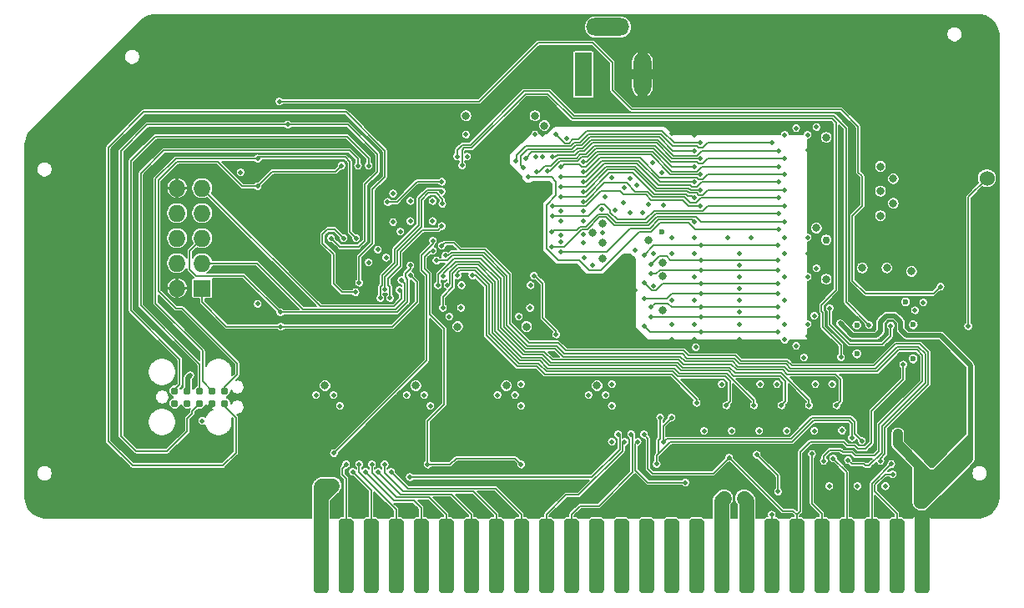
<source format=gbl>
G04 #@! TF.GenerationSoftware,KiCad,Pcbnew,(5.1.5-0-10_14)*
G04 #@! TF.CreationDate,2021-02-17T19:07:14-05:00*
G04 #@! TF.ProjectId,GR8RAM,47523852-414d-42e6-9b69-6361645f7063,0.9*
G04 #@! TF.SameCoordinates,Original*
G04 #@! TF.FileFunction,Copper,L4,Bot*
G04 #@! TF.FilePolarity,Positive*
%FSLAX46Y46*%
G04 Gerber Fmt 4.6, Leading zero omitted, Abs format (unit mm)*
G04 Created by KiCad (PCBNEW (5.1.5-0-10_14)) date 2021-02-17 19:07:14*
%MOMM*%
%LPD*%
G04 APERTURE LIST*
%ADD10R,1.727200X1.727200*%
%ADD11O,1.727200X1.727200*%
%ADD12R,1.800000X4.400000*%
%ADD13O,1.800000X4.400000*%
%ADD14O,4.400000X1.800000*%
%ADD15C,0.787400*%
%ADD16C,0.100000*%
%ADD17C,2.000000*%
%ADD18C,0.800000*%
%ADD19C,1.524000*%
%ADD20C,0.500000*%
%ADD21C,0.762000*%
%ADD22C,0.600000*%
%ADD23C,0.508000*%
%ADD24C,0.800000*%
%ADD25C,1.524000*%
%ADD26C,1.000000*%
%ADD27C,0.500000*%
%ADD28C,0.450000*%
%ADD29C,0.150000*%
%ADD30C,0.152400*%
G04 APERTURE END LIST*
D10*
X64135000Y-108204000D03*
D11*
X61595000Y-108204000D03*
X64135000Y-105664000D03*
X61595000Y-105664000D03*
X64135000Y-103124000D03*
X61595000Y-103124000D03*
X64135000Y-100584000D03*
X61595000Y-100584000D03*
X64135000Y-98044000D03*
X61595000Y-98044000D03*
D12*
X102800000Y-86500000D03*
D13*
X108800000Y-86500000D03*
D14*
X105300000Y-81700000D03*
D15*
X61341000Y-119888000D03*
X62611000Y-119888000D03*
X63881000Y-119888000D03*
X65151000Y-119888000D03*
X66421000Y-119888000D03*
X66421000Y-118618000D03*
X65151000Y-118618000D03*
X63881000Y-118618000D03*
X62611000Y-118618000D03*
X61341000Y-118618000D03*
G04 #@! TA.AperFunction,SMDPad,CuDef*
D16*
G36*
X129958345Y-131613835D02*
G01*
X129995329Y-131619321D01*
X130031598Y-131628406D01*
X130066802Y-131641002D01*
X130100602Y-131656988D01*
X130132672Y-131676210D01*
X130162704Y-131698483D01*
X130190408Y-131723592D01*
X130215517Y-131751296D01*
X130237790Y-131781328D01*
X130257012Y-131813398D01*
X130272998Y-131847198D01*
X130285594Y-131882402D01*
X130294679Y-131918671D01*
X130300165Y-131955655D01*
X130302000Y-131993000D01*
X130302000Y-138771000D01*
X130300165Y-138808345D01*
X130294679Y-138845329D01*
X130285594Y-138881598D01*
X130272998Y-138916802D01*
X130257012Y-138950602D01*
X130237790Y-138982672D01*
X130215517Y-139012704D01*
X130190408Y-139040408D01*
X130162704Y-139065517D01*
X130132672Y-139087790D01*
X130100602Y-139107012D01*
X130066802Y-139122998D01*
X130031598Y-139135594D01*
X129995329Y-139144679D01*
X129958345Y-139150165D01*
X129921000Y-139152000D01*
X129159000Y-139152000D01*
X129121655Y-139150165D01*
X129084671Y-139144679D01*
X129048402Y-139135594D01*
X129013198Y-139122998D01*
X128979398Y-139107012D01*
X128947328Y-139087790D01*
X128917296Y-139065517D01*
X128889592Y-139040408D01*
X128864483Y-139012704D01*
X128842210Y-138982672D01*
X128822988Y-138950602D01*
X128807002Y-138916802D01*
X128794406Y-138881598D01*
X128785321Y-138845329D01*
X128779835Y-138808345D01*
X128778000Y-138771000D01*
X128778000Y-131993000D01*
X128779835Y-131955655D01*
X128785321Y-131918671D01*
X128794406Y-131882402D01*
X128807002Y-131847198D01*
X128822988Y-131813398D01*
X128842210Y-131781328D01*
X128864483Y-131751296D01*
X128889592Y-131723592D01*
X128917296Y-131698483D01*
X128947328Y-131676210D01*
X128979398Y-131656988D01*
X129013198Y-131641002D01*
X129048402Y-131628406D01*
X129084671Y-131619321D01*
X129121655Y-131613835D01*
X129159000Y-131612000D01*
X129921000Y-131612000D01*
X129958345Y-131613835D01*
G37*
G04 #@! TD.AperFunction*
G04 #@! TA.AperFunction,SMDPad,CuDef*
G36*
X127418345Y-131613835D02*
G01*
X127455329Y-131619321D01*
X127491598Y-131628406D01*
X127526802Y-131641002D01*
X127560602Y-131656988D01*
X127592672Y-131676210D01*
X127622704Y-131698483D01*
X127650408Y-131723592D01*
X127675517Y-131751296D01*
X127697790Y-131781328D01*
X127717012Y-131813398D01*
X127732998Y-131847198D01*
X127745594Y-131882402D01*
X127754679Y-131918671D01*
X127760165Y-131955655D01*
X127762000Y-131993000D01*
X127762000Y-138771000D01*
X127760165Y-138808345D01*
X127754679Y-138845329D01*
X127745594Y-138881598D01*
X127732998Y-138916802D01*
X127717012Y-138950602D01*
X127697790Y-138982672D01*
X127675517Y-139012704D01*
X127650408Y-139040408D01*
X127622704Y-139065517D01*
X127592672Y-139087790D01*
X127560602Y-139107012D01*
X127526802Y-139122998D01*
X127491598Y-139135594D01*
X127455329Y-139144679D01*
X127418345Y-139150165D01*
X127381000Y-139152000D01*
X126619000Y-139152000D01*
X126581655Y-139150165D01*
X126544671Y-139144679D01*
X126508402Y-139135594D01*
X126473198Y-139122998D01*
X126439398Y-139107012D01*
X126407328Y-139087790D01*
X126377296Y-139065517D01*
X126349592Y-139040408D01*
X126324483Y-139012704D01*
X126302210Y-138982672D01*
X126282988Y-138950602D01*
X126267002Y-138916802D01*
X126254406Y-138881598D01*
X126245321Y-138845329D01*
X126239835Y-138808345D01*
X126238000Y-138771000D01*
X126238000Y-131993000D01*
X126239835Y-131955655D01*
X126245321Y-131918671D01*
X126254406Y-131882402D01*
X126267002Y-131847198D01*
X126282988Y-131813398D01*
X126302210Y-131781328D01*
X126324483Y-131751296D01*
X126349592Y-131723592D01*
X126377296Y-131698483D01*
X126407328Y-131676210D01*
X126439398Y-131656988D01*
X126473198Y-131641002D01*
X126508402Y-131628406D01*
X126544671Y-131619321D01*
X126581655Y-131613835D01*
X126619000Y-131612000D01*
X127381000Y-131612000D01*
X127418345Y-131613835D01*
G37*
G04 #@! TD.AperFunction*
G04 #@! TA.AperFunction,SMDPad,CuDef*
G36*
X124878345Y-131613835D02*
G01*
X124915329Y-131619321D01*
X124951598Y-131628406D01*
X124986802Y-131641002D01*
X125020602Y-131656988D01*
X125052672Y-131676210D01*
X125082704Y-131698483D01*
X125110408Y-131723592D01*
X125135517Y-131751296D01*
X125157790Y-131781328D01*
X125177012Y-131813398D01*
X125192998Y-131847198D01*
X125205594Y-131882402D01*
X125214679Y-131918671D01*
X125220165Y-131955655D01*
X125222000Y-131993000D01*
X125222000Y-138771000D01*
X125220165Y-138808345D01*
X125214679Y-138845329D01*
X125205594Y-138881598D01*
X125192998Y-138916802D01*
X125177012Y-138950602D01*
X125157790Y-138982672D01*
X125135517Y-139012704D01*
X125110408Y-139040408D01*
X125082704Y-139065517D01*
X125052672Y-139087790D01*
X125020602Y-139107012D01*
X124986802Y-139122998D01*
X124951598Y-139135594D01*
X124915329Y-139144679D01*
X124878345Y-139150165D01*
X124841000Y-139152000D01*
X124079000Y-139152000D01*
X124041655Y-139150165D01*
X124004671Y-139144679D01*
X123968402Y-139135594D01*
X123933198Y-139122998D01*
X123899398Y-139107012D01*
X123867328Y-139087790D01*
X123837296Y-139065517D01*
X123809592Y-139040408D01*
X123784483Y-139012704D01*
X123762210Y-138982672D01*
X123742988Y-138950602D01*
X123727002Y-138916802D01*
X123714406Y-138881598D01*
X123705321Y-138845329D01*
X123699835Y-138808345D01*
X123698000Y-138771000D01*
X123698000Y-131993000D01*
X123699835Y-131955655D01*
X123705321Y-131918671D01*
X123714406Y-131882402D01*
X123727002Y-131847198D01*
X123742988Y-131813398D01*
X123762210Y-131781328D01*
X123784483Y-131751296D01*
X123809592Y-131723592D01*
X123837296Y-131698483D01*
X123867328Y-131676210D01*
X123899398Y-131656988D01*
X123933198Y-131641002D01*
X123968402Y-131628406D01*
X124004671Y-131619321D01*
X124041655Y-131613835D01*
X124079000Y-131612000D01*
X124841000Y-131612000D01*
X124878345Y-131613835D01*
G37*
G04 #@! TD.AperFunction*
G04 #@! TA.AperFunction,SMDPad,CuDef*
G36*
X122338345Y-131613835D02*
G01*
X122375329Y-131619321D01*
X122411598Y-131628406D01*
X122446802Y-131641002D01*
X122480602Y-131656988D01*
X122512672Y-131676210D01*
X122542704Y-131698483D01*
X122570408Y-131723592D01*
X122595517Y-131751296D01*
X122617790Y-131781328D01*
X122637012Y-131813398D01*
X122652998Y-131847198D01*
X122665594Y-131882402D01*
X122674679Y-131918671D01*
X122680165Y-131955655D01*
X122682000Y-131993000D01*
X122682000Y-138771000D01*
X122680165Y-138808345D01*
X122674679Y-138845329D01*
X122665594Y-138881598D01*
X122652998Y-138916802D01*
X122637012Y-138950602D01*
X122617790Y-138982672D01*
X122595517Y-139012704D01*
X122570408Y-139040408D01*
X122542704Y-139065517D01*
X122512672Y-139087790D01*
X122480602Y-139107012D01*
X122446802Y-139122998D01*
X122411598Y-139135594D01*
X122375329Y-139144679D01*
X122338345Y-139150165D01*
X122301000Y-139152000D01*
X121539000Y-139152000D01*
X121501655Y-139150165D01*
X121464671Y-139144679D01*
X121428402Y-139135594D01*
X121393198Y-139122998D01*
X121359398Y-139107012D01*
X121327328Y-139087790D01*
X121297296Y-139065517D01*
X121269592Y-139040408D01*
X121244483Y-139012704D01*
X121222210Y-138982672D01*
X121202988Y-138950602D01*
X121187002Y-138916802D01*
X121174406Y-138881598D01*
X121165321Y-138845329D01*
X121159835Y-138808345D01*
X121158000Y-138771000D01*
X121158000Y-131993000D01*
X121159835Y-131955655D01*
X121165321Y-131918671D01*
X121174406Y-131882402D01*
X121187002Y-131847198D01*
X121202988Y-131813398D01*
X121222210Y-131781328D01*
X121244483Y-131751296D01*
X121269592Y-131723592D01*
X121297296Y-131698483D01*
X121327328Y-131676210D01*
X121359398Y-131656988D01*
X121393198Y-131641002D01*
X121428402Y-131628406D01*
X121464671Y-131619321D01*
X121501655Y-131613835D01*
X121539000Y-131612000D01*
X122301000Y-131612000D01*
X122338345Y-131613835D01*
G37*
G04 #@! TD.AperFunction*
G04 #@! TA.AperFunction,SMDPad,CuDef*
G36*
X119798345Y-131613835D02*
G01*
X119835329Y-131619321D01*
X119871598Y-131628406D01*
X119906802Y-131641002D01*
X119940602Y-131656988D01*
X119972672Y-131676210D01*
X120002704Y-131698483D01*
X120030408Y-131723592D01*
X120055517Y-131751296D01*
X120077790Y-131781328D01*
X120097012Y-131813398D01*
X120112998Y-131847198D01*
X120125594Y-131882402D01*
X120134679Y-131918671D01*
X120140165Y-131955655D01*
X120142000Y-131993000D01*
X120142000Y-138771000D01*
X120140165Y-138808345D01*
X120134679Y-138845329D01*
X120125594Y-138881598D01*
X120112998Y-138916802D01*
X120097012Y-138950602D01*
X120077790Y-138982672D01*
X120055517Y-139012704D01*
X120030408Y-139040408D01*
X120002704Y-139065517D01*
X119972672Y-139087790D01*
X119940602Y-139107012D01*
X119906802Y-139122998D01*
X119871598Y-139135594D01*
X119835329Y-139144679D01*
X119798345Y-139150165D01*
X119761000Y-139152000D01*
X118999000Y-139152000D01*
X118961655Y-139150165D01*
X118924671Y-139144679D01*
X118888402Y-139135594D01*
X118853198Y-139122998D01*
X118819398Y-139107012D01*
X118787328Y-139087790D01*
X118757296Y-139065517D01*
X118729592Y-139040408D01*
X118704483Y-139012704D01*
X118682210Y-138982672D01*
X118662988Y-138950602D01*
X118647002Y-138916802D01*
X118634406Y-138881598D01*
X118625321Y-138845329D01*
X118619835Y-138808345D01*
X118618000Y-138771000D01*
X118618000Y-131993000D01*
X118619835Y-131955655D01*
X118625321Y-131918671D01*
X118634406Y-131882402D01*
X118647002Y-131847198D01*
X118662988Y-131813398D01*
X118682210Y-131781328D01*
X118704483Y-131751296D01*
X118729592Y-131723592D01*
X118757296Y-131698483D01*
X118787328Y-131676210D01*
X118819398Y-131656988D01*
X118853198Y-131641002D01*
X118888402Y-131628406D01*
X118924671Y-131619321D01*
X118961655Y-131613835D01*
X118999000Y-131612000D01*
X119761000Y-131612000D01*
X119798345Y-131613835D01*
G37*
G04 #@! TD.AperFunction*
G04 #@! TA.AperFunction,SMDPad,CuDef*
G36*
X117258345Y-131613835D02*
G01*
X117295329Y-131619321D01*
X117331598Y-131628406D01*
X117366802Y-131641002D01*
X117400602Y-131656988D01*
X117432672Y-131676210D01*
X117462704Y-131698483D01*
X117490408Y-131723592D01*
X117515517Y-131751296D01*
X117537790Y-131781328D01*
X117557012Y-131813398D01*
X117572998Y-131847198D01*
X117585594Y-131882402D01*
X117594679Y-131918671D01*
X117600165Y-131955655D01*
X117602000Y-131993000D01*
X117602000Y-138771000D01*
X117600165Y-138808345D01*
X117594679Y-138845329D01*
X117585594Y-138881598D01*
X117572998Y-138916802D01*
X117557012Y-138950602D01*
X117537790Y-138982672D01*
X117515517Y-139012704D01*
X117490408Y-139040408D01*
X117462704Y-139065517D01*
X117432672Y-139087790D01*
X117400602Y-139107012D01*
X117366802Y-139122998D01*
X117331598Y-139135594D01*
X117295329Y-139144679D01*
X117258345Y-139150165D01*
X117221000Y-139152000D01*
X116459000Y-139152000D01*
X116421655Y-139150165D01*
X116384671Y-139144679D01*
X116348402Y-139135594D01*
X116313198Y-139122998D01*
X116279398Y-139107012D01*
X116247328Y-139087790D01*
X116217296Y-139065517D01*
X116189592Y-139040408D01*
X116164483Y-139012704D01*
X116142210Y-138982672D01*
X116122988Y-138950602D01*
X116107002Y-138916802D01*
X116094406Y-138881598D01*
X116085321Y-138845329D01*
X116079835Y-138808345D01*
X116078000Y-138771000D01*
X116078000Y-131993000D01*
X116079835Y-131955655D01*
X116085321Y-131918671D01*
X116094406Y-131882402D01*
X116107002Y-131847198D01*
X116122988Y-131813398D01*
X116142210Y-131781328D01*
X116164483Y-131751296D01*
X116189592Y-131723592D01*
X116217296Y-131698483D01*
X116247328Y-131676210D01*
X116279398Y-131656988D01*
X116313198Y-131641002D01*
X116348402Y-131628406D01*
X116384671Y-131619321D01*
X116421655Y-131613835D01*
X116459000Y-131612000D01*
X117221000Y-131612000D01*
X117258345Y-131613835D01*
G37*
G04 #@! TD.AperFunction*
G04 #@! TA.AperFunction,SMDPad,CuDef*
G36*
X114718345Y-131613835D02*
G01*
X114755329Y-131619321D01*
X114791598Y-131628406D01*
X114826802Y-131641002D01*
X114860602Y-131656988D01*
X114892672Y-131676210D01*
X114922704Y-131698483D01*
X114950408Y-131723592D01*
X114975517Y-131751296D01*
X114997790Y-131781328D01*
X115017012Y-131813398D01*
X115032998Y-131847198D01*
X115045594Y-131882402D01*
X115054679Y-131918671D01*
X115060165Y-131955655D01*
X115062000Y-131993000D01*
X115062000Y-138771000D01*
X115060165Y-138808345D01*
X115054679Y-138845329D01*
X115045594Y-138881598D01*
X115032998Y-138916802D01*
X115017012Y-138950602D01*
X114997790Y-138982672D01*
X114975517Y-139012704D01*
X114950408Y-139040408D01*
X114922704Y-139065517D01*
X114892672Y-139087790D01*
X114860602Y-139107012D01*
X114826802Y-139122998D01*
X114791598Y-139135594D01*
X114755329Y-139144679D01*
X114718345Y-139150165D01*
X114681000Y-139152000D01*
X113919000Y-139152000D01*
X113881655Y-139150165D01*
X113844671Y-139144679D01*
X113808402Y-139135594D01*
X113773198Y-139122998D01*
X113739398Y-139107012D01*
X113707328Y-139087790D01*
X113677296Y-139065517D01*
X113649592Y-139040408D01*
X113624483Y-139012704D01*
X113602210Y-138982672D01*
X113582988Y-138950602D01*
X113567002Y-138916802D01*
X113554406Y-138881598D01*
X113545321Y-138845329D01*
X113539835Y-138808345D01*
X113538000Y-138771000D01*
X113538000Y-131993000D01*
X113539835Y-131955655D01*
X113545321Y-131918671D01*
X113554406Y-131882402D01*
X113567002Y-131847198D01*
X113582988Y-131813398D01*
X113602210Y-131781328D01*
X113624483Y-131751296D01*
X113649592Y-131723592D01*
X113677296Y-131698483D01*
X113707328Y-131676210D01*
X113739398Y-131656988D01*
X113773198Y-131641002D01*
X113808402Y-131628406D01*
X113844671Y-131619321D01*
X113881655Y-131613835D01*
X113919000Y-131612000D01*
X114681000Y-131612000D01*
X114718345Y-131613835D01*
G37*
G04 #@! TD.AperFunction*
G04 #@! TA.AperFunction,SMDPad,CuDef*
G36*
X112178345Y-131613835D02*
G01*
X112215329Y-131619321D01*
X112251598Y-131628406D01*
X112286802Y-131641002D01*
X112320602Y-131656988D01*
X112352672Y-131676210D01*
X112382704Y-131698483D01*
X112410408Y-131723592D01*
X112435517Y-131751296D01*
X112457790Y-131781328D01*
X112477012Y-131813398D01*
X112492998Y-131847198D01*
X112505594Y-131882402D01*
X112514679Y-131918671D01*
X112520165Y-131955655D01*
X112522000Y-131993000D01*
X112522000Y-138771000D01*
X112520165Y-138808345D01*
X112514679Y-138845329D01*
X112505594Y-138881598D01*
X112492998Y-138916802D01*
X112477012Y-138950602D01*
X112457790Y-138982672D01*
X112435517Y-139012704D01*
X112410408Y-139040408D01*
X112382704Y-139065517D01*
X112352672Y-139087790D01*
X112320602Y-139107012D01*
X112286802Y-139122998D01*
X112251598Y-139135594D01*
X112215329Y-139144679D01*
X112178345Y-139150165D01*
X112141000Y-139152000D01*
X111379000Y-139152000D01*
X111341655Y-139150165D01*
X111304671Y-139144679D01*
X111268402Y-139135594D01*
X111233198Y-139122998D01*
X111199398Y-139107012D01*
X111167328Y-139087790D01*
X111137296Y-139065517D01*
X111109592Y-139040408D01*
X111084483Y-139012704D01*
X111062210Y-138982672D01*
X111042988Y-138950602D01*
X111027002Y-138916802D01*
X111014406Y-138881598D01*
X111005321Y-138845329D01*
X110999835Y-138808345D01*
X110998000Y-138771000D01*
X110998000Y-131993000D01*
X110999835Y-131955655D01*
X111005321Y-131918671D01*
X111014406Y-131882402D01*
X111027002Y-131847198D01*
X111042988Y-131813398D01*
X111062210Y-131781328D01*
X111084483Y-131751296D01*
X111109592Y-131723592D01*
X111137296Y-131698483D01*
X111167328Y-131676210D01*
X111199398Y-131656988D01*
X111233198Y-131641002D01*
X111268402Y-131628406D01*
X111304671Y-131619321D01*
X111341655Y-131613835D01*
X111379000Y-131612000D01*
X112141000Y-131612000D01*
X112178345Y-131613835D01*
G37*
G04 #@! TD.AperFunction*
G04 #@! TA.AperFunction,SMDPad,CuDef*
G36*
X109638345Y-131613835D02*
G01*
X109675329Y-131619321D01*
X109711598Y-131628406D01*
X109746802Y-131641002D01*
X109780602Y-131656988D01*
X109812672Y-131676210D01*
X109842704Y-131698483D01*
X109870408Y-131723592D01*
X109895517Y-131751296D01*
X109917790Y-131781328D01*
X109937012Y-131813398D01*
X109952998Y-131847198D01*
X109965594Y-131882402D01*
X109974679Y-131918671D01*
X109980165Y-131955655D01*
X109982000Y-131993000D01*
X109982000Y-138771000D01*
X109980165Y-138808345D01*
X109974679Y-138845329D01*
X109965594Y-138881598D01*
X109952998Y-138916802D01*
X109937012Y-138950602D01*
X109917790Y-138982672D01*
X109895517Y-139012704D01*
X109870408Y-139040408D01*
X109842704Y-139065517D01*
X109812672Y-139087790D01*
X109780602Y-139107012D01*
X109746802Y-139122998D01*
X109711598Y-139135594D01*
X109675329Y-139144679D01*
X109638345Y-139150165D01*
X109601000Y-139152000D01*
X108839000Y-139152000D01*
X108801655Y-139150165D01*
X108764671Y-139144679D01*
X108728402Y-139135594D01*
X108693198Y-139122998D01*
X108659398Y-139107012D01*
X108627328Y-139087790D01*
X108597296Y-139065517D01*
X108569592Y-139040408D01*
X108544483Y-139012704D01*
X108522210Y-138982672D01*
X108502988Y-138950602D01*
X108487002Y-138916802D01*
X108474406Y-138881598D01*
X108465321Y-138845329D01*
X108459835Y-138808345D01*
X108458000Y-138771000D01*
X108458000Y-131993000D01*
X108459835Y-131955655D01*
X108465321Y-131918671D01*
X108474406Y-131882402D01*
X108487002Y-131847198D01*
X108502988Y-131813398D01*
X108522210Y-131781328D01*
X108544483Y-131751296D01*
X108569592Y-131723592D01*
X108597296Y-131698483D01*
X108627328Y-131676210D01*
X108659398Y-131656988D01*
X108693198Y-131641002D01*
X108728402Y-131628406D01*
X108764671Y-131619321D01*
X108801655Y-131613835D01*
X108839000Y-131612000D01*
X109601000Y-131612000D01*
X109638345Y-131613835D01*
G37*
G04 #@! TD.AperFunction*
G04 #@! TA.AperFunction,SMDPad,CuDef*
G36*
X107098345Y-131613835D02*
G01*
X107135329Y-131619321D01*
X107171598Y-131628406D01*
X107206802Y-131641002D01*
X107240602Y-131656988D01*
X107272672Y-131676210D01*
X107302704Y-131698483D01*
X107330408Y-131723592D01*
X107355517Y-131751296D01*
X107377790Y-131781328D01*
X107397012Y-131813398D01*
X107412998Y-131847198D01*
X107425594Y-131882402D01*
X107434679Y-131918671D01*
X107440165Y-131955655D01*
X107442000Y-131993000D01*
X107442000Y-138771000D01*
X107440165Y-138808345D01*
X107434679Y-138845329D01*
X107425594Y-138881598D01*
X107412998Y-138916802D01*
X107397012Y-138950602D01*
X107377790Y-138982672D01*
X107355517Y-139012704D01*
X107330408Y-139040408D01*
X107302704Y-139065517D01*
X107272672Y-139087790D01*
X107240602Y-139107012D01*
X107206802Y-139122998D01*
X107171598Y-139135594D01*
X107135329Y-139144679D01*
X107098345Y-139150165D01*
X107061000Y-139152000D01*
X106299000Y-139152000D01*
X106261655Y-139150165D01*
X106224671Y-139144679D01*
X106188402Y-139135594D01*
X106153198Y-139122998D01*
X106119398Y-139107012D01*
X106087328Y-139087790D01*
X106057296Y-139065517D01*
X106029592Y-139040408D01*
X106004483Y-139012704D01*
X105982210Y-138982672D01*
X105962988Y-138950602D01*
X105947002Y-138916802D01*
X105934406Y-138881598D01*
X105925321Y-138845329D01*
X105919835Y-138808345D01*
X105918000Y-138771000D01*
X105918000Y-131993000D01*
X105919835Y-131955655D01*
X105925321Y-131918671D01*
X105934406Y-131882402D01*
X105947002Y-131847198D01*
X105962988Y-131813398D01*
X105982210Y-131781328D01*
X106004483Y-131751296D01*
X106029592Y-131723592D01*
X106057296Y-131698483D01*
X106087328Y-131676210D01*
X106119398Y-131656988D01*
X106153198Y-131641002D01*
X106188402Y-131628406D01*
X106224671Y-131619321D01*
X106261655Y-131613835D01*
X106299000Y-131612000D01*
X107061000Y-131612000D01*
X107098345Y-131613835D01*
G37*
G04 #@! TD.AperFunction*
G04 #@! TA.AperFunction,SMDPad,CuDef*
G36*
X104558345Y-131613835D02*
G01*
X104595329Y-131619321D01*
X104631598Y-131628406D01*
X104666802Y-131641002D01*
X104700602Y-131656988D01*
X104732672Y-131676210D01*
X104762704Y-131698483D01*
X104790408Y-131723592D01*
X104815517Y-131751296D01*
X104837790Y-131781328D01*
X104857012Y-131813398D01*
X104872998Y-131847198D01*
X104885594Y-131882402D01*
X104894679Y-131918671D01*
X104900165Y-131955655D01*
X104902000Y-131993000D01*
X104902000Y-138771000D01*
X104900165Y-138808345D01*
X104894679Y-138845329D01*
X104885594Y-138881598D01*
X104872998Y-138916802D01*
X104857012Y-138950602D01*
X104837790Y-138982672D01*
X104815517Y-139012704D01*
X104790408Y-139040408D01*
X104762704Y-139065517D01*
X104732672Y-139087790D01*
X104700602Y-139107012D01*
X104666802Y-139122998D01*
X104631598Y-139135594D01*
X104595329Y-139144679D01*
X104558345Y-139150165D01*
X104521000Y-139152000D01*
X103759000Y-139152000D01*
X103721655Y-139150165D01*
X103684671Y-139144679D01*
X103648402Y-139135594D01*
X103613198Y-139122998D01*
X103579398Y-139107012D01*
X103547328Y-139087790D01*
X103517296Y-139065517D01*
X103489592Y-139040408D01*
X103464483Y-139012704D01*
X103442210Y-138982672D01*
X103422988Y-138950602D01*
X103407002Y-138916802D01*
X103394406Y-138881598D01*
X103385321Y-138845329D01*
X103379835Y-138808345D01*
X103378000Y-138771000D01*
X103378000Y-131993000D01*
X103379835Y-131955655D01*
X103385321Y-131918671D01*
X103394406Y-131882402D01*
X103407002Y-131847198D01*
X103422988Y-131813398D01*
X103442210Y-131781328D01*
X103464483Y-131751296D01*
X103489592Y-131723592D01*
X103517296Y-131698483D01*
X103547328Y-131676210D01*
X103579398Y-131656988D01*
X103613198Y-131641002D01*
X103648402Y-131628406D01*
X103684671Y-131619321D01*
X103721655Y-131613835D01*
X103759000Y-131612000D01*
X104521000Y-131612000D01*
X104558345Y-131613835D01*
G37*
G04 #@! TD.AperFunction*
G04 #@! TA.AperFunction,SMDPad,CuDef*
G36*
X102018345Y-131613835D02*
G01*
X102055329Y-131619321D01*
X102091598Y-131628406D01*
X102126802Y-131641002D01*
X102160602Y-131656988D01*
X102192672Y-131676210D01*
X102222704Y-131698483D01*
X102250408Y-131723592D01*
X102275517Y-131751296D01*
X102297790Y-131781328D01*
X102317012Y-131813398D01*
X102332998Y-131847198D01*
X102345594Y-131882402D01*
X102354679Y-131918671D01*
X102360165Y-131955655D01*
X102362000Y-131993000D01*
X102362000Y-138771000D01*
X102360165Y-138808345D01*
X102354679Y-138845329D01*
X102345594Y-138881598D01*
X102332998Y-138916802D01*
X102317012Y-138950602D01*
X102297790Y-138982672D01*
X102275517Y-139012704D01*
X102250408Y-139040408D01*
X102222704Y-139065517D01*
X102192672Y-139087790D01*
X102160602Y-139107012D01*
X102126802Y-139122998D01*
X102091598Y-139135594D01*
X102055329Y-139144679D01*
X102018345Y-139150165D01*
X101981000Y-139152000D01*
X101219000Y-139152000D01*
X101181655Y-139150165D01*
X101144671Y-139144679D01*
X101108402Y-139135594D01*
X101073198Y-139122998D01*
X101039398Y-139107012D01*
X101007328Y-139087790D01*
X100977296Y-139065517D01*
X100949592Y-139040408D01*
X100924483Y-139012704D01*
X100902210Y-138982672D01*
X100882988Y-138950602D01*
X100867002Y-138916802D01*
X100854406Y-138881598D01*
X100845321Y-138845329D01*
X100839835Y-138808345D01*
X100838000Y-138771000D01*
X100838000Y-131993000D01*
X100839835Y-131955655D01*
X100845321Y-131918671D01*
X100854406Y-131882402D01*
X100867002Y-131847198D01*
X100882988Y-131813398D01*
X100902210Y-131781328D01*
X100924483Y-131751296D01*
X100949592Y-131723592D01*
X100977296Y-131698483D01*
X101007328Y-131676210D01*
X101039398Y-131656988D01*
X101073198Y-131641002D01*
X101108402Y-131628406D01*
X101144671Y-131619321D01*
X101181655Y-131613835D01*
X101219000Y-131612000D01*
X101981000Y-131612000D01*
X102018345Y-131613835D01*
G37*
G04 #@! TD.AperFunction*
G04 #@! TA.AperFunction,SMDPad,CuDef*
G36*
X99478345Y-131613835D02*
G01*
X99515329Y-131619321D01*
X99551598Y-131628406D01*
X99586802Y-131641002D01*
X99620602Y-131656988D01*
X99652672Y-131676210D01*
X99682704Y-131698483D01*
X99710408Y-131723592D01*
X99735517Y-131751296D01*
X99757790Y-131781328D01*
X99777012Y-131813398D01*
X99792998Y-131847198D01*
X99805594Y-131882402D01*
X99814679Y-131918671D01*
X99820165Y-131955655D01*
X99822000Y-131993000D01*
X99822000Y-138771000D01*
X99820165Y-138808345D01*
X99814679Y-138845329D01*
X99805594Y-138881598D01*
X99792998Y-138916802D01*
X99777012Y-138950602D01*
X99757790Y-138982672D01*
X99735517Y-139012704D01*
X99710408Y-139040408D01*
X99682704Y-139065517D01*
X99652672Y-139087790D01*
X99620602Y-139107012D01*
X99586802Y-139122998D01*
X99551598Y-139135594D01*
X99515329Y-139144679D01*
X99478345Y-139150165D01*
X99441000Y-139152000D01*
X98679000Y-139152000D01*
X98641655Y-139150165D01*
X98604671Y-139144679D01*
X98568402Y-139135594D01*
X98533198Y-139122998D01*
X98499398Y-139107012D01*
X98467328Y-139087790D01*
X98437296Y-139065517D01*
X98409592Y-139040408D01*
X98384483Y-139012704D01*
X98362210Y-138982672D01*
X98342988Y-138950602D01*
X98327002Y-138916802D01*
X98314406Y-138881598D01*
X98305321Y-138845329D01*
X98299835Y-138808345D01*
X98298000Y-138771000D01*
X98298000Y-131993000D01*
X98299835Y-131955655D01*
X98305321Y-131918671D01*
X98314406Y-131882402D01*
X98327002Y-131847198D01*
X98342988Y-131813398D01*
X98362210Y-131781328D01*
X98384483Y-131751296D01*
X98409592Y-131723592D01*
X98437296Y-131698483D01*
X98467328Y-131676210D01*
X98499398Y-131656988D01*
X98533198Y-131641002D01*
X98568402Y-131628406D01*
X98604671Y-131619321D01*
X98641655Y-131613835D01*
X98679000Y-131612000D01*
X99441000Y-131612000D01*
X99478345Y-131613835D01*
G37*
G04 #@! TD.AperFunction*
G04 #@! TA.AperFunction,SMDPad,CuDef*
G36*
X96938345Y-131613835D02*
G01*
X96975329Y-131619321D01*
X97011598Y-131628406D01*
X97046802Y-131641002D01*
X97080602Y-131656988D01*
X97112672Y-131676210D01*
X97142704Y-131698483D01*
X97170408Y-131723592D01*
X97195517Y-131751296D01*
X97217790Y-131781328D01*
X97237012Y-131813398D01*
X97252998Y-131847198D01*
X97265594Y-131882402D01*
X97274679Y-131918671D01*
X97280165Y-131955655D01*
X97282000Y-131993000D01*
X97282000Y-138771000D01*
X97280165Y-138808345D01*
X97274679Y-138845329D01*
X97265594Y-138881598D01*
X97252998Y-138916802D01*
X97237012Y-138950602D01*
X97217790Y-138982672D01*
X97195517Y-139012704D01*
X97170408Y-139040408D01*
X97142704Y-139065517D01*
X97112672Y-139087790D01*
X97080602Y-139107012D01*
X97046802Y-139122998D01*
X97011598Y-139135594D01*
X96975329Y-139144679D01*
X96938345Y-139150165D01*
X96901000Y-139152000D01*
X96139000Y-139152000D01*
X96101655Y-139150165D01*
X96064671Y-139144679D01*
X96028402Y-139135594D01*
X95993198Y-139122998D01*
X95959398Y-139107012D01*
X95927328Y-139087790D01*
X95897296Y-139065517D01*
X95869592Y-139040408D01*
X95844483Y-139012704D01*
X95822210Y-138982672D01*
X95802988Y-138950602D01*
X95787002Y-138916802D01*
X95774406Y-138881598D01*
X95765321Y-138845329D01*
X95759835Y-138808345D01*
X95758000Y-138771000D01*
X95758000Y-131993000D01*
X95759835Y-131955655D01*
X95765321Y-131918671D01*
X95774406Y-131882402D01*
X95787002Y-131847198D01*
X95802988Y-131813398D01*
X95822210Y-131781328D01*
X95844483Y-131751296D01*
X95869592Y-131723592D01*
X95897296Y-131698483D01*
X95927328Y-131676210D01*
X95959398Y-131656988D01*
X95993198Y-131641002D01*
X96028402Y-131628406D01*
X96064671Y-131619321D01*
X96101655Y-131613835D01*
X96139000Y-131612000D01*
X96901000Y-131612000D01*
X96938345Y-131613835D01*
G37*
G04 #@! TD.AperFunction*
G04 #@! TA.AperFunction,SMDPad,CuDef*
G36*
X94398345Y-131613835D02*
G01*
X94435329Y-131619321D01*
X94471598Y-131628406D01*
X94506802Y-131641002D01*
X94540602Y-131656988D01*
X94572672Y-131676210D01*
X94602704Y-131698483D01*
X94630408Y-131723592D01*
X94655517Y-131751296D01*
X94677790Y-131781328D01*
X94697012Y-131813398D01*
X94712998Y-131847198D01*
X94725594Y-131882402D01*
X94734679Y-131918671D01*
X94740165Y-131955655D01*
X94742000Y-131993000D01*
X94742000Y-138771000D01*
X94740165Y-138808345D01*
X94734679Y-138845329D01*
X94725594Y-138881598D01*
X94712998Y-138916802D01*
X94697012Y-138950602D01*
X94677790Y-138982672D01*
X94655517Y-139012704D01*
X94630408Y-139040408D01*
X94602704Y-139065517D01*
X94572672Y-139087790D01*
X94540602Y-139107012D01*
X94506802Y-139122998D01*
X94471598Y-139135594D01*
X94435329Y-139144679D01*
X94398345Y-139150165D01*
X94361000Y-139152000D01*
X93599000Y-139152000D01*
X93561655Y-139150165D01*
X93524671Y-139144679D01*
X93488402Y-139135594D01*
X93453198Y-139122998D01*
X93419398Y-139107012D01*
X93387328Y-139087790D01*
X93357296Y-139065517D01*
X93329592Y-139040408D01*
X93304483Y-139012704D01*
X93282210Y-138982672D01*
X93262988Y-138950602D01*
X93247002Y-138916802D01*
X93234406Y-138881598D01*
X93225321Y-138845329D01*
X93219835Y-138808345D01*
X93218000Y-138771000D01*
X93218000Y-131993000D01*
X93219835Y-131955655D01*
X93225321Y-131918671D01*
X93234406Y-131882402D01*
X93247002Y-131847198D01*
X93262988Y-131813398D01*
X93282210Y-131781328D01*
X93304483Y-131751296D01*
X93329592Y-131723592D01*
X93357296Y-131698483D01*
X93387328Y-131676210D01*
X93419398Y-131656988D01*
X93453198Y-131641002D01*
X93488402Y-131628406D01*
X93524671Y-131619321D01*
X93561655Y-131613835D01*
X93599000Y-131612000D01*
X94361000Y-131612000D01*
X94398345Y-131613835D01*
G37*
G04 #@! TD.AperFunction*
G04 #@! TA.AperFunction,SMDPad,CuDef*
G36*
X91858345Y-131613835D02*
G01*
X91895329Y-131619321D01*
X91931598Y-131628406D01*
X91966802Y-131641002D01*
X92000602Y-131656988D01*
X92032672Y-131676210D01*
X92062704Y-131698483D01*
X92090408Y-131723592D01*
X92115517Y-131751296D01*
X92137790Y-131781328D01*
X92157012Y-131813398D01*
X92172998Y-131847198D01*
X92185594Y-131882402D01*
X92194679Y-131918671D01*
X92200165Y-131955655D01*
X92202000Y-131993000D01*
X92202000Y-138771000D01*
X92200165Y-138808345D01*
X92194679Y-138845329D01*
X92185594Y-138881598D01*
X92172998Y-138916802D01*
X92157012Y-138950602D01*
X92137790Y-138982672D01*
X92115517Y-139012704D01*
X92090408Y-139040408D01*
X92062704Y-139065517D01*
X92032672Y-139087790D01*
X92000602Y-139107012D01*
X91966802Y-139122998D01*
X91931598Y-139135594D01*
X91895329Y-139144679D01*
X91858345Y-139150165D01*
X91821000Y-139152000D01*
X91059000Y-139152000D01*
X91021655Y-139150165D01*
X90984671Y-139144679D01*
X90948402Y-139135594D01*
X90913198Y-139122998D01*
X90879398Y-139107012D01*
X90847328Y-139087790D01*
X90817296Y-139065517D01*
X90789592Y-139040408D01*
X90764483Y-139012704D01*
X90742210Y-138982672D01*
X90722988Y-138950602D01*
X90707002Y-138916802D01*
X90694406Y-138881598D01*
X90685321Y-138845329D01*
X90679835Y-138808345D01*
X90678000Y-138771000D01*
X90678000Y-131993000D01*
X90679835Y-131955655D01*
X90685321Y-131918671D01*
X90694406Y-131882402D01*
X90707002Y-131847198D01*
X90722988Y-131813398D01*
X90742210Y-131781328D01*
X90764483Y-131751296D01*
X90789592Y-131723592D01*
X90817296Y-131698483D01*
X90847328Y-131676210D01*
X90879398Y-131656988D01*
X90913198Y-131641002D01*
X90948402Y-131628406D01*
X90984671Y-131619321D01*
X91021655Y-131613835D01*
X91059000Y-131612000D01*
X91821000Y-131612000D01*
X91858345Y-131613835D01*
G37*
G04 #@! TD.AperFunction*
G04 #@! TA.AperFunction,SMDPad,CuDef*
G36*
X89318345Y-131613835D02*
G01*
X89355329Y-131619321D01*
X89391598Y-131628406D01*
X89426802Y-131641002D01*
X89460602Y-131656988D01*
X89492672Y-131676210D01*
X89522704Y-131698483D01*
X89550408Y-131723592D01*
X89575517Y-131751296D01*
X89597790Y-131781328D01*
X89617012Y-131813398D01*
X89632998Y-131847198D01*
X89645594Y-131882402D01*
X89654679Y-131918671D01*
X89660165Y-131955655D01*
X89662000Y-131993000D01*
X89662000Y-138771000D01*
X89660165Y-138808345D01*
X89654679Y-138845329D01*
X89645594Y-138881598D01*
X89632998Y-138916802D01*
X89617012Y-138950602D01*
X89597790Y-138982672D01*
X89575517Y-139012704D01*
X89550408Y-139040408D01*
X89522704Y-139065517D01*
X89492672Y-139087790D01*
X89460602Y-139107012D01*
X89426802Y-139122998D01*
X89391598Y-139135594D01*
X89355329Y-139144679D01*
X89318345Y-139150165D01*
X89281000Y-139152000D01*
X88519000Y-139152000D01*
X88481655Y-139150165D01*
X88444671Y-139144679D01*
X88408402Y-139135594D01*
X88373198Y-139122998D01*
X88339398Y-139107012D01*
X88307328Y-139087790D01*
X88277296Y-139065517D01*
X88249592Y-139040408D01*
X88224483Y-139012704D01*
X88202210Y-138982672D01*
X88182988Y-138950602D01*
X88167002Y-138916802D01*
X88154406Y-138881598D01*
X88145321Y-138845329D01*
X88139835Y-138808345D01*
X88138000Y-138771000D01*
X88138000Y-131993000D01*
X88139835Y-131955655D01*
X88145321Y-131918671D01*
X88154406Y-131882402D01*
X88167002Y-131847198D01*
X88182988Y-131813398D01*
X88202210Y-131781328D01*
X88224483Y-131751296D01*
X88249592Y-131723592D01*
X88277296Y-131698483D01*
X88307328Y-131676210D01*
X88339398Y-131656988D01*
X88373198Y-131641002D01*
X88408402Y-131628406D01*
X88444671Y-131619321D01*
X88481655Y-131613835D01*
X88519000Y-131612000D01*
X89281000Y-131612000D01*
X89318345Y-131613835D01*
G37*
G04 #@! TD.AperFunction*
G04 #@! TA.AperFunction,SMDPad,CuDef*
G36*
X86778345Y-131613835D02*
G01*
X86815329Y-131619321D01*
X86851598Y-131628406D01*
X86886802Y-131641002D01*
X86920602Y-131656988D01*
X86952672Y-131676210D01*
X86982704Y-131698483D01*
X87010408Y-131723592D01*
X87035517Y-131751296D01*
X87057790Y-131781328D01*
X87077012Y-131813398D01*
X87092998Y-131847198D01*
X87105594Y-131882402D01*
X87114679Y-131918671D01*
X87120165Y-131955655D01*
X87122000Y-131993000D01*
X87122000Y-138771000D01*
X87120165Y-138808345D01*
X87114679Y-138845329D01*
X87105594Y-138881598D01*
X87092998Y-138916802D01*
X87077012Y-138950602D01*
X87057790Y-138982672D01*
X87035517Y-139012704D01*
X87010408Y-139040408D01*
X86982704Y-139065517D01*
X86952672Y-139087790D01*
X86920602Y-139107012D01*
X86886802Y-139122998D01*
X86851598Y-139135594D01*
X86815329Y-139144679D01*
X86778345Y-139150165D01*
X86741000Y-139152000D01*
X85979000Y-139152000D01*
X85941655Y-139150165D01*
X85904671Y-139144679D01*
X85868402Y-139135594D01*
X85833198Y-139122998D01*
X85799398Y-139107012D01*
X85767328Y-139087790D01*
X85737296Y-139065517D01*
X85709592Y-139040408D01*
X85684483Y-139012704D01*
X85662210Y-138982672D01*
X85642988Y-138950602D01*
X85627002Y-138916802D01*
X85614406Y-138881598D01*
X85605321Y-138845329D01*
X85599835Y-138808345D01*
X85598000Y-138771000D01*
X85598000Y-131993000D01*
X85599835Y-131955655D01*
X85605321Y-131918671D01*
X85614406Y-131882402D01*
X85627002Y-131847198D01*
X85642988Y-131813398D01*
X85662210Y-131781328D01*
X85684483Y-131751296D01*
X85709592Y-131723592D01*
X85737296Y-131698483D01*
X85767328Y-131676210D01*
X85799398Y-131656988D01*
X85833198Y-131641002D01*
X85868402Y-131628406D01*
X85904671Y-131619321D01*
X85941655Y-131613835D01*
X85979000Y-131612000D01*
X86741000Y-131612000D01*
X86778345Y-131613835D01*
G37*
G04 #@! TD.AperFunction*
G04 #@! TA.AperFunction,SMDPad,CuDef*
G36*
X84238345Y-131613835D02*
G01*
X84275329Y-131619321D01*
X84311598Y-131628406D01*
X84346802Y-131641002D01*
X84380602Y-131656988D01*
X84412672Y-131676210D01*
X84442704Y-131698483D01*
X84470408Y-131723592D01*
X84495517Y-131751296D01*
X84517790Y-131781328D01*
X84537012Y-131813398D01*
X84552998Y-131847198D01*
X84565594Y-131882402D01*
X84574679Y-131918671D01*
X84580165Y-131955655D01*
X84582000Y-131993000D01*
X84582000Y-138771000D01*
X84580165Y-138808345D01*
X84574679Y-138845329D01*
X84565594Y-138881598D01*
X84552998Y-138916802D01*
X84537012Y-138950602D01*
X84517790Y-138982672D01*
X84495517Y-139012704D01*
X84470408Y-139040408D01*
X84442704Y-139065517D01*
X84412672Y-139087790D01*
X84380602Y-139107012D01*
X84346802Y-139122998D01*
X84311598Y-139135594D01*
X84275329Y-139144679D01*
X84238345Y-139150165D01*
X84201000Y-139152000D01*
X83439000Y-139152000D01*
X83401655Y-139150165D01*
X83364671Y-139144679D01*
X83328402Y-139135594D01*
X83293198Y-139122998D01*
X83259398Y-139107012D01*
X83227328Y-139087790D01*
X83197296Y-139065517D01*
X83169592Y-139040408D01*
X83144483Y-139012704D01*
X83122210Y-138982672D01*
X83102988Y-138950602D01*
X83087002Y-138916802D01*
X83074406Y-138881598D01*
X83065321Y-138845329D01*
X83059835Y-138808345D01*
X83058000Y-138771000D01*
X83058000Y-131993000D01*
X83059835Y-131955655D01*
X83065321Y-131918671D01*
X83074406Y-131882402D01*
X83087002Y-131847198D01*
X83102988Y-131813398D01*
X83122210Y-131781328D01*
X83144483Y-131751296D01*
X83169592Y-131723592D01*
X83197296Y-131698483D01*
X83227328Y-131676210D01*
X83259398Y-131656988D01*
X83293198Y-131641002D01*
X83328402Y-131628406D01*
X83364671Y-131619321D01*
X83401655Y-131613835D01*
X83439000Y-131612000D01*
X84201000Y-131612000D01*
X84238345Y-131613835D01*
G37*
G04 #@! TD.AperFunction*
G04 #@! TA.AperFunction,SMDPad,CuDef*
G36*
X81698345Y-131613835D02*
G01*
X81735329Y-131619321D01*
X81771598Y-131628406D01*
X81806802Y-131641002D01*
X81840602Y-131656988D01*
X81872672Y-131676210D01*
X81902704Y-131698483D01*
X81930408Y-131723592D01*
X81955517Y-131751296D01*
X81977790Y-131781328D01*
X81997012Y-131813398D01*
X82012998Y-131847198D01*
X82025594Y-131882402D01*
X82034679Y-131918671D01*
X82040165Y-131955655D01*
X82042000Y-131993000D01*
X82042000Y-138771000D01*
X82040165Y-138808345D01*
X82034679Y-138845329D01*
X82025594Y-138881598D01*
X82012998Y-138916802D01*
X81997012Y-138950602D01*
X81977790Y-138982672D01*
X81955517Y-139012704D01*
X81930408Y-139040408D01*
X81902704Y-139065517D01*
X81872672Y-139087790D01*
X81840602Y-139107012D01*
X81806802Y-139122998D01*
X81771598Y-139135594D01*
X81735329Y-139144679D01*
X81698345Y-139150165D01*
X81661000Y-139152000D01*
X80899000Y-139152000D01*
X80861655Y-139150165D01*
X80824671Y-139144679D01*
X80788402Y-139135594D01*
X80753198Y-139122998D01*
X80719398Y-139107012D01*
X80687328Y-139087790D01*
X80657296Y-139065517D01*
X80629592Y-139040408D01*
X80604483Y-139012704D01*
X80582210Y-138982672D01*
X80562988Y-138950602D01*
X80547002Y-138916802D01*
X80534406Y-138881598D01*
X80525321Y-138845329D01*
X80519835Y-138808345D01*
X80518000Y-138771000D01*
X80518000Y-131993000D01*
X80519835Y-131955655D01*
X80525321Y-131918671D01*
X80534406Y-131882402D01*
X80547002Y-131847198D01*
X80562988Y-131813398D01*
X80582210Y-131781328D01*
X80604483Y-131751296D01*
X80629592Y-131723592D01*
X80657296Y-131698483D01*
X80687328Y-131676210D01*
X80719398Y-131656988D01*
X80753198Y-131641002D01*
X80788402Y-131628406D01*
X80824671Y-131619321D01*
X80861655Y-131613835D01*
X80899000Y-131612000D01*
X81661000Y-131612000D01*
X81698345Y-131613835D01*
G37*
G04 #@! TD.AperFunction*
G04 #@! TA.AperFunction,SMDPad,CuDef*
G36*
X79158345Y-131613835D02*
G01*
X79195329Y-131619321D01*
X79231598Y-131628406D01*
X79266802Y-131641002D01*
X79300602Y-131656988D01*
X79332672Y-131676210D01*
X79362704Y-131698483D01*
X79390408Y-131723592D01*
X79415517Y-131751296D01*
X79437790Y-131781328D01*
X79457012Y-131813398D01*
X79472998Y-131847198D01*
X79485594Y-131882402D01*
X79494679Y-131918671D01*
X79500165Y-131955655D01*
X79502000Y-131993000D01*
X79502000Y-138771000D01*
X79500165Y-138808345D01*
X79494679Y-138845329D01*
X79485594Y-138881598D01*
X79472998Y-138916802D01*
X79457012Y-138950602D01*
X79437790Y-138982672D01*
X79415517Y-139012704D01*
X79390408Y-139040408D01*
X79362704Y-139065517D01*
X79332672Y-139087790D01*
X79300602Y-139107012D01*
X79266802Y-139122998D01*
X79231598Y-139135594D01*
X79195329Y-139144679D01*
X79158345Y-139150165D01*
X79121000Y-139152000D01*
X78359000Y-139152000D01*
X78321655Y-139150165D01*
X78284671Y-139144679D01*
X78248402Y-139135594D01*
X78213198Y-139122998D01*
X78179398Y-139107012D01*
X78147328Y-139087790D01*
X78117296Y-139065517D01*
X78089592Y-139040408D01*
X78064483Y-139012704D01*
X78042210Y-138982672D01*
X78022988Y-138950602D01*
X78007002Y-138916802D01*
X77994406Y-138881598D01*
X77985321Y-138845329D01*
X77979835Y-138808345D01*
X77978000Y-138771000D01*
X77978000Y-131993000D01*
X77979835Y-131955655D01*
X77985321Y-131918671D01*
X77994406Y-131882402D01*
X78007002Y-131847198D01*
X78022988Y-131813398D01*
X78042210Y-131781328D01*
X78064483Y-131751296D01*
X78089592Y-131723592D01*
X78117296Y-131698483D01*
X78147328Y-131676210D01*
X78179398Y-131656988D01*
X78213198Y-131641002D01*
X78248402Y-131628406D01*
X78284671Y-131619321D01*
X78321655Y-131613835D01*
X78359000Y-131612000D01*
X79121000Y-131612000D01*
X79158345Y-131613835D01*
G37*
G04 #@! TD.AperFunction*
G04 #@! TA.AperFunction,SMDPad,CuDef*
G36*
X76618345Y-131613835D02*
G01*
X76655329Y-131619321D01*
X76691598Y-131628406D01*
X76726802Y-131641002D01*
X76760602Y-131656988D01*
X76792672Y-131676210D01*
X76822704Y-131698483D01*
X76850408Y-131723592D01*
X76875517Y-131751296D01*
X76897790Y-131781328D01*
X76917012Y-131813398D01*
X76932998Y-131847198D01*
X76945594Y-131882402D01*
X76954679Y-131918671D01*
X76960165Y-131955655D01*
X76962000Y-131993000D01*
X76962000Y-138771000D01*
X76960165Y-138808345D01*
X76954679Y-138845329D01*
X76945594Y-138881598D01*
X76932998Y-138916802D01*
X76917012Y-138950602D01*
X76897790Y-138982672D01*
X76875517Y-139012704D01*
X76850408Y-139040408D01*
X76822704Y-139065517D01*
X76792672Y-139087790D01*
X76760602Y-139107012D01*
X76726802Y-139122998D01*
X76691598Y-139135594D01*
X76655329Y-139144679D01*
X76618345Y-139150165D01*
X76581000Y-139152000D01*
X75819000Y-139152000D01*
X75781655Y-139150165D01*
X75744671Y-139144679D01*
X75708402Y-139135594D01*
X75673198Y-139122998D01*
X75639398Y-139107012D01*
X75607328Y-139087790D01*
X75577296Y-139065517D01*
X75549592Y-139040408D01*
X75524483Y-139012704D01*
X75502210Y-138982672D01*
X75482988Y-138950602D01*
X75467002Y-138916802D01*
X75454406Y-138881598D01*
X75445321Y-138845329D01*
X75439835Y-138808345D01*
X75438000Y-138771000D01*
X75438000Y-131993000D01*
X75439835Y-131955655D01*
X75445321Y-131918671D01*
X75454406Y-131882402D01*
X75467002Y-131847198D01*
X75482988Y-131813398D01*
X75502210Y-131781328D01*
X75524483Y-131751296D01*
X75549592Y-131723592D01*
X75577296Y-131698483D01*
X75607328Y-131676210D01*
X75639398Y-131656988D01*
X75673198Y-131641002D01*
X75708402Y-131628406D01*
X75744671Y-131619321D01*
X75781655Y-131613835D01*
X75819000Y-131612000D01*
X76581000Y-131612000D01*
X76618345Y-131613835D01*
G37*
G04 #@! TD.AperFunction*
G04 #@! TA.AperFunction,SMDPad,CuDef*
G36*
X132498345Y-131613835D02*
G01*
X132535329Y-131619321D01*
X132571598Y-131628406D01*
X132606802Y-131641002D01*
X132640602Y-131656988D01*
X132672672Y-131676210D01*
X132702704Y-131698483D01*
X132730408Y-131723592D01*
X132755517Y-131751296D01*
X132777790Y-131781328D01*
X132797012Y-131813398D01*
X132812998Y-131847198D01*
X132825594Y-131882402D01*
X132834679Y-131918671D01*
X132840165Y-131955655D01*
X132842000Y-131993000D01*
X132842000Y-138771000D01*
X132840165Y-138808345D01*
X132834679Y-138845329D01*
X132825594Y-138881598D01*
X132812998Y-138916802D01*
X132797012Y-138950602D01*
X132777790Y-138982672D01*
X132755517Y-139012704D01*
X132730408Y-139040408D01*
X132702704Y-139065517D01*
X132672672Y-139087790D01*
X132640602Y-139107012D01*
X132606802Y-139122998D01*
X132571598Y-139135594D01*
X132535329Y-139144679D01*
X132498345Y-139150165D01*
X132461000Y-139152000D01*
X131699000Y-139152000D01*
X131661655Y-139150165D01*
X131624671Y-139144679D01*
X131588402Y-139135594D01*
X131553198Y-139122998D01*
X131519398Y-139107012D01*
X131487328Y-139087790D01*
X131457296Y-139065517D01*
X131429592Y-139040408D01*
X131404483Y-139012704D01*
X131382210Y-138982672D01*
X131362988Y-138950602D01*
X131347002Y-138916802D01*
X131334406Y-138881598D01*
X131325321Y-138845329D01*
X131319835Y-138808345D01*
X131318000Y-138771000D01*
X131318000Y-131993000D01*
X131319835Y-131955655D01*
X131325321Y-131918671D01*
X131334406Y-131882402D01*
X131347002Y-131847198D01*
X131362988Y-131813398D01*
X131382210Y-131781328D01*
X131404483Y-131751296D01*
X131429592Y-131723592D01*
X131457296Y-131698483D01*
X131487328Y-131676210D01*
X131519398Y-131656988D01*
X131553198Y-131641002D01*
X131588402Y-131628406D01*
X131624671Y-131619321D01*
X131661655Y-131613835D01*
X131699000Y-131612000D01*
X132461000Y-131612000D01*
X132498345Y-131613835D01*
G37*
G04 #@! TD.AperFunction*
G04 #@! TA.AperFunction,SMDPad,CuDef*
G36*
X135038345Y-131613835D02*
G01*
X135075329Y-131619321D01*
X135111598Y-131628406D01*
X135146802Y-131641002D01*
X135180602Y-131656988D01*
X135212672Y-131676210D01*
X135242704Y-131698483D01*
X135270408Y-131723592D01*
X135295517Y-131751296D01*
X135317790Y-131781328D01*
X135337012Y-131813398D01*
X135352998Y-131847198D01*
X135365594Y-131882402D01*
X135374679Y-131918671D01*
X135380165Y-131955655D01*
X135382000Y-131993000D01*
X135382000Y-138771000D01*
X135380165Y-138808345D01*
X135374679Y-138845329D01*
X135365594Y-138881598D01*
X135352998Y-138916802D01*
X135337012Y-138950602D01*
X135317790Y-138982672D01*
X135295517Y-139012704D01*
X135270408Y-139040408D01*
X135242704Y-139065517D01*
X135212672Y-139087790D01*
X135180602Y-139107012D01*
X135146802Y-139122998D01*
X135111598Y-139135594D01*
X135075329Y-139144679D01*
X135038345Y-139150165D01*
X135001000Y-139152000D01*
X134239000Y-139152000D01*
X134201655Y-139150165D01*
X134164671Y-139144679D01*
X134128402Y-139135594D01*
X134093198Y-139122998D01*
X134059398Y-139107012D01*
X134027328Y-139087790D01*
X133997296Y-139065517D01*
X133969592Y-139040408D01*
X133944483Y-139012704D01*
X133922210Y-138982672D01*
X133902988Y-138950602D01*
X133887002Y-138916802D01*
X133874406Y-138881598D01*
X133865321Y-138845329D01*
X133859835Y-138808345D01*
X133858000Y-138771000D01*
X133858000Y-131993000D01*
X133859835Y-131955655D01*
X133865321Y-131918671D01*
X133874406Y-131882402D01*
X133887002Y-131847198D01*
X133902988Y-131813398D01*
X133922210Y-131781328D01*
X133944483Y-131751296D01*
X133969592Y-131723592D01*
X133997296Y-131698483D01*
X134027328Y-131676210D01*
X134059398Y-131656988D01*
X134093198Y-131641002D01*
X134128402Y-131628406D01*
X134164671Y-131619321D01*
X134201655Y-131613835D01*
X134239000Y-131612000D01*
X135001000Y-131612000D01*
X135038345Y-131613835D01*
G37*
G04 #@! TD.AperFunction*
G04 #@! TA.AperFunction,SMDPad,CuDef*
G36*
X137578345Y-131613835D02*
G01*
X137615329Y-131619321D01*
X137651598Y-131628406D01*
X137686802Y-131641002D01*
X137720602Y-131656988D01*
X137752672Y-131676210D01*
X137782704Y-131698483D01*
X137810408Y-131723592D01*
X137835517Y-131751296D01*
X137857790Y-131781328D01*
X137877012Y-131813398D01*
X137892998Y-131847198D01*
X137905594Y-131882402D01*
X137914679Y-131918671D01*
X137920165Y-131955655D01*
X137922000Y-131993000D01*
X137922000Y-138771000D01*
X137920165Y-138808345D01*
X137914679Y-138845329D01*
X137905594Y-138881598D01*
X137892998Y-138916802D01*
X137877012Y-138950602D01*
X137857790Y-138982672D01*
X137835517Y-139012704D01*
X137810408Y-139040408D01*
X137782704Y-139065517D01*
X137752672Y-139087790D01*
X137720602Y-139107012D01*
X137686802Y-139122998D01*
X137651598Y-139135594D01*
X137615329Y-139144679D01*
X137578345Y-139150165D01*
X137541000Y-139152000D01*
X136779000Y-139152000D01*
X136741655Y-139150165D01*
X136704671Y-139144679D01*
X136668402Y-139135594D01*
X136633198Y-139122998D01*
X136599398Y-139107012D01*
X136567328Y-139087790D01*
X136537296Y-139065517D01*
X136509592Y-139040408D01*
X136484483Y-139012704D01*
X136462210Y-138982672D01*
X136442988Y-138950602D01*
X136427002Y-138916802D01*
X136414406Y-138881598D01*
X136405321Y-138845329D01*
X136399835Y-138808345D01*
X136398000Y-138771000D01*
X136398000Y-131993000D01*
X136399835Y-131955655D01*
X136405321Y-131918671D01*
X136414406Y-131882402D01*
X136427002Y-131847198D01*
X136442988Y-131813398D01*
X136462210Y-131781328D01*
X136484483Y-131751296D01*
X136509592Y-131723592D01*
X136537296Y-131698483D01*
X136567328Y-131676210D01*
X136599398Y-131656988D01*
X136633198Y-131641002D01*
X136668402Y-131628406D01*
X136704671Y-131619321D01*
X136741655Y-131613835D01*
X136779000Y-131612000D01*
X137541000Y-131612000D01*
X137578345Y-131613835D01*
G37*
G04 #@! TD.AperFunction*
D17*
X140462000Y-129540000D03*
D18*
X137160000Y-127000000D03*
X138303000Y-128270000D03*
D19*
X137160000Y-129794000D03*
D20*
X134700000Y-123000000D03*
X128850000Y-111750000D03*
X60200000Y-106850000D03*
X74803000Y-83820000D03*
X79883000Y-83820000D03*
X84963000Y-83947000D03*
X90043000Y-83820000D03*
X102743000Y-80645000D03*
X119850000Y-103050000D03*
X117450000Y-103050000D03*
X118650000Y-109450000D03*
X118650000Y-107050000D03*
X118650000Y-104650000D03*
X118650000Y-110650000D03*
X118650000Y-111850000D03*
X118650000Y-113450000D03*
X118650000Y-105850000D03*
X118650000Y-108250000D03*
X144780000Y-93345000D03*
X51435000Y-131318000D03*
X143002000Y-131318000D03*
X144780000Y-129540000D03*
X46355000Y-104521000D03*
X46355000Y-124841000D03*
X46355000Y-119761000D03*
X46355000Y-109601000D03*
X71755000Y-131318000D03*
X117983000Y-80645000D03*
X112903000Y-80645000D03*
X107823000Y-80645000D03*
X97663000Y-80645000D03*
X92583000Y-80645000D03*
X87503000Y-80645000D03*
X48133000Y-131318000D03*
X46355000Y-129540000D03*
X144780000Y-82423000D03*
X144780000Y-98425000D03*
X81788000Y-129349500D03*
X80073500Y-128270000D03*
X97790000Y-131318000D03*
X85090000Y-131318000D03*
X87630000Y-131318000D03*
X102870000Y-131318000D03*
X105410000Y-131318000D03*
X107950000Y-131318000D03*
X110490000Y-131318000D03*
X113030000Y-131318000D03*
X115570000Y-131318000D03*
X118110000Y-131318000D03*
X100330000Y-131318000D03*
X95250000Y-131318000D03*
X92710000Y-131318000D03*
X90170000Y-131318000D03*
X80010000Y-131318000D03*
X77470000Y-131318000D03*
X82550000Y-131318000D03*
X138303000Y-80645000D03*
X133223000Y-80645000D03*
X128143000Y-80645000D03*
X123063000Y-80645000D03*
X46355000Y-99441000D03*
X120650000Y-131318000D03*
X125730000Y-131318000D03*
X128270000Y-131318000D03*
X123190000Y-131318000D03*
X46355000Y-114681000D03*
X144780000Y-88265000D03*
X138430000Y-131318000D03*
X126450000Y-105400000D03*
X111750000Y-103050000D03*
X125550000Y-104650000D03*
D21*
X126450000Y-109500000D03*
D20*
X114050000Y-92650000D03*
X123250000Y-104650000D03*
X114050000Y-103050000D03*
X123250000Y-109450000D03*
X109950000Y-107950000D03*
D18*
X110850000Y-107000000D03*
D20*
X114050000Y-107050000D03*
X111750000Y-111850000D03*
X114050000Y-111850000D03*
X130810000Y-131318000D03*
X133350000Y-131318000D03*
X135890000Y-131318000D03*
D18*
X75600000Y-120550000D03*
D20*
X77475000Y-120550000D03*
D18*
X94000000Y-120550000D03*
D20*
X95875000Y-120550000D03*
D18*
X115443000Y-129540000D03*
X114300000Y-128270000D03*
X134366000Y-128270000D03*
X135509000Y-127000000D03*
X135509000Y-129540000D03*
X104200000Y-121500000D03*
X95000000Y-121500000D03*
D20*
X83950000Y-126100000D03*
X84600000Y-124950000D03*
X93150000Y-123800000D03*
X93150000Y-126100000D03*
X93800000Y-124950000D03*
X102350000Y-123800000D03*
X103000000Y-124950000D03*
X102350000Y-126100000D03*
X112200000Y-124950000D03*
X98200000Y-110200000D03*
X91200000Y-110200000D03*
D18*
X91550000Y-112100000D03*
X98550000Y-112100000D03*
X99550000Y-111100000D03*
D20*
X102850000Y-100400000D03*
X102850000Y-102750000D03*
X85250000Y-100150000D03*
X98700000Y-92600000D03*
D18*
X96400000Y-90700000D03*
X89400000Y-90700000D03*
X88450000Y-91700000D03*
D20*
X96300000Y-92599990D03*
X100550000Y-102800000D03*
X100550000Y-100400000D03*
X98650000Y-94900000D03*
X91150000Y-107900000D03*
X98150000Y-107900000D03*
D18*
X74549000Y-129540000D03*
X120777000Y-129540000D03*
X103200000Y-120550000D03*
D20*
X102875000Y-105150000D03*
D18*
X73406000Y-128524000D03*
D20*
X104750000Y-102600000D03*
D18*
X109450000Y-103350000D03*
D20*
X109800000Y-95500000D03*
X104000000Y-108075000D03*
X104700000Y-100200000D03*
D18*
X136100000Y-104600000D03*
D20*
X85200000Y-97150000D03*
X106350000Y-120150000D03*
X105050000Y-120550000D03*
X106850000Y-99500000D03*
X106350000Y-117950000D03*
X108050000Y-104350000D03*
D22*
X92400000Y-111100000D03*
D20*
X89300000Y-92550000D03*
X86650000Y-118250000D03*
X102250000Y-109400000D03*
X105250000Y-110100000D03*
X106500000Y-105550000D03*
X110750000Y-96450000D03*
X105650000Y-97000000D03*
X108200000Y-97750000D03*
X83950000Y-123800000D03*
X85450000Y-108550000D03*
D18*
X126450000Y-114300000D03*
D20*
X103750000Y-105850000D03*
X61341000Y-117792500D03*
X62611000Y-120713500D03*
X66103500Y-124714000D03*
X65786000Y-106299000D03*
X65786000Y-107696000D03*
D22*
X112900000Y-91950000D03*
D20*
X125600000Y-94150000D03*
D19*
X135250000Y-101050000D03*
X139550000Y-101050000D03*
D18*
X134850000Y-103650000D03*
X132350000Y-103650000D03*
D20*
X82423000Y-80645000D03*
X77343000Y-80645000D03*
X72263000Y-80645000D03*
X67183000Y-80645000D03*
D18*
X142250000Y-91700000D03*
X143500000Y-92750000D03*
D20*
X56515000Y-131318000D03*
X61595000Y-131318000D03*
X66675000Y-131318000D03*
X48895000Y-122301000D03*
X48895000Y-112141000D03*
X48895000Y-107061000D03*
X48895000Y-101981000D03*
X48895000Y-117221000D03*
X53975000Y-122301000D03*
X53975000Y-112141000D03*
X53975000Y-117221000D03*
X51435000Y-119761000D03*
X51435000Y-124841000D03*
X51435000Y-114681000D03*
X56400000Y-99441000D03*
X56388000Y-119761000D03*
X56388000Y-124841000D03*
X56400000Y-109600000D03*
X56388000Y-114681000D03*
X56400000Y-104521000D03*
X77343000Y-80645000D03*
X72263000Y-80645000D03*
X67183000Y-80645000D03*
X53848000Y-128016000D03*
X64008000Y-128016000D03*
X58928000Y-128016000D03*
X69088000Y-128016000D03*
X56515000Y-94361000D03*
X53975000Y-96901000D03*
X120523000Y-83185000D03*
X115443000Y-83185000D03*
X135763000Y-83185000D03*
X130683000Y-83185000D03*
X125603000Y-83185000D03*
X112903000Y-85725000D03*
X133223000Y-85725000D03*
X128143000Y-85725000D03*
X123063000Y-85725000D03*
X130683000Y-88265000D03*
X115443000Y-88265000D03*
X120523000Y-88265000D03*
X125603000Y-88265000D03*
X143383000Y-85725000D03*
X143433000Y-94835000D03*
X143433000Y-100015000D03*
X144780000Y-108585000D03*
X144780000Y-113665000D03*
X144780000Y-118745000D03*
X144780000Y-123825000D03*
X67183000Y-90805000D03*
X62103000Y-90805000D03*
X64643000Y-88900000D03*
X62103000Y-86360000D03*
X64643000Y-93345000D03*
X58166000Y-91059000D03*
X68650000Y-110500000D03*
X68650000Y-109100000D03*
X64643000Y-83820000D03*
X95123000Y-83820000D03*
X69723000Y-83820000D03*
X100203000Y-83820000D03*
X87503000Y-86614000D03*
X82423000Y-86360000D03*
X108550000Y-91500000D03*
D18*
X104750000Y-105200000D03*
D20*
X89450000Y-104100000D03*
X99750000Y-107350000D03*
X144400000Y-105550000D03*
X144400000Y-103550000D03*
D18*
X143450000Y-106800000D03*
D20*
X143450000Y-102450000D03*
D18*
X130450000Y-99600000D03*
X130450000Y-97100000D03*
X100000000Y-90250000D03*
X98750000Y-89200000D03*
D20*
X59563000Y-93345000D03*
X59563000Y-88900000D03*
X101100000Y-89200000D03*
X96150000Y-111850000D03*
X58050000Y-115200000D03*
X57400000Y-110050000D03*
X66800000Y-110050000D03*
X63100000Y-116150000D03*
X61531500Y-124714000D03*
X58750000Y-123850000D03*
X57400000Y-123900000D03*
X66800000Y-101400000D03*
X101150000Y-93000000D03*
X102850000Y-113350000D03*
X102500000Y-117600000D03*
X97650000Y-120800000D03*
X138150000Y-126150000D03*
X110100000Y-128450000D03*
X107200000Y-128400000D03*
X105200000Y-128700000D03*
X103150000Y-129100000D03*
X102100000Y-129700000D03*
X99550000Y-128350000D03*
X86850000Y-129950000D03*
X88050000Y-129650000D03*
X90300000Y-129350000D03*
X92550000Y-129050000D03*
X94500000Y-129900000D03*
X92550000Y-127950000D03*
X90900000Y-126300000D03*
X91950000Y-129850000D03*
X89400000Y-129850000D03*
X80750000Y-129900000D03*
X88400000Y-128050000D03*
X99750000Y-114850000D03*
X101000000Y-111550000D03*
X106900000Y-126800000D03*
X108900000Y-126800000D03*
D19*
X137400000Y-103000000D03*
D20*
X97450000Y-126900000D03*
X98550000Y-128050000D03*
X95000000Y-127900000D03*
X109450000Y-121500000D03*
X97150000Y-121700000D03*
X117000000Y-114300000D03*
X108900000Y-113400000D03*
X105800000Y-112450000D03*
X108100000Y-108450000D03*
D18*
X126450000Y-95100000D03*
D20*
X104300000Y-89800000D03*
X68350000Y-111600000D03*
X91600000Y-92600000D03*
X112900000Y-114050000D03*
X114050000Y-113450000D03*
X111750000Y-113450000D03*
X127100000Y-98500000D03*
X131200000Y-94250000D03*
X103300000Y-111350000D03*
D22*
X110800000Y-102450000D03*
X135500000Y-111050000D03*
X135500000Y-108150000D03*
D18*
X134250000Y-94650000D03*
D20*
X136450000Y-107350000D03*
X137300000Y-108150000D03*
D22*
X140875000Y-118225000D03*
X140100000Y-119700000D03*
X134350000Y-116700000D03*
X140100000Y-116700000D03*
D20*
X135950000Y-123000000D03*
D22*
X134300000Y-119750000D03*
D20*
X131100000Y-107250000D03*
X97663000Y-86360000D03*
X141100000Y-123200000D03*
X111750000Y-92500000D03*
X97200000Y-117900000D03*
X69723000Y-88900000D03*
X115400000Y-121000000D03*
X118200000Y-121000000D03*
X121000000Y-121000000D03*
X116000000Y-120100000D03*
X118800000Y-120100000D03*
X121600000Y-120100000D03*
X124400000Y-120100000D03*
X123800000Y-121000000D03*
X127200000Y-120100000D03*
X128150000Y-126600000D03*
X131000000Y-126550000D03*
X111400000Y-126050000D03*
X131600000Y-125700000D03*
X122450000Y-119150000D03*
X87800000Y-106400000D03*
X84950000Y-120550000D03*
X85800000Y-121350000D03*
X86650000Y-120550000D03*
X87900000Y-117900000D03*
X85150000Y-104650000D03*
X82800000Y-102000000D03*
X83650000Y-102800000D03*
X81950000Y-102800000D03*
X77216000Y-98298000D03*
X77216000Y-95821500D03*
X76454000Y-97091500D03*
X76350000Y-104400000D03*
X87300000Y-92950000D03*
X83150000Y-93800000D03*
X86400000Y-94450000D03*
X83500000Y-100300000D03*
X83500000Y-97400000D03*
X64135000Y-122428000D03*
X79883000Y-88646000D03*
X84963000Y-88646000D03*
X74803000Y-88646000D03*
X69723000Y-93345000D03*
X125300000Y-126600000D03*
X129550000Y-122150000D03*
X116850000Y-119150000D03*
X115150000Y-119150000D03*
X120750000Y-119150000D03*
X125550000Y-113050000D03*
X92450000Y-112900000D03*
X128950000Y-92150000D03*
X87500000Y-100150000D03*
X91700000Y-94850000D03*
X126550000Y-120850000D03*
X138303000Y-85725000D03*
X122000000Y-115100000D03*
X123050000Y-114500000D03*
D18*
X127450000Y-93900000D03*
X131750000Y-98350000D03*
X131750000Y-100850000D03*
X131750000Y-95850000D03*
X131100000Y-104950000D03*
X133600000Y-104950000D03*
X127450000Y-108300000D03*
D20*
X128050000Y-119150000D03*
X126350000Y-119150000D03*
X112600000Y-120850000D03*
X113400000Y-120100000D03*
X127300000Y-113350000D03*
X140843000Y-88265000D03*
X135763000Y-88265000D03*
X75700000Y-101650000D03*
X78150000Y-107400000D03*
X78200000Y-106100000D03*
X82500000Y-97800000D03*
D21*
X127450000Y-104300000D03*
D20*
X69750000Y-112950000D03*
X119550000Y-118200000D03*
X118700000Y-119000000D03*
X121729500Y-128270000D03*
X51435000Y-99441000D03*
X51435000Y-104521000D03*
X51435000Y-109601000D03*
X53975000Y-101981000D03*
X53975000Y-107061000D03*
X65000000Y-114250000D03*
X63690500Y-115062000D03*
X123600000Y-127650000D03*
X63373000Y-117665500D03*
X87400000Y-111750000D03*
X86400000Y-109800000D03*
X130050000Y-93050000D03*
X138303000Y-90805000D03*
X133223000Y-90805000D03*
X46355000Y-93472000D03*
X59182000Y-80645000D03*
X51435000Y-94361000D03*
X53975000Y-91821000D03*
X56515000Y-83185000D03*
X53975000Y-85725000D03*
X51435000Y-88265000D03*
X48895000Y-90805000D03*
X55880000Y-88519000D03*
X117983000Y-85725000D03*
X71755000Y-114681000D03*
X71755000Y-124841000D03*
X74295000Y-122301000D03*
X71755000Y-119761000D03*
X74295000Y-117221000D03*
X69215000Y-122301000D03*
X69215000Y-117221000D03*
X76835000Y-114681000D03*
X143002000Y-80645000D03*
X84500000Y-113750000D03*
X87800000Y-114450000D03*
X110900000Y-99800000D03*
X78750000Y-120150000D03*
X105050000Y-98950000D03*
X107550000Y-100550000D03*
X108850000Y-100550000D03*
X109400000Y-99700000D03*
X106000000Y-100300000D03*
X92583000Y-86614000D03*
X67183000Y-86614000D03*
X72263000Y-86614000D03*
X77343000Y-86614000D03*
X57912000Y-86360000D03*
X59944000Y-84328000D03*
X83300000Y-126850000D03*
X82650000Y-126100000D03*
X79400000Y-126850000D03*
X82000000Y-126850000D03*
X78750000Y-126100000D03*
X80050000Y-126100000D03*
X80700000Y-126850000D03*
X81350000Y-126100000D03*
D18*
X77343000Y-128270000D03*
X76200000Y-129540000D03*
X119126000Y-129540000D03*
X117094000Y-129540000D03*
D20*
X106350000Y-123050000D03*
X85200000Y-127381000D03*
X108300000Y-123800000D03*
X113150000Y-127950000D03*
X128150000Y-125500000D03*
X126000000Y-125050000D03*
X108950000Y-123050000D03*
X117600000Y-125400000D03*
X135255000Y-115951000D03*
X121920000Y-131191000D03*
X120400000Y-125100000D03*
X122550000Y-128850000D03*
X107650000Y-123050000D03*
X107000000Y-123800000D03*
X134050000Y-126050000D03*
X131050000Y-123700000D03*
X110900000Y-123850000D03*
X111750000Y-121350000D03*
X110250000Y-126050000D03*
X130050000Y-123400000D03*
X134200000Y-127100000D03*
X110600000Y-121350000D03*
X85250000Y-106900000D03*
X72100000Y-112100000D03*
X84350000Y-107400000D03*
X85250000Y-105900000D03*
X72050000Y-110650000D03*
X84150000Y-108400000D03*
X88450000Y-98400000D03*
X82200000Y-109200000D03*
X88500000Y-99650000D03*
X82700000Y-108300000D03*
X88450000Y-101900000D03*
X83200000Y-109200000D03*
X116850000Y-117950000D03*
X120750000Y-117950000D03*
X122450000Y-117950000D03*
X128050000Y-117950000D03*
X126350000Y-117950000D03*
D23*
X123250000Y-113450000D03*
D20*
X124400000Y-91950000D03*
D23*
X123250000Y-103050000D03*
X123250000Y-111850000D03*
D20*
X125550000Y-103050000D03*
X125550000Y-107050000D03*
X123250000Y-107050000D03*
X125550000Y-92650000D03*
X114050000Y-104650000D03*
X111750000Y-109450000D03*
X114050000Y-109450000D03*
X126450000Y-106200000D03*
X123250000Y-92650000D03*
X125550000Y-111850000D03*
X111750000Y-104650000D03*
D18*
X110850000Y-110450000D03*
X110850000Y-105600000D03*
D20*
X109950000Y-104650000D03*
X75700000Y-119050000D03*
X77475000Y-119050000D03*
D18*
X76600000Y-118100000D03*
X104750000Y-103550000D03*
X98850000Y-91700000D03*
D20*
X100550000Y-103500000D03*
X100550000Y-101400000D03*
X97950000Y-94900000D03*
X90450000Y-107900000D03*
D18*
X97900000Y-90700000D03*
D20*
X102850000Y-101400000D03*
X85250000Y-101400000D03*
X90900000Y-92600000D03*
X85250000Y-99350000D03*
X97900000Y-92600000D03*
D18*
X97050000Y-112100000D03*
D20*
X102850000Y-103550000D03*
X97400000Y-110200000D03*
D18*
X90900000Y-90700000D03*
D20*
X90400000Y-110200000D03*
D18*
X104750000Y-101650000D03*
X95000000Y-118100000D03*
D20*
X86675000Y-119050000D03*
X84900000Y-119050000D03*
X105075000Y-119050000D03*
X105700000Y-123800000D03*
D18*
X85800000Y-118100000D03*
D20*
X94100000Y-119050000D03*
X95875000Y-119050000D03*
D18*
X103750000Y-102600000D03*
D20*
X106950000Y-98000000D03*
X107550000Y-97100000D03*
X89200000Y-111100000D03*
D18*
X136100000Y-106500000D03*
D20*
X105700000Y-120150000D03*
X96500000Y-120150000D03*
X96500000Y-117950000D03*
X103350000Y-119050000D03*
X97450000Y-107900000D03*
X105700000Y-117950000D03*
D18*
X90050000Y-112100000D03*
D20*
X87300000Y-120150000D03*
X78100000Y-120150000D03*
D18*
X104200000Y-118100000D03*
D20*
X124400000Y-114050000D03*
X126450000Y-91850000D03*
X125200000Y-115250000D03*
D18*
X134250000Y-99600000D03*
X134250000Y-97100000D03*
X126450000Y-102100000D03*
D22*
X135500000Y-109600000D03*
D20*
X137300000Y-109650000D03*
X136450000Y-110450000D03*
D22*
X136275000Y-111925000D03*
X130550000Y-111950000D03*
D20*
X84250000Y-102450000D03*
X81950000Y-104300000D03*
X81026000Y-105600500D03*
X126250000Y-122700000D03*
X120650000Y-122700000D03*
X117850000Y-122700000D03*
X115050000Y-122700000D03*
X83500000Y-101500000D03*
X83500000Y-98600000D03*
X64135000Y-121666000D03*
X123450000Y-122700000D03*
X127750000Y-128300000D03*
X130600000Y-128300000D03*
X133450000Y-128300000D03*
X129050000Y-122650000D03*
D22*
X130556000Y-114871500D03*
D20*
X87500000Y-99350000D03*
X87500000Y-101400000D03*
X91000000Y-94850000D03*
D18*
X127450000Y-92900000D03*
X132950000Y-98350000D03*
X132950000Y-100850000D03*
X132950000Y-95850000D03*
X131100000Y-106150000D03*
X133600000Y-106150000D03*
X127450000Y-107300000D03*
D20*
X114200000Y-114200000D03*
X68050000Y-96450000D03*
D22*
X136271000Y-115379500D03*
D20*
X126250000Y-111000000D03*
D21*
X127450000Y-103300000D03*
D20*
X69750000Y-109800000D03*
X62928500Y-117030500D03*
X96250000Y-111100000D03*
X82800000Y-105100000D03*
X100050000Y-112900000D03*
X97800000Y-106950000D03*
X88050000Y-107900000D03*
X128500000Y-120100000D03*
X125700000Y-120100000D03*
X88600000Y-107000000D03*
X120100000Y-120100000D03*
X88550000Y-110200000D03*
X127200000Y-125750000D03*
X127200000Y-125750000D03*
X87900000Y-105400000D03*
X129650000Y-125650000D03*
X88800000Y-104900000D03*
X132950000Y-125750000D03*
X88450000Y-103900000D03*
X87550000Y-104400000D03*
X87000000Y-126100000D03*
X96500000Y-126100000D03*
X77500000Y-124950000D03*
X87550000Y-103400000D03*
D23*
X114750000Y-112650000D03*
X122550000Y-112650000D03*
D20*
X108950000Y-112050000D03*
D23*
X122550000Y-111150000D03*
X114750000Y-111150000D03*
D20*
X109700000Y-111150000D03*
X114750000Y-108750000D03*
D23*
X122550000Y-108750000D03*
D20*
X108950000Y-109250000D03*
X114750000Y-110150000D03*
X122550000Y-110150000D03*
X109700000Y-110150000D03*
X114750000Y-105350000D03*
X122550000Y-105350000D03*
X109700000Y-105750000D03*
X114750000Y-103850000D03*
D23*
X122550000Y-103850000D03*
D20*
X108950000Y-104850000D03*
D23*
X122550000Y-106350000D03*
D20*
X114750000Y-106350000D03*
X109700000Y-106750000D03*
X114750000Y-107750000D03*
X122550000Y-107750000D03*
X108950000Y-107650000D03*
X122600000Y-102250000D03*
X97200000Y-96900000D03*
X123250000Y-101450000D03*
X99600000Y-104000000D03*
X122600000Y-100650000D03*
X99600000Y-102450000D03*
X99650000Y-100900000D03*
X123250000Y-99850000D03*
X102850000Y-99400000D03*
X122600000Y-99050000D03*
X102850000Y-95400000D03*
X122600000Y-95850000D03*
X121950000Y-93450000D03*
X95950000Y-95250000D03*
X100050000Y-92600000D03*
X114700000Y-93450000D03*
X99650000Y-94900000D03*
X114700000Y-95050000D03*
X99650000Y-99900000D03*
X114700000Y-99850000D03*
X100500000Y-104500000D03*
X114050000Y-101450000D03*
X91550000Y-106900000D03*
X114300000Y-119850000D03*
X131800000Y-111950000D03*
X90000000Y-94850000D03*
D19*
X143750000Y-97050000D03*
D20*
X141850000Y-112050000D03*
X133985000Y-112014000D03*
X127800000Y-110250000D03*
X139050000Y-108050000D03*
X71950000Y-89250000D03*
X100550000Y-98900000D03*
X114050000Y-99050000D03*
X102850000Y-98400000D03*
X123250000Y-98250000D03*
X100550000Y-97900000D03*
X114700000Y-98250000D03*
X102850000Y-97400000D03*
X122600000Y-97450000D03*
X100550000Y-96900000D03*
X114050000Y-97450000D03*
X102850000Y-96400000D03*
X123250000Y-96650000D03*
X100550000Y-95900000D03*
X114700000Y-96650000D03*
X114050000Y-95850000D03*
X99150000Y-96300000D03*
X123250000Y-95050000D03*
X98100000Y-96400000D03*
X96950000Y-95000000D03*
X122600000Y-94250000D03*
X114050000Y-94250000D03*
X96700000Y-95950000D03*
X79946500Y-95758000D03*
X77216000Y-103124000D03*
X72800000Y-91600000D03*
X89050000Y-107900000D03*
X122900000Y-120100000D03*
X82950000Y-99450000D03*
X81026000Y-95758000D03*
X88450000Y-97400000D03*
X79700000Y-108600000D03*
X78486000Y-103124000D03*
X117300000Y-120100000D03*
X90050000Y-106900000D03*
X69750000Y-97850000D03*
X78295500Y-95758000D03*
X69750000Y-95050000D03*
X79756000Y-103124000D03*
X90500000Y-95750000D03*
X128950000Y-115200000D03*
X80050000Y-107650000D03*
D24*
X137160000Y-129794000D02*
X137160000Y-129413000D01*
X137160000Y-127000000D02*
X137160000Y-127960000D01*
D25*
X137160000Y-129794000D02*
X137160000Y-127000000D01*
X138303000Y-128651000D02*
X137160000Y-129794000D01*
X138303000Y-128270000D02*
X138303000Y-128651000D01*
X138303000Y-128143000D02*
X137160000Y-127000000D01*
X138303000Y-128270000D02*
X138303000Y-128143000D01*
D24*
X138112500Y-127952500D02*
X137160000Y-127000000D01*
X138620500Y-127952500D02*
X138112500Y-127952500D01*
X137160000Y-127000000D02*
X136906000Y-127000000D01*
X136915002Y-127000000D02*
X137160000Y-127000000D01*
D26*
X137160000Y-127000000D02*
X136850000Y-126690000D01*
X137160000Y-129794000D02*
X136850000Y-129484000D01*
X136850000Y-129484000D02*
X136850000Y-126250000D01*
X137259990Y-130100000D02*
X136959001Y-130100000D01*
X136850000Y-129990999D02*
X136850000Y-129484000D01*
X136959001Y-130100000D02*
X136850000Y-129990999D01*
X138620500Y-128739490D02*
X137259990Y-130100000D01*
X138620500Y-127952500D02*
X138620500Y-128739490D01*
X136918000Y-126250000D02*
X136850000Y-126250000D01*
X138620500Y-127952500D02*
X136918000Y-126250000D01*
X134700000Y-124032000D02*
X136918000Y-126250000D01*
X134700000Y-123000000D02*
X134700000Y-124032000D01*
D27*
X137160000Y-128940000D02*
X137160000Y-129794000D01*
X142100000Y-124000000D02*
X137160000Y-128940000D01*
D28*
X142100000Y-124000000D02*
X138900000Y-127200000D01*
X138900000Y-127200000D02*
X138900000Y-128750000D01*
X137856000Y-129794000D02*
X137160000Y-129794000D01*
D27*
X139100000Y-127000000D02*
X142100000Y-124000000D01*
X137160000Y-127000000D02*
X139100000Y-127000000D01*
X135000000Y-111600000D02*
X135000000Y-112400000D01*
X133550000Y-111000000D02*
X134400000Y-111000000D01*
X134400000Y-111000000D02*
X135000000Y-111600000D01*
X132950000Y-111600000D02*
X133550000Y-111000000D01*
X139050000Y-113000000D02*
X142100000Y-116050000D01*
X135000000Y-112400000D02*
X135600000Y-113000000D01*
X132550000Y-113000000D02*
X132950000Y-112600000D01*
X132950000Y-112600000D02*
X132950000Y-111600000D01*
X130100000Y-113000000D02*
X132550000Y-113000000D01*
X135600000Y-113000000D02*
X139050000Y-113000000D01*
X128850000Y-111750000D02*
X130100000Y-113000000D01*
X137160000Y-127000000D02*
X138400000Y-127000000D01*
X142100000Y-123300000D02*
X142100000Y-116050000D01*
X138400000Y-127000000D02*
X142100000Y-123300000D01*
X142100000Y-124000000D02*
X142100000Y-124700000D01*
X138530000Y-128270000D02*
X138303000Y-128270000D01*
X142100000Y-124700000D02*
X138530000Y-128270000D01*
X137160000Y-127000000D02*
X137310000Y-126850000D01*
X138950000Y-126850000D02*
X139100000Y-127000000D01*
X137310000Y-126850000D02*
X138950000Y-126850000D01*
X137160000Y-127000000D02*
X138300000Y-127000000D01*
X142100000Y-123200000D02*
X142100000Y-116050000D01*
X138300000Y-127000000D02*
X142100000Y-123200000D01*
D28*
X138900000Y-128750000D02*
X137856000Y-129794000D01*
D27*
X142100000Y-124700000D02*
X142100000Y-125609990D01*
X142100000Y-125609990D02*
X137359990Y-130350000D01*
X137256000Y-129794000D02*
X137160000Y-129794000D01*
X142100000Y-124950000D02*
X137256000Y-129794000D01*
X137160000Y-129794000D02*
X137150000Y-129804000D01*
X137160000Y-128651000D02*
X142113000Y-123698000D01*
X137160000Y-129794000D02*
X137160000Y-128651000D01*
X142113000Y-123698000D02*
X142100000Y-124000000D01*
X142100000Y-116050000D02*
X142113000Y-123698000D01*
X137160000Y-129540000D02*
X142113000Y-124587000D01*
X137160000Y-129794000D02*
X137160000Y-129540000D01*
X142113000Y-124587000D02*
X142100000Y-124950000D01*
X142100000Y-124000000D02*
X142113000Y-124587000D01*
D25*
X137160000Y-135382000D02*
X137160000Y-131572000D01*
D26*
X108800000Y-86500000D02*
X109850000Y-86500000D01*
X108800000Y-86500000D02*
X108800000Y-84150000D01*
X108800000Y-86500000D02*
X107750000Y-86500000D01*
X108800000Y-86500000D02*
X108800000Y-88850000D01*
D27*
X63881000Y-122428000D02*
X64135000Y-122428000D01*
X63373000Y-121920000D02*
X63881000Y-122428000D01*
X63373000Y-121412000D02*
X63373000Y-121920000D01*
X63881000Y-120904000D02*
X63373000Y-121412000D01*
X64262000Y-120904000D02*
X63881000Y-120904000D01*
X65151000Y-120015000D02*
X64262000Y-120904000D01*
X65151000Y-119888000D02*
X65151000Y-120015000D01*
D29*
X138430000Y-131318000D02*
X137414000Y-131318000D01*
X137414000Y-131318000D02*
X137160000Y-131572000D01*
X135890000Y-131318000D02*
X136906000Y-131318000D01*
X136906000Y-131318000D02*
X137160000Y-131572000D01*
X96520000Y-131191000D02*
X96520000Y-135382000D01*
X93879000Y-128550000D02*
X96520000Y-131191000D01*
X85000000Y-128550000D02*
X93879000Y-128550000D01*
X83300000Y-126850000D02*
X85000000Y-128550000D01*
X93980000Y-131191000D02*
X93980000Y-135382000D01*
X91639000Y-128850000D02*
X93980000Y-131191000D01*
X84527000Y-128850000D02*
X91639000Y-128850000D01*
X82650000Y-126973000D02*
X84527000Y-128850000D01*
X82650000Y-126100000D02*
X82650000Y-126973000D01*
X81280000Y-128730000D02*
X79400000Y-126850000D01*
X81280000Y-135382000D02*
X81280000Y-128730000D01*
X89399000Y-129150000D02*
X91440000Y-131191000D01*
X84300000Y-129150000D02*
X89399000Y-129150000D01*
X91440000Y-131191000D02*
X91440000Y-135382000D01*
X82000000Y-126850000D02*
X84300000Y-129150000D01*
X78350000Y-126500000D02*
X78750000Y-126100000D01*
X78350000Y-127150000D02*
X78350000Y-126500000D01*
X78350000Y-127150000D02*
X78750000Y-127550000D01*
X78750000Y-127550000D02*
X78750000Y-135372000D01*
X78750000Y-135372000D02*
X78740000Y-135382000D01*
X83820000Y-130683000D02*
X83820000Y-131064000D01*
X80050000Y-126913000D02*
X83820000Y-130683000D01*
X83820000Y-131064000D02*
X83820000Y-135382000D01*
X80050000Y-126100000D02*
X80050000Y-126913000D01*
X86360000Y-130492500D02*
X86360000Y-135382000D01*
X85617500Y-129750000D02*
X86360000Y-130492500D01*
X83600000Y-129750000D02*
X85617500Y-129750000D01*
X80700000Y-126850000D02*
X83600000Y-129750000D01*
X88900000Y-131191000D02*
X88900000Y-135382000D01*
X87159000Y-129450000D02*
X88900000Y-131191000D01*
X83857000Y-129450000D02*
X87159000Y-129450000D01*
X81350000Y-126943000D02*
X83857000Y-129450000D01*
X81350000Y-126100000D02*
X81350000Y-126943000D01*
D25*
X76200000Y-129540000D02*
X76200000Y-129413000D01*
X76200000Y-129413000D02*
X77343000Y-128270000D01*
X76200000Y-135382000D02*
X76200000Y-129540000D01*
X77343000Y-128270000D02*
X76327000Y-128270000D01*
X76200000Y-128397000D02*
X76200000Y-129540000D01*
X76327000Y-128270000D02*
X76200000Y-128397000D01*
X119380000Y-135382000D02*
X119380000Y-129794000D01*
X119380000Y-129794000D02*
X119126000Y-129540000D01*
X116840000Y-129794000D02*
X117094000Y-129540000D01*
X116840000Y-135382000D02*
X116840000Y-129794000D01*
D29*
X106500000Y-123200000D02*
X106350000Y-123050000D01*
X103669000Y-127381000D02*
X106500000Y-124550000D01*
X106500000Y-124550000D02*
X106500000Y-123200000D01*
X85200000Y-127381000D02*
X103669000Y-127381000D01*
X108100000Y-124000000D02*
X108300000Y-123800000D01*
X108100000Y-126700000D02*
X108100000Y-124000000D01*
X109350000Y-127950000D02*
X108100000Y-126700000D01*
X113150000Y-127950000D02*
X109350000Y-127950000D01*
X129540000Y-126890000D02*
X129540000Y-135382000D01*
X128150000Y-125500000D02*
X129540000Y-126890000D01*
X127000000Y-131064000D02*
X127000000Y-135382000D01*
X126000000Y-130064000D02*
X127000000Y-131064000D01*
X126000000Y-125050000D02*
X126000000Y-130064000D01*
X124460000Y-135382000D02*
X124460000Y-131191000D01*
X124079000Y-130810000D02*
X124460000Y-131191000D01*
X123010000Y-130810000D02*
X124079000Y-130810000D01*
X117600000Y-125400000D02*
X123010000Y-130810000D01*
X109350000Y-123450000D02*
X108950000Y-123050000D01*
X109350000Y-126550000D02*
X109350000Y-123450000D01*
X109800000Y-127000000D02*
X109350000Y-126550000D01*
X116000000Y-127000000D02*
X109800000Y-127000000D01*
X117600000Y-125400000D02*
X116000000Y-127000000D01*
X124800000Y-130851000D02*
X124460000Y-131191000D01*
X124800000Y-124850000D02*
X124800000Y-130851000D01*
X125850000Y-123800000D02*
X124800000Y-124850000D01*
X129600000Y-124200000D02*
X129200000Y-123800000D01*
X130650000Y-124500000D02*
X130350000Y-124200000D01*
X132050000Y-123900000D02*
X131450000Y-124500000D01*
X132050000Y-120654600D02*
X132050000Y-123900000D01*
X135255000Y-115951000D02*
X135255000Y-117449600D01*
X135255000Y-117449600D02*
X132050000Y-120654600D01*
X129200000Y-123800000D02*
X125850000Y-123800000D01*
X130350000Y-124200000D02*
X129600000Y-124200000D01*
X131450000Y-124500000D02*
X130650000Y-124500000D01*
X121920000Y-135382000D02*
X121920000Y-131191000D01*
X122550000Y-128850000D02*
X122550000Y-127250000D01*
X122550000Y-127250000D02*
X120400000Y-125100000D01*
X101600000Y-131191000D02*
X101600000Y-135382000D01*
X107650000Y-123050000D02*
X107800000Y-123200000D01*
X107800000Y-126896000D02*
X104394000Y-130302000D01*
X104394000Y-130302000D02*
X102489000Y-130302000D01*
X102489000Y-130302000D02*
X101600000Y-131191000D01*
X107800000Y-123200000D02*
X107800000Y-126896000D01*
X99060000Y-131191000D02*
X99060000Y-135382000D01*
X101051000Y-129200000D02*
X99060000Y-131191000D01*
X102321000Y-129200000D02*
X101051000Y-129200000D01*
X106800000Y-124721000D02*
X102321000Y-129200000D01*
X106800000Y-124000000D02*
X106800000Y-124721000D01*
X107000000Y-123800000D02*
X106800000Y-124000000D01*
X132080000Y-128020000D02*
X134050000Y-126050000D01*
X132080000Y-135382000D02*
X132080000Y-128020000D01*
X130350000Y-123000000D02*
X131050000Y-123700000D01*
X130350000Y-121800000D02*
X130350000Y-123000000D01*
X129900000Y-121350000D02*
X130350000Y-121800000D01*
X126000000Y-121350000D02*
X129900000Y-121350000D01*
X123850000Y-123500000D02*
X126000000Y-121350000D01*
X111250000Y-123500000D02*
X123850000Y-123500000D01*
X110900000Y-123850000D02*
X111250000Y-123500000D01*
X110900000Y-122200000D02*
X110900000Y-123850000D01*
X111750000Y-121350000D02*
X110900000Y-122200000D01*
X132400000Y-128150000D02*
X133450000Y-127100000D01*
X133450000Y-127100000D02*
X134200000Y-127100000D01*
X132400000Y-128844000D02*
X132400000Y-128150000D01*
X134620000Y-135382000D02*
X134620000Y-131064000D01*
X134620000Y-131064000D02*
X132400000Y-128844000D01*
X110250000Y-125200000D02*
X110250000Y-126050000D01*
X124000000Y-123800000D02*
X111650000Y-123800000D01*
X126150000Y-121650000D02*
X124000000Y-123800000D01*
X129750000Y-121650000D02*
X126150000Y-121650000D01*
X130050000Y-121950000D02*
X129750000Y-121650000D01*
X130050000Y-123400000D02*
X130050000Y-121950000D01*
X111650000Y-123800000D02*
X110400000Y-125050000D01*
X110400000Y-125050000D02*
X110250000Y-125200000D01*
X110400000Y-123650000D02*
X110400000Y-125050000D01*
X110600000Y-123450000D02*
X110400000Y-123650000D01*
X110600000Y-121350000D02*
X110600000Y-123450000D01*
X64135000Y-109635000D02*
X64135000Y-108204000D01*
X66600000Y-112100000D02*
X64135000Y-109635000D01*
X72100000Y-112100000D02*
X66600000Y-112100000D01*
X85950000Y-109600000D02*
X83450000Y-112100000D01*
X85950000Y-107600000D02*
X85950000Y-109600000D01*
X83450000Y-112100000D02*
X72100000Y-112100000D01*
X85250000Y-106900000D02*
X85950000Y-107600000D01*
X84650000Y-107700000D02*
X84350000Y-107400000D01*
X74350000Y-110350000D02*
X83750000Y-110350000D01*
X83750000Y-110350000D02*
X84650000Y-109450000D01*
X84650000Y-109450000D02*
X84650000Y-107700000D01*
X69664000Y-105664000D02*
X74350000Y-110350000D01*
X64135000Y-105664000D02*
X69664000Y-105664000D01*
X68334000Y-106934000D02*
X72050000Y-110650000D01*
X63500000Y-106934000D02*
X68334000Y-106934000D01*
X62865000Y-106299000D02*
X63500000Y-106934000D01*
X62865000Y-104394000D02*
X62865000Y-106299000D01*
X64135000Y-103124000D02*
X62865000Y-104394000D01*
X85250000Y-106200000D02*
X85250000Y-105900000D01*
X84750000Y-106700000D02*
X85250000Y-106200000D01*
X84950000Y-109600000D02*
X84950000Y-107300000D01*
X84750000Y-107100000D02*
X84750000Y-106700000D01*
X83900000Y-110650000D02*
X84950000Y-109600000D01*
X84950000Y-107300000D02*
X84750000Y-107100000D01*
X72050000Y-110650000D02*
X83900000Y-110650000D01*
X76141000Y-110050000D02*
X64135000Y-98044000D01*
X83600000Y-110050000D02*
X76141000Y-110050000D01*
X84350000Y-109300000D02*
X83600000Y-110050000D01*
X84350000Y-108600000D02*
X84350000Y-109300000D01*
X84150000Y-108400000D02*
X84350000Y-108600000D01*
X88300000Y-98250000D02*
X88450000Y-98400000D01*
X86950000Y-98250000D02*
X88300000Y-98250000D01*
X86100000Y-99100000D02*
X86950000Y-98250000D01*
X86100000Y-101800000D02*
X86100000Y-99100000D01*
X83650000Y-104250000D02*
X86100000Y-101800000D01*
X83650000Y-105650000D02*
X83650000Y-104250000D01*
X82400000Y-106900000D02*
X83650000Y-105650000D01*
X82400000Y-107900000D02*
X82400000Y-106900000D01*
X82200000Y-108100000D02*
X82400000Y-107900000D01*
X82200000Y-109200000D02*
X82200000Y-108100000D01*
X87900000Y-98550000D02*
X88500000Y-99150000D01*
X87100000Y-98550000D02*
X87900000Y-98550000D01*
X86400000Y-99250000D02*
X87100000Y-98550000D01*
X86400000Y-101950000D02*
X86400000Y-99250000D01*
X83950000Y-104400000D02*
X86400000Y-101950000D01*
X83950000Y-105800000D02*
X83950000Y-104400000D01*
X82700000Y-108300000D02*
X82700000Y-107050000D01*
X82700000Y-107050000D02*
X83950000Y-105800000D01*
X88500000Y-99150000D02*
X88500000Y-99650000D01*
X88050000Y-102300000D02*
X88450000Y-101900000D01*
X86500000Y-102300000D02*
X88050000Y-102300000D01*
X84250000Y-104550000D02*
X86500000Y-102300000D01*
X84250000Y-105950000D02*
X84250000Y-104550000D01*
X83000000Y-107200000D02*
X84250000Y-105950000D01*
X83000000Y-107900000D02*
X83000000Y-107200000D01*
X83200000Y-108100000D02*
X83000000Y-107900000D01*
X83200000Y-109200000D02*
X83200000Y-108100000D01*
D27*
X62674500Y-118554500D02*
X62611000Y-118618000D01*
X62674500Y-117284500D02*
X62674500Y-118554500D01*
X62928500Y-117030500D02*
X62674500Y-117284500D01*
D29*
X100050000Y-112600000D02*
X100050000Y-112900000D01*
X98700000Y-107750000D02*
X98700000Y-111250000D01*
X98700000Y-111250000D02*
X100050000Y-112600000D01*
X97900000Y-106950000D02*
X98700000Y-107750000D01*
X97800000Y-106950000D02*
X97900000Y-106950000D01*
X123500000Y-116950000D02*
X128400000Y-116950000D01*
X123050000Y-116500000D02*
X123500000Y-116950000D01*
X118350000Y-116500000D02*
X123050000Y-116500000D01*
X117800000Y-115950000D02*
X118350000Y-116500000D01*
X113000000Y-115950000D02*
X117800000Y-115950000D01*
X112500000Y-115450000D02*
X113000000Y-115950000D01*
X99650000Y-115450000D02*
X112500000Y-115450000D01*
X98850000Y-114650000D02*
X99650000Y-115450000D01*
X96850000Y-114650000D02*
X98850000Y-114650000D01*
X94450000Y-112250000D02*
X96850000Y-114650000D01*
X94450000Y-107250000D02*
X94450000Y-112250000D01*
X92400000Y-105200000D02*
X94450000Y-107250000D01*
X89700000Y-105200000D02*
X92400000Y-105200000D01*
X128900000Y-119700000D02*
X128500000Y-120100000D01*
X88050000Y-107900000D02*
X88100000Y-107850000D01*
X88100000Y-106800000D02*
X89700000Y-105200000D01*
X128900000Y-117450000D02*
X128900000Y-119700000D01*
X128400000Y-116950000D02*
X128900000Y-117450000D01*
X88100000Y-107850000D02*
X88100000Y-106800000D01*
X125700000Y-119600000D02*
X125700000Y-120100000D01*
X122900000Y-116800000D02*
X125700000Y-119600000D01*
X118200000Y-116800000D02*
X122900000Y-116800000D01*
X117650000Y-116250000D02*
X118200000Y-116800000D01*
X112350000Y-115750000D02*
X112850000Y-116250000D01*
X99500000Y-115750000D02*
X112350000Y-115750000D01*
X112850000Y-116250000D02*
X117650000Y-116250000D01*
X98700000Y-114950000D02*
X99500000Y-115750000D01*
X96700000Y-114950000D02*
X98700000Y-114950000D01*
X94150000Y-112400000D02*
X96700000Y-114950000D01*
X94150000Y-107400000D02*
X94150000Y-112400000D01*
X89850000Y-105500000D02*
X92250000Y-105500000D01*
X92250000Y-105500000D02*
X94150000Y-107400000D01*
X88600000Y-106750000D02*
X89850000Y-105500000D01*
X88600000Y-107000000D02*
X88600000Y-106750000D01*
X88550000Y-109100000D02*
X88550000Y-110200000D01*
X89550000Y-108100000D02*
X88550000Y-109100000D01*
X89550000Y-106700000D02*
X89550000Y-108100000D01*
X90150000Y-106100000D02*
X89550000Y-106700000D01*
X117350000Y-116850000D02*
X112550000Y-116850000D01*
X91950000Y-106100000D02*
X90150000Y-106100000D01*
X93550000Y-107700000D02*
X91950000Y-106100000D01*
X93550000Y-112700000D02*
X93550000Y-107700000D01*
X96400000Y-115550000D02*
X93550000Y-112700000D01*
X112050000Y-116350000D02*
X99200000Y-116350000D01*
X98400000Y-115550000D02*
X96400000Y-115550000D01*
X112550000Y-116850000D02*
X112050000Y-116350000D01*
X99200000Y-116350000D02*
X98400000Y-115550000D01*
X120100000Y-119600000D02*
X117350000Y-116850000D01*
X120100000Y-120100000D02*
X120100000Y-119600000D01*
X89050000Y-105400000D02*
X87900000Y-105400000D01*
X89550000Y-104900000D02*
X89050000Y-105400000D01*
X92550000Y-104900000D02*
X89550000Y-104900000D01*
X94750000Y-107100000D02*
X92550000Y-104900000D01*
X99950000Y-114350000D02*
X97000000Y-114350000D01*
X112650000Y-115150000D02*
X100750000Y-115150000D01*
X113150000Y-115650000D02*
X112650000Y-115150000D01*
X117950000Y-115650000D02*
X113150000Y-115650000D01*
X118500000Y-116200000D02*
X117950000Y-115650000D01*
X123200000Y-116200000D02*
X118500000Y-116200000D01*
X123650000Y-116650000D02*
X123200000Y-116200000D01*
X100750000Y-115150000D02*
X99950000Y-114350000D01*
X127800000Y-124650000D02*
X128900000Y-124650000D01*
X137200000Y-115000000D02*
X136650000Y-114450000D01*
X129100000Y-124850000D02*
X130050000Y-124850000D01*
X134800000Y-114450000D02*
X132600000Y-116650000D01*
X94750000Y-112100000D02*
X94750000Y-107100000D01*
X132350000Y-125200000D02*
X132800000Y-124750000D01*
X136650000Y-114450000D02*
X134800000Y-114450000D01*
X137200000Y-117650000D02*
X137200000Y-115000000D01*
X132600000Y-116650000D02*
X123650000Y-116650000D01*
X127200000Y-125250000D02*
X127800000Y-124650000D01*
X130400000Y-125200000D02*
X132350000Y-125200000D01*
X127200000Y-125750000D02*
X127200000Y-125250000D01*
X97000000Y-114350000D02*
X94750000Y-112100000D01*
X130050000Y-124850000D02*
X130400000Y-125200000D01*
X132800000Y-122050000D02*
X137200000Y-117650000D01*
X128900000Y-124650000D02*
X129100000Y-124850000D01*
X132800000Y-124750000D02*
X132800000Y-122050000D01*
X89100000Y-104900000D02*
X88800000Y-104900000D01*
X89400000Y-104600000D02*
X89100000Y-104900000D01*
X92700000Y-104600000D02*
X89400000Y-104600000D01*
X95050000Y-106950000D02*
X92700000Y-104600000D01*
X95050000Y-111950000D02*
X95050000Y-106950000D01*
X100900000Y-114850000D02*
X100100000Y-114050000D01*
X112850000Y-114850000D02*
X100900000Y-114850000D01*
X97150000Y-114050000D02*
X95050000Y-111950000D01*
X100100000Y-114050000D02*
X97150000Y-114050000D01*
X113350000Y-115350000D02*
X112850000Y-114850000D01*
X123350000Y-115900000D02*
X118650000Y-115900000D01*
X123800000Y-116350000D02*
X123350000Y-115900000D01*
X118650000Y-115900000D02*
X118100000Y-115350000D01*
X132450000Y-116350000D02*
X123800000Y-116350000D01*
X137500000Y-114850000D02*
X136800000Y-114150000D01*
X134650000Y-114150000D02*
X132450000Y-116350000D01*
X136800000Y-114150000D02*
X134650000Y-114150000D01*
X133100000Y-122200000D02*
X137500000Y-117800000D01*
X131800000Y-126200000D02*
X133100000Y-124900000D01*
X133100000Y-124900000D02*
X133100000Y-122200000D01*
X131400000Y-126200000D02*
X131800000Y-126200000D01*
X131250000Y-126050000D02*
X131400000Y-126200000D01*
X118100000Y-115350000D02*
X113350000Y-115350000D01*
X129650000Y-125650000D02*
X130050000Y-126050000D01*
X130050000Y-126050000D02*
X131250000Y-126050000D01*
X137500000Y-117800000D02*
X137500000Y-114850000D01*
X88750000Y-103600000D02*
X88450000Y-103900000D01*
X89650000Y-103600000D02*
X88750000Y-103600000D01*
X90350000Y-104300000D02*
X89650000Y-103600000D01*
X95350000Y-106800000D02*
X92850000Y-104300000D01*
X92850000Y-104300000D02*
X90350000Y-104300000D01*
X100250000Y-113750000D02*
X97300000Y-113750000D01*
X132300000Y-116050000D02*
X123950000Y-116050000D01*
X113000000Y-114550000D02*
X101050000Y-114550000D01*
X113500000Y-115050000D02*
X113000000Y-114550000D01*
X133400000Y-125050000D02*
X133400000Y-122350000D01*
X101050000Y-114550000D02*
X100250000Y-113750000D01*
X118250000Y-115050000D02*
X113500000Y-115050000D01*
X123950000Y-116050000D02*
X123500000Y-115600000D01*
X97300000Y-113750000D02*
X95350000Y-111800000D01*
X95350000Y-111800000D02*
X95350000Y-106800000D01*
X132950000Y-125500000D02*
X133400000Y-125050000D01*
X123500000Y-115600000D02*
X118800000Y-115600000D01*
X118800000Y-115600000D02*
X118250000Y-115050000D01*
X134500000Y-113850000D02*
X132300000Y-116050000D01*
X136950000Y-113850000D02*
X134500000Y-113850000D01*
X133400000Y-122350000D02*
X137800000Y-117950000D01*
X132950000Y-125750000D02*
X132950000Y-125500000D01*
X137800000Y-114700000D02*
X136950000Y-113850000D01*
X137800000Y-117950000D02*
X137800000Y-114700000D01*
X87300000Y-104400000D02*
X87550000Y-104400000D01*
X86700000Y-105000000D02*
X87300000Y-104400000D01*
X86700000Y-106250000D02*
X86700000Y-105000000D01*
X87200000Y-106750000D02*
X86700000Y-106250000D01*
X87200000Y-110850000D02*
X87200000Y-106750000D01*
X88700000Y-112350000D02*
X87200000Y-110850000D01*
X88700000Y-120000000D02*
X88700000Y-112350000D01*
X87000000Y-121700000D02*
X88700000Y-120000000D01*
X87000000Y-126100000D02*
X87000000Y-121700000D01*
X89300000Y-126100000D02*
X87000000Y-126100000D01*
X89900000Y-125500000D02*
X89300000Y-126100000D01*
X95900000Y-125500000D02*
X89900000Y-125500000D01*
X96500000Y-126100000D02*
X95900000Y-125500000D01*
X86900000Y-106900000D02*
X86400000Y-106400000D01*
X86400000Y-106400000D02*
X86400000Y-104850000D01*
X86400000Y-104850000D02*
X87550000Y-103700000D01*
X87550000Y-103700000D02*
X87550000Y-103400000D01*
X86900000Y-115550000D02*
X86900000Y-106900000D01*
X77500000Y-124950000D02*
X86900000Y-115550000D01*
X122550000Y-112650000D02*
X114750000Y-112650000D01*
X109550000Y-112650000D02*
X108950000Y-112050000D01*
X114750000Y-112650000D02*
X109550000Y-112650000D01*
X118400002Y-111150000D02*
X122550000Y-111150000D01*
X114750000Y-111150000D02*
X118400002Y-111150000D01*
X114750000Y-111150000D02*
X109700000Y-111150000D01*
X120890662Y-108750000D02*
X122550000Y-108750000D01*
X114750000Y-108750000D02*
X120890662Y-108750000D01*
X111250000Y-109250000D02*
X108950000Y-109250000D01*
X111750000Y-108750000D02*
X111250000Y-109250000D01*
X114750000Y-108750000D02*
X111750000Y-108750000D01*
X114750000Y-110150000D02*
X114650000Y-110250000D01*
X122550000Y-110150000D02*
X114750000Y-110150000D01*
X110100000Y-109750000D02*
X109700000Y-110150000D01*
X111350000Y-109750000D02*
X110100000Y-109750000D01*
X111750000Y-110150000D02*
X111350000Y-109750000D01*
X114750000Y-110150000D02*
X111750000Y-110150000D01*
X114750000Y-105350000D02*
X122550000Y-105350000D01*
X111650000Y-105350000D02*
X114750000Y-105350000D01*
X110500000Y-104950000D02*
X111250000Y-104950000D01*
X111250000Y-104950000D02*
X111650000Y-105350000D01*
X109700000Y-105750000D02*
X110500000Y-104950000D01*
X122550000Y-103850000D02*
X114750000Y-103850000D01*
X114750000Y-103850000D02*
X109950000Y-103850000D01*
X109950000Y-103850000D02*
X108950000Y-104850000D01*
X122550000Y-106350000D02*
X114750000Y-106350000D01*
X110600000Y-106350000D02*
X110200000Y-106750000D01*
X110200000Y-106750000D02*
X109700000Y-106750000D01*
X114750000Y-106350000D02*
X110600000Y-106350000D01*
X116300002Y-107750000D02*
X122550000Y-107750000D01*
X114750000Y-107750000D02*
X116300002Y-107750000D01*
X110850000Y-107750000D02*
X110150000Y-108450000D01*
X109750000Y-108450000D02*
X108950000Y-107650000D01*
X114750000Y-107750000D02*
X110850000Y-107750000D01*
X110150000Y-108450000D02*
X109750000Y-108450000D01*
X99550000Y-96900000D02*
X97200000Y-96900000D01*
X100050000Y-97400000D02*
X99550000Y-96900000D01*
X100050000Y-98800000D02*
X100050000Y-97400000D01*
X99100000Y-99750000D02*
X100050000Y-98800000D01*
X99100000Y-104200000D02*
X99100000Y-99750000D01*
X100250000Y-105350000D02*
X99100000Y-104200000D01*
X104550000Y-106350000D02*
X103400000Y-106350000D01*
X103400000Y-106350000D02*
X102400000Y-105350000D01*
X102400000Y-105350000D02*
X100250000Y-105350000D01*
X109700000Y-102450000D02*
X108450000Y-102450000D01*
X108450000Y-102450000D02*
X104550000Y-106350000D01*
X113450000Y-101550000D02*
X110600000Y-101550000D01*
X114150000Y-102250000D02*
X113450000Y-101550000D01*
X110600000Y-101550000D02*
X109700000Y-102450000D01*
X122600000Y-102250000D02*
X114150000Y-102250000D01*
X114250000Y-100950000D02*
X114750000Y-101450000D01*
X114750000Y-101450000D02*
X123250000Y-101450000D01*
X110300000Y-100950000D02*
X114250000Y-100950000D01*
X109400000Y-101850000D02*
X110300000Y-100950000D01*
X105100000Y-101000000D02*
X105950000Y-101850000D01*
X100900000Y-104000000D02*
X102650000Y-102250000D01*
X103200000Y-102250000D02*
X104450000Y-101000000D01*
X102650000Y-102250000D02*
X103200000Y-102250000D01*
X104450000Y-101000000D02*
X105100000Y-101000000D01*
X99600000Y-104000000D02*
X100900000Y-104000000D01*
X105950000Y-101850000D02*
X109400000Y-101850000D01*
X110150000Y-100650000D02*
X122600000Y-100650000D01*
X106100000Y-101550000D02*
X109250000Y-101550000D01*
X105250000Y-100700000D02*
X106100000Y-101550000D01*
X104300000Y-100700000D02*
X105250000Y-100700000D01*
X102500000Y-101950000D02*
X103050000Y-101950000D01*
X99600000Y-102450000D02*
X99750000Y-102300000D01*
X102150000Y-102300000D02*
X102500000Y-101950000D01*
X103050000Y-101950000D02*
X104300000Y-100700000D01*
X109250000Y-101550000D02*
X110150000Y-100650000D01*
X99750000Y-102300000D02*
X102150000Y-102300000D01*
X103300000Y-100900000D02*
X99650000Y-100900000D01*
X104500000Y-99700000D02*
X103300000Y-100900000D01*
X104900000Y-99700000D02*
X104500000Y-99700000D01*
X105500000Y-100500000D02*
X105500000Y-100300000D01*
X110000000Y-100350000D02*
X109100000Y-101250000D01*
X114900000Y-100350000D02*
X110000000Y-100350000D01*
X106250000Y-101250000D02*
X105500000Y-100500000D01*
X115400000Y-99850000D02*
X114900000Y-100350000D01*
X109100000Y-101250000D02*
X106250000Y-101250000D01*
X105500000Y-100300000D02*
X104900000Y-99700000D01*
X123250000Y-99850000D02*
X115400000Y-99850000D01*
X113050000Y-98950000D02*
X113650000Y-99550000D01*
X109850000Y-98950000D02*
X113050000Y-98950000D01*
X113650000Y-99550000D02*
X114250000Y-99550000D01*
X107200000Y-97500000D02*
X108100000Y-98400000D01*
X109300000Y-98400000D02*
X109850000Y-98950000D01*
X104950000Y-97500000D02*
X107200000Y-97500000D01*
X114750000Y-99050000D02*
X122600000Y-99050000D01*
X114250000Y-99550000D02*
X114750000Y-99050000D01*
X108100000Y-98400000D02*
X109300000Y-98400000D01*
X103050000Y-99400000D02*
X104950000Y-97500000D01*
X102850000Y-99400000D02*
X103050000Y-99400000D01*
X103125000Y-95400000D02*
X102850000Y-95400000D01*
X104175000Y-94350000D02*
X103125000Y-95400000D01*
X109800000Y-94350000D02*
X104175000Y-94350000D01*
X111800000Y-96350000D02*
X109800000Y-94350000D01*
X114300000Y-96350000D02*
X111800000Y-96350000D01*
X114800000Y-95850000D02*
X114300000Y-96350000D01*
X122600000Y-95850000D02*
X114800000Y-95850000D01*
X114900000Y-93950000D02*
X115400000Y-93450000D01*
X115400000Y-93450000D02*
X121950000Y-93450000D01*
X96950000Y-93800000D02*
X101500000Y-93800000D01*
X101500000Y-93800000D02*
X101900000Y-93400000D01*
X111850000Y-93750000D02*
X114300000Y-93750000D01*
X110650000Y-92550000D02*
X111850000Y-93750000D01*
X114500000Y-93950000D02*
X114900000Y-93950000D01*
X103300000Y-92550000D02*
X110650000Y-92550000D01*
X114300000Y-93750000D02*
X114500000Y-93950000D01*
X101900000Y-93400000D02*
X102450000Y-93400000D01*
X102450000Y-93400000D02*
X103300000Y-92550000D01*
X96050000Y-94700000D02*
X96950000Y-93800000D01*
X96050000Y-95150000D02*
X95950000Y-95250000D01*
X96050000Y-94700000D02*
X96050000Y-95150000D01*
X113950002Y-93450000D02*
X114700000Y-93450000D01*
X112000000Y-93450000D02*
X113950002Y-93450000D01*
X110800000Y-92250000D02*
X112000000Y-93450000D01*
X103150000Y-92250000D02*
X110800000Y-92250000D01*
X102300000Y-93100000D02*
X103150000Y-92250000D01*
X101750000Y-93100000D02*
X102300000Y-93100000D01*
X101350000Y-93500000D02*
X101750000Y-93100000D01*
X100950000Y-93500000D02*
X101350000Y-93500000D01*
X100050000Y-92600000D02*
X100950000Y-93500000D01*
X111825000Y-95050000D02*
X114700000Y-95050000D01*
X110225000Y-93450000D02*
X111825000Y-95050000D01*
X100150000Y-94700000D02*
X101950000Y-94700000D01*
X99950000Y-94900000D02*
X100150000Y-94700000D01*
X99650000Y-94900000D02*
X99950000Y-94900000D01*
X101950000Y-94700000D02*
X102350000Y-94300000D01*
X102350000Y-94300000D02*
X102900000Y-94300000D01*
X103750000Y-93450000D02*
X110225000Y-93450000D01*
X102900000Y-94300000D02*
X103750000Y-93450000D01*
X113500000Y-99850000D02*
X114700000Y-99850000D01*
X109150000Y-98700000D02*
X109700000Y-99250000D01*
X106550000Y-98350000D02*
X106900000Y-98700000D01*
X106900000Y-98700000D02*
X109150000Y-98700000D01*
X104625000Y-98350000D02*
X106550000Y-98350000D01*
X112900000Y-99250000D02*
X113500000Y-99850000D01*
X109700000Y-99250000D02*
X112900000Y-99250000D01*
X103075000Y-99900000D02*
X104625000Y-98350000D01*
X99650000Y-99900000D02*
X103075000Y-99900000D01*
X105200000Y-104500000D02*
X100500000Y-104500000D01*
X114050000Y-101450000D02*
X113850000Y-101250000D01*
X107550000Y-102150000D02*
X105200000Y-104500000D01*
X109550000Y-102150000D02*
X107550000Y-102150000D01*
X110450000Y-101250000D02*
X109550000Y-102150000D01*
X113850000Y-101250000D02*
X110450000Y-101250000D01*
X91850000Y-106900000D02*
X91550000Y-106900000D01*
X92950000Y-108000000D02*
X91850000Y-106900000D01*
X92950000Y-113000000D02*
X92950000Y-108000000D01*
X96100000Y-116150000D02*
X92950000Y-113000000D01*
X98100000Y-116150000D02*
X96100000Y-116150000D01*
X98900000Y-116950000D02*
X98100000Y-116150000D01*
X111750000Y-116950000D02*
X98900000Y-116950000D01*
X114300000Y-119500000D02*
X111750000Y-116950000D01*
X114300000Y-119850000D02*
X114300000Y-119500000D01*
X90550000Y-93650000D02*
X90000000Y-94200000D01*
X96800000Y-88200000D02*
X91350000Y-93650000D01*
X99350000Y-88200000D02*
X96800000Y-88200000D01*
X129450000Y-91950000D02*
X128200000Y-90700000D01*
X129450000Y-109600000D02*
X129450000Y-91950000D01*
X101850000Y-90700000D02*
X99350000Y-88200000D01*
X90000000Y-94200000D02*
X90000000Y-94850000D01*
X128200000Y-90700000D02*
X101850000Y-90700000D01*
X91350000Y-93650000D02*
X90550000Y-93650000D01*
X131800000Y-111950000D02*
X129450000Y-109600000D01*
X141850000Y-98950000D02*
X143750000Y-97050000D01*
X141850000Y-112050000D02*
X141850000Y-98950000D01*
X133150000Y-113900000D02*
X133985000Y-113065000D01*
X129800000Y-113900000D02*
X133150000Y-113900000D01*
X133985000Y-113065000D02*
X133985000Y-112014000D01*
X127800000Y-111900000D02*
X129800000Y-113900000D01*
X127800000Y-110250000D02*
X127800000Y-111900000D01*
X138350000Y-108750000D02*
X139050000Y-108050000D01*
X131400000Y-108750000D02*
X138350000Y-108750000D01*
X130100000Y-107450000D02*
X131400000Y-108750000D01*
X130100000Y-100850000D02*
X130100000Y-107450000D01*
X131100000Y-99850000D02*
X130100000Y-100850000D01*
X98200000Y-83300000D02*
X103750000Y-83300000D01*
X130700000Y-96450000D02*
X131100000Y-96850000D01*
X131100000Y-96850000D02*
X131100000Y-99850000D01*
X130700000Y-91800000D02*
X130700000Y-96450000D01*
X105750000Y-85300000D02*
X105750000Y-88100000D01*
X128950000Y-90050000D02*
X130700000Y-91800000D01*
X71950000Y-89250000D02*
X92250000Y-89250000D01*
X107700000Y-90050000D02*
X128950000Y-90050000D01*
X105750000Y-88100000D02*
X107700000Y-90050000D01*
X103750000Y-83300000D02*
X105750000Y-85300000D01*
X92250000Y-89250000D02*
X98200000Y-83300000D01*
X103025000Y-98900000D02*
X100550000Y-98900000D01*
X105475000Y-96450000D02*
X103025000Y-98900000D01*
X107800000Y-96450000D02*
X105475000Y-96450000D01*
X110000000Y-98650000D02*
X107800000Y-96450000D01*
X113200000Y-98650000D02*
X110000000Y-98650000D01*
X113400000Y-98850000D02*
X113200000Y-98650000D01*
X113850000Y-98850000D02*
X113400000Y-98850000D01*
X114050000Y-99050000D02*
X113850000Y-98850000D01*
X103037500Y-98400000D02*
X102850000Y-98400000D01*
X113350000Y-98350000D02*
X110150000Y-98350000D01*
X114500000Y-98750000D02*
X114300000Y-98550000D01*
X113550000Y-98550000D02*
X113350000Y-98350000D01*
X114900000Y-98750000D02*
X114500000Y-98750000D01*
X115400000Y-98250000D02*
X114900000Y-98750000D01*
X105287500Y-96150000D02*
X103037500Y-98400000D01*
X107950000Y-96150000D02*
X105287500Y-96150000D01*
X110150000Y-98350000D02*
X107950000Y-96150000D01*
X114300000Y-98550000D02*
X113550000Y-98550000D01*
X123250000Y-98250000D02*
X115400000Y-98250000D01*
X103050000Y-97900000D02*
X100550000Y-97900000D01*
X105100000Y-95850000D02*
X103050000Y-97900000D01*
X113500000Y-98050000D02*
X110300000Y-98050000D01*
X113700000Y-98250000D02*
X113500000Y-98050000D01*
X108100000Y-95850000D02*
X105100000Y-95850000D01*
X110300000Y-98050000D02*
X108100000Y-95850000D01*
X114700000Y-98250000D02*
X113700000Y-98250000D01*
X103050000Y-97400000D02*
X102850000Y-97400000D01*
X104900000Y-95550000D02*
X103050000Y-97400000D01*
X108250000Y-95550000D02*
X104900000Y-95550000D01*
X114800000Y-97450000D02*
X114300000Y-97950000D01*
X122600000Y-97450000D02*
X114800000Y-97450000D01*
X114300000Y-97950000D02*
X113850000Y-97950000D01*
X113850000Y-97950000D02*
X113650000Y-97750000D01*
X110450000Y-97750000D02*
X108250000Y-95550000D01*
X113650000Y-97750000D02*
X110450000Y-97750000D01*
X103050000Y-96900000D02*
X100550000Y-96900000D01*
X104700000Y-95250000D02*
X103050000Y-96900000D01*
X108400000Y-95250000D02*
X104700000Y-95250000D01*
X110600000Y-97450000D02*
X108400000Y-95250000D01*
X114050000Y-97450000D02*
X110600000Y-97450000D01*
X103050000Y-96400000D02*
X102850000Y-96400000D01*
X108550000Y-94950000D02*
X104500000Y-94950000D01*
X110550000Y-96950000D02*
X108550000Y-94950000D01*
X115400000Y-96650000D02*
X114900000Y-97150000D01*
X114300000Y-96950000D02*
X110550000Y-96950000D01*
X114500000Y-97150000D02*
X114300000Y-96950000D01*
X104500000Y-94950000D02*
X103050000Y-96400000D01*
X114900000Y-97150000D02*
X114500000Y-97150000D01*
X123250000Y-96650000D02*
X115400000Y-96650000D01*
X100850000Y-95600000D02*
X100550000Y-95900000D01*
X102350000Y-95600000D02*
X100850000Y-95600000D01*
X102650000Y-95900000D02*
X102350000Y-95600000D01*
X103050000Y-95900000D02*
X102650000Y-95900000D01*
X104300000Y-94650000D02*
X103050000Y-95900000D01*
X109650000Y-94650000D02*
X104300000Y-94650000D01*
X111650000Y-96650000D02*
X109650000Y-94650000D01*
X114700000Y-96650000D02*
X111650000Y-96650000D01*
X111750000Y-95850000D02*
X114050000Y-95850000D01*
X103200000Y-94900000D02*
X104050000Y-94050000D01*
X102650000Y-94900000D02*
X103200000Y-94900000D01*
X102250000Y-95300000D02*
X102650000Y-94900000D01*
X104050000Y-94050000D02*
X109950000Y-94050000D01*
X100450000Y-95300000D02*
X102250000Y-95300000D01*
X99150000Y-96300000D02*
X99450000Y-96300000D01*
X99450000Y-96300000D02*
X100450000Y-95300000D01*
X109950000Y-94050000D02*
X111750000Y-95850000D01*
X114500000Y-95550000D02*
X114900000Y-95550000D01*
X114900000Y-95550000D02*
X115400000Y-95050000D01*
X103050000Y-94600000D02*
X103900000Y-93750000D01*
X114300000Y-95350000D02*
X114500000Y-95550000D01*
X99500000Y-95800000D02*
X100300000Y-95000000D01*
X102100000Y-95000000D02*
X102500000Y-94600000D01*
X115400000Y-95050000D02*
X123250000Y-95050000D01*
X98950000Y-95800000D02*
X99500000Y-95800000D01*
X103900000Y-93750000D02*
X110100000Y-93750000D01*
X98350000Y-96400000D02*
X98950000Y-95800000D01*
X100300000Y-95000000D02*
X102100000Y-95000000D01*
X110100000Y-93750000D02*
X111700000Y-95350000D01*
X111700000Y-95350000D02*
X114300000Y-95350000D01*
X102500000Y-94600000D02*
X103050000Y-94600000D01*
X98100000Y-96400000D02*
X98350000Y-96400000D01*
X97550000Y-94400000D02*
X96950000Y-95000000D01*
X101800000Y-94400000D02*
X97550000Y-94400000D01*
X111950000Y-94750000D02*
X110350000Y-93150000D01*
X114300000Y-94750000D02*
X111950000Y-94750000D01*
X114800000Y-94250000D02*
X114300000Y-94750000D01*
X122600000Y-94250000D02*
X114800000Y-94250000D01*
X110350000Y-93150000D02*
X103600000Y-93150000D01*
X103600000Y-93150000D02*
X102750000Y-94000000D01*
X102200000Y-94000000D02*
X101800000Y-94400000D01*
X102750000Y-94000000D02*
X102200000Y-94000000D01*
X111900000Y-94250000D02*
X114050000Y-94250000D01*
X102600000Y-93700000D02*
X103450000Y-92850000D01*
X103450000Y-92850000D02*
X110500000Y-92850000D01*
X96450000Y-94800000D02*
X97150000Y-94100000D01*
X102050000Y-93700000D02*
X102600000Y-93700000D01*
X101650000Y-94100000D02*
X102050000Y-93700000D01*
X96450000Y-95700000D02*
X96450000Y-94800000D01*
X97150000Y-94100000D02*
X101650000Y-94100000D01*
X110500000Y-92850000D02*
X111900000Y-94250000D01*
X96700000Y-95950000D02*
X96450000Y-95700000D01*
X63881000Y-115951000D02*
X63881000Y-118618000D01*
X60250000Y-94200000D02*
X57900000Y-96550000D01*
X79087000Y-94200000D02*
X60250000Y-94200000D01*
X57900000Y-109970000D02*
X63881000Y-115951000D01*
X79946500Y-95758000D02*
X79946500Y-95059500D01*
X57900000Y-96550000D02*
X57900000Y-109970000D01*
X79946500Y-95059500D02*
X79087000Y-94200000D01*
X55900000Y-94250000D02*
X55900000Y-123250000D01*
X78105000Y-104013000D02*
X77216000Y-103124000D01*
X62611000Y-122739000D02*
X62611000Y-121412000D01*
X81915000Y-96393000D02*
X80645000Y-97663000D01*
X58550000Y-91600000D02*
X55900000Y-94250000D01*
X78900000Y-91600000D02*
X81915000Y-94615000D01*
X57400000Y-124750000D02*
X60600000Y-124750000D01*
X63119000Y-120904000D02*
X63119000Y-120650000D01*
X55900000Y-123250000D02*
X57400000Y-124750000D01*
X72800000Y-91600000D02*
X58550000Y-91600000D01*
X60600000Y-124750000D02*
X62611000Y-122739000D01*
X63119000Y-120650000D02*
X63881000Y-119888000D01*
X62611000Y-121412000D02*
X63119000Y-120904000D01*
X72800000Y-91600000D02*
X78900000Y-91600000D01*
X81915000Y-94615000D02*
X81915000Y-96393000D01*
X80645000Y-97663000D02*
X80645000Y-103378000D01*
X80645000Y-103378000D02*
X80010000Y-104013000D01*
X80010000Y-104013000D02*
X78105000Y-104013000D01*
X123300000Y-119700000D02*
X122900000Y-120100000D01*
X123300000Y-117650000D02*
X123300000Y-119700000D01*
X122750000Y-117100000D02*
X123300000Y-117650000D01*
X118050000Y-117100000D02*
X122750000Y-117100000D01*
X117500000Y-116550000D02*
X118050000Y-117100000D01*
X93850000Y-112550000D02*
X96550000Y-115250000D01*
X93850000Y-107550000D02*
X93850000Y-112550000D01*
X96550000Y-115250000D02*
X98550000Y-115250000D01*
X112700000Y-116550000D02*
X117500000Y-116550000D01*
X112200000Y-116050000D02*
X112700000Y-116550000D01*
X99350000Y-116050000D02*
X112200000Y-116050000D01*
X98550000Y-115250000D02*
X99350000Y-116050000D01*
X92100000Y-105800000D02*
X93850000Y-107550000D01*
X90000000Y-105800000D02*
X92100000Y-105800000D01*
X89250000Y-106550000D02*
X90000000Y-105800000D01*
X89250000Y-107700000D02*
X89250000Y-106550000D01*
X89050000Y-107900000D02*
X89250000Y-107700000D01*
X83900000Y-99450000D02*
X82950000Y-99450000D01*
X85950000Y-97400000D02*
X83900000Y-99450000D01*
X88450000Y-97400000D02*
X85950000Y-97400000D01*
X61341000Y-118491000D02*
X61341000Y-118618000D01*
X61850000Y-117982000D02*
X61341000Y-118491000D01*
X61850000Y-115400000D02*
X61850000Y-117982000D01*
X56900000Y-110450000D02*
X61850000Y-115400000D01*
X81026000Y-95758000D02*
X81026000Y-94996000D01*
X56900000Y-95300000D02*
X56900000Y-110450000D01*
X59400000Y-92800000D02*
X56900000Y-95300000D01*
X78830000Y-92800000D02*
X59400000Y-92800000D01*
X81026000Y-94996000D02*
X78830000Y-92800000D01*
X76327000Y-103632000D02*
X77470000Y-104775000D01*
X76327000Y-102743000D02*
X76327000Y-103632000D01*
X76835000Y-102235000D02*
X76327000Y-102743000D01*
X77597000Y-102235000D02*
X76835000Y-102235000D01*
X78486000Y-103124000D02*
X77597000Y-102235000D01*
X77470000Y-104775000D02*
X77470000Y-107770000D01*
X78300000Y-108600000D02*
X79700000Y-108600000D01*
X77470000Y-107770000D02*
X78300000Y-108600000D01*
X117700000Y-117650000D02*
X117700000Y-119700000D01*
X117200000Y-117150000D02*
X117700000Y-117650000D01*
X90050000Y-106650000D02*
X90300000Y-106400000D01*
X91800000Y-106400000D02*
X93250000Y-107850000D01*
X112400000Y-117150000D02*
X117200000Y-117150000D01*
X98250000Y-115850000D02*
X99050000Y-116650000D01*
X117700000Y-119700000D02*
X117300000Y-120100000D01*
X96250000Y-115850000D02*
X98250000Y-115850000D01*
X93250000Y-112850000D02*
X96250000Y-115850000D01*
X90050000Y-106900000D02*
X90050000Y-106650000D01*
X93250000Y-107850000D02*
X93250000Y-112850000D01*
X111900000Y-116650000D02*
X112400000Y-117150000D01*
X90300000Y-106400000D02*
X91800000Y-106400000D01*
X99050000Y-116650000D02*
X111900000Y-116650000D01*
X71250000Y-96350000D02*
X69750000Y-97850000D01*
X77703500Y-96350000D02*
X71250000Y-96350000D01*
X78295500Y-95758000D02*
X77703500Y-96350000D01*
X68200000Y-97850000D02*
X69750000Y-97850000D01*
X65700000Y-95350000D02*
X68200000Y-97850000D01*
X61450000Y-110250000D02*
X59700000Y-108500000D01*
X59700000Y-108500000D02*
X59700000Y-97250000D01*
X59700000Y-97250000D02*
X61600000Y-95350000D01*
X61600000Y-95350000D02*
X65700000Y-95350000D01*
X67691000Y-115841000D02*
X62100000Y-110250000D01*
X62100000Y-110250000D02*
X61450000Y-110250000D01*
X66421000Y-118618000D02*
X66421000Y-118237000D01*
X67691000Y-116967000D02*
X67691000Y-115841000D01*
X66421000Y-118237000D02*
X67691000Y-116967000D01*
X79121000Y-95377000D02*
X79121000Y-102489000D01*
X78644000Y-94900000D02*
X79121000Y-95377000D01*
X79121000Y-102489000D02*
X79756000Y-103124000D01*
X69900000Y-94900000D02*
X69750000Y-95050000D01*
X78644000Y-94900000D02*
X69900000Y-94900000D01*
X64200000Y-117667000D02*
X65151000Y-118618000D01*
X64200000Y-114550000D02*
X64200000Y-117667000D01*
X61450000Y-95050000D02*
X59400000Y-97100000D01*
X59400000Y-109750000D02*
X64200000Y-114550000D01*
X59400000Y-97100000D02*
X59400000Y-109750000D01*
X69750000Y-95050000D02*
X61450000Y-95050000D01*
X128950000Y-114000000D02*
X128950000Y-115200000D01*
X127100000Y-110700000D02*
X127100000Y-112150000D01*
X126950000Y-110550000D02*
X127100000Y-110700000D01*
X128450000Y-108400000D02*
X126950000Y-109900000D01*
X90500000Y-94150000D02*
X90700000Y-93950000D01*
X128450000Y-91400000D02*
X128450000Y-108400000D01*
X128050000Y-91000000D02*
X128450000Y-91400000D01*
X127100000Y-112150000D02*
X128950000Y-114000000D01*
X91500000Y-93950000D02*
X96950000Y-88500000D01*
X126950000Y-109900000D02*
X126950000Y-110550000D01*
X99200000Y-88500000D02*
X101700000Y-91000000D01*
X96950000Y-88500000D02*
X99200000Y-88500000D01*
X90700000Y-93950000D02*
X91500000Y-93950000D01*
X101700000Y-91000000D02*
X128050000Y-91000000D01*
X90500000Y-95750000D02*
X90500000Y-94150000D01*
X67564000Y-121348500D02*
X66421000Y-120205500D01*
X67564000Y-124886000D02*
X67564000Y-121348500D01*
X66250000Y-126200000D02*
X67564000Y-124886000D01*
X54600000Y-123750000D02*
X57050000Y-126200000D01*
X54600000Y-93900000D02*
X54600000Y-123750000D01*
X78743000Y-90300000D02*
X58200000Y-90300000D01*
X82677000Y-94234000D02*
X78743000Y-90300000D01*
X58200000Y-90300000D02*
X54600000Y-93900000D01*
X81407000Y-103632000D02*
X81407000Y-98171000D01*
X66421000Y-120205500D02*
X66421000Y-119888000D01*
X57050000Y-126200000D02*
X66250000Y-126200000D01*
X82677000Y-96901000D02*
X82677000Y-94234000D01*
X80050000Y-107650000D02*
X80050000Y-104989000D01*
X80050000Y-104989000D02*
X81407000Y-103632000D01*
X81407000Y-98171000D02*
X82677000Y-96901000D01*
D30*
G36*
X143609112Y-80590131D02*
G01*
X144224750Y-80959514D01*
X144590376Y-81325140D01*
X144834281Y-81812951D01*
X144957800Y-82430544D01*
X144957800Y-129532456D01*
X144834281Y-130150049D01*
X144590376Y-130637860D01*
X144099860Y-131128376D01*
X143612049Y-131372281D01*
X142994456Y-131495800D01*
X138119097Y-131495800D01*
X138112994Y-131484382D01*
X138084427Y-131449573D01*
X138049618Y-131421006D01*
X138009905Y-131399779D01*
X137966813Y-131386708D01*
X137922000Y-131382294D01*
X137290950Y-131383400D01*
X137233800Y-131440550D01*
X137233800Y-131495800D01*
X137086200Y-131495800D01*
X137086200Y-131440550D01*
X137029050Y-131383400D01*
X136398000Y-131382294D01*
X136353187Y-131386708D01*
X136310095Y-131399779D01*
X136270382Y-131421006D01*
X136235573Y-131449573D01*
X136207006Y-131484382D01*
X136200903Y-131495800D01*
X135353185Y-131495800D01*
X135340290Y-131485217D01*
X135234707Y-131428781D01*
X135120143Y-131394029D01*
X135001000Y-131382294D01*
X134923600Y-131382294D01*
X134923600Y-131078903D01*
X134925068Y-131063999D01*
X134919206Y-131004484D01*
X134914226Y-130988068D01*
X134901846Y-130947256D01*
X134873655Y-130894513D01*
X134835716Y-130848284D01*
X134824134Y-130838779D01*
X132703600Y-128718246D01*
X132703600Y-128275754D01*
X132726492Y-128252862D01*
X132971400Y-128252862D01*
X132971400Y-128347138D01*
X132989792Y-128439603D01*
X133025870Y-128526702D01*
X133078247Y-128605090D01*
X133144910Y-128671753D01*
X133223298Y-128724130D01*
X133310397Y-128760208D01*
X133402862Y-128778600D01*
X133497138Y-128778600D01*
X133589603Y-128760208D01*
X133676702Y-128724130D01*
X133755090Y-128671753D01*
X133821753Y-128605090D01*
X133874130Y-128526702D01*
X133910208Y-128439603D01*
X133928600Y-128347138D01*
X133928600Y-128252862D01*
X133910208Y-128160397D01*
X133874130Y-128073298D01*
X133821753Y-127994910D01*
X133755090Y-127928247D01*
X133676702Y-127875870D01*
X133589603Y-127839792D01*
X133497138Y-127821400D01*
X133402862Y-127821400D01*
X133310397Y-127839792D01*
X133223298Y-127875870D01*
X133144910Y-127928247D01*
X133078247Y-127994910D01*
X133025870Y-128073298D01*
X132989792Y-128160397D01*
X132971400Y-128252862D01*
X132726492Y-128252862D01*
X133575756Y-127403600D01*
X133827251Y-127403600D01*
X133828247Y-127405090D01*
X133894910Y-127471753D01*
X133973298Y-127524130D01*
X134060397Y-127560208D01*
X134152862Y-127578600D01*
X134247138Y-127578600D01*
X134339603Y-127560208D01*
X134426702Y-127524130D01*
X134505090Y-127471753D01*
X134571753Y-127405090D01*
X134624130Y-127326702D01*
X134660208Y-127239603D01*
X134678600Y-127147138D01*
X134678600Y-127052862D01*
X134660208Y-126960397D01*
X134624130Y-126873298D01*
X134571753Y-126794910D01*
X134505090Y-126728247D01*
X134426702Y-126675870D01*
X134339603Y-126639792D01*
X134247138Y-126621400D01*
X134152862Y-126621400D01*
X134060397Y-126639792D01*
X133973298Y-126675870D01*
X133894910Y-126728247D01*
X133828247Y-126794910D01*
X133827251Y-126796400D01*
X133732955Y-126796400D01*
X134001104Y-126528250D01*
X134002862Y-126528600D01*
X134097138Y-126528600D01*
X134189603Y-126510208D01*
X134276702Y-126474130D01*
X134355090Y-126421753D01*
X134421753Y-126355090D01*
X134474130Y-126276702D01*
X134510208Y-126189603D01*
X134528600Y-126097138D01*
X134528600Y-126002862D01*
X134510208Y-125910397D01*
X134474130Y-125823298D01*
X134421753Y-125744910D01*
X134355090Y-125678247D01*
X134276702Y-125625870D01*
X134189603Y-125589792D01*
X134097138Y-125571400D01*
X134002862Y-125571400D01*
X133910397Y-125589792D01*
X133823298Y-125625870D01*
X133744910Y-125678247D01*
X133678247Y-125744910D01*
X133625870Y-125823298D01*
X133589792Y-125910397D01*
X133571400Y-126002862D01*
X133571400Y-126097138D01*
X133571750Y-126098896D01*
X131875867Y-127794779D01*
X131864285Y-127804284D01*
X131826346Y-127850513D01*
X131815859Y-127870134D01*
X131798155Y-127903256D01*
X131780794Y-127960485D01*
X131774932Y-128020000D01*
X131776401Y-128034914D01*
X131776401Y-131382294D01*
X131699000Y-131382294D01*
X131579857Y-131394029D01*
X131465293Y-131428781D01*
X131359710Y-131485217D01*
X131346815Y-131495800D01*
X130273185Y-131495800D01*
X130260290Y-131485217D01*
X130154707Y-131428781D01*
X130040143Y-131394029D01*
X129921000Y-131382294D01*
X129843600Y-131382294D01*
X129843600Y-128252862D01*
X130121400Y-128252862D01*
X130121400Y-128347138D01*
X130139792Y-128439603D01*
X130175870Y-128526702D01*
X130228247Y-128605090D01*
X130294910Y-128671753D01*
X130373298Y-128724130D01*
X130460397Y-128760208D01*
X130552862Y-128778600D01*
X130647138Y-128778600D01*
X130739603Y-128760208D01*
X130826702Y-128724130D01*
X130905090Y-128671753D01*
X130971753Y-128605090D01*
X131024130Y-128526702D01*
X131060208Y-128439603D01*
X131078600Y-128347138D01*
X131078600Y-128252862D01*
X131060208Y-128160397D01*
X131024130Y-128073298D01*
X130971753Y-127994910D01*
X130905090Y-127928247D01*
X130826702Y-127875870D01*
X130739603Y-127839792D01*
X130647138Y-127821400D01*
X130552862Y-127821400D01*
X130460397Y-127839792D01*
X130373298Y-127875870D01*
X130294910Y-127928247D01*
X130228247Y-127994910D01*
X130175870Y-128073298D01*
X130139792Y-128160397D01*
X130121400Y-128252862D01*
X129843600Y-128252862D01*
X129843600Y-126904904D01*
X129845068Y-126890000D01*
X129839206Y-126830484D01*
X129835038Y-126816743D01*
X129821846Y-126773256D01*
X129793655Y-126720513D01*
X129755716Y-126674284D01*
X129744135Y-126664780D01*
X128628250Y-125548896D01*
X128628600Y-125547138D01*
X128628600Y-125452862D01*
X128610208Y-125360397D01*
X128574130Y-125273298D01*
X128521753Y-125194910D01*
X128455090Y-125128247D01*
X128376702Y-125075870D01*
X128289603Y-125039792D01*
X128197138Y-125021400D01*
X128102862Y-125021400D01*
X128010397Y-125039792D01*
X127923298Y-125075870D01*
X127844910Y-125128247D01*
X127778247Y-125194910D01*
X127725870Y-125273298D01*
X127689792Y-125360397D01*
X127671400Y-125452862D01*
X127671400Y-125547138D01*
X127689792Y-125639603D01*
X127725870Y-125726702D01*
X127778247Y-125805090D01*
X127844910Y-125871753D01*
X127923298Y-125924130D01*
X128010397Y-125960208D01*
X128102862Y-125978600D01*
X128197138Y-125978600D01*
X128198896Y-125978250D01*
X129236400Y-127015755D01*
X129236401Y-131382294D01*
X129159000Y-131382294D01*
X129039857Y-131394029D01*
X128925293Y-131428781D01*
X128819710Y-131485217D01*
X128806815Y-131495800D01*
X127733185Y-131495800D01*
X127720290Y-131485217D01*
X127614707Y-131428781D01*
X127500143Y-131394029D01*
X127381000Y-131382294D01*
X127303600Y-131382294D01*
X127303600Y-131078904D01*
X127305068Y-131064000D01*
X127299206Y-131004484D01*
X127281846Y-130947255D01*
X127253655Y-130894513D01*
X127246613Y-130885932D01*
X127215716Y-130848284D01*
X127204135Y-130838780D01*
X126303600Y-129938246D01*
X126303600Y-128252862D01*
X127271400Y-128252862D01*
X127271400Y-128347138D01*
X127289792Y-128439603D01*
X127325870Y-128526702D01*
X127378247Y-128605090D01*
X127444910Y-128671753D01*
X127523298Y-128724130D01*
X127610397Y-128760208D01*
X127702862Y-128778600D01*
X127797138Y-128778600D01*
X127889603Y-128760208D01*
X127976702Y-128724130D01*
X128055090Y-128671753D01*
X128121753Y-128605090D01*
X128174130Y-128526702D01*
X128210208Y-128439603D01*
X128228600Y-128347138D01*
X128228600Y-128252862D01*
X128210208Y-128160397D01*
X128174130Y-128073298D01*
X128121753Y-127994910D01*
X128055090Y-127928247D01*
X127976702Y-127875870D01*
X127889603Y-127839792D01*
X127797138Y-127821400D01*
X127702862Y-127821400D01*
X127610397Y-127839792D01*
X127523298Y-127875870D01*
X127444910Y-127928247D01*
X127378247Y-127994910D01*
X127325870Y-128073298D01*
X127289792Y-128160397D01*
X127271400Y-128252862D01*
X126303600Y-128252862D01*
X126303600Y-125422749D01*
X126305090Y-125421753D01*
X126371753Y-125355090D01*
X126424130Y-125276702D01*
X126460208Y-125189603D01*
X126478600Y-125097138D01*
X126478600Y-125002862D01*
X126460208Y-124910397D01*
X126424130Y-124823298D01*
X126371753Y-124744910D01*
X126305090Y-124678247D01*
X126226702Y-124625870D01*
X126139603Y-124589792D01*
X126047138Y-124571400D01*
X125952862Y-124571400D01*
X125860397Y-124589792D01*
X125773298Y-124625870D01*
X125694910Y-124678247D01*
X125628247Y-124744910D01*
X125575870Y-124823298D01*
X125539792Y-124910397D01*
X125521400Y-125002862D01*
X125521400Y-125097138D01*
X125539792Y-125189603D01*
X125575870Y-125276702D01*
X125628247Y-125355090D01*
X125694910Y-125421753D01*
X125696400Y-125422749D01*
X125696401Y-130049086D01*
X125694932Y-130064000D01*
X125700794Y-130123515D01*
X125716388Y-130174919D01*
X125718155Y-130180744D01*
X125746346Y-130233487D01*
X125784285Y-130279716D01*
X125795867Y-130289221D01*
X126696400Y-131189755D01*
X126696400Y-131382294D01*
X126619000Y-131382294D01*
X126499857Y-131394029D01*
X126385293Y-131428781D01*
X126279710Y-131485217D01*
X126266815Y-131495800D01*
X125193185Y-131495800D01*
X125180290Y-131485217D01*
X125074707Y-131428781D01*
X124960143Y-131394029D01*
X124841000Y-131382294D01*
X124763600Y-131382294D01*
X124763600Y-131316754D01*
X125004133Y-131076222D01*
X125015716Y-131066716D01*
X125053655Y-131020487D01*
X125081846Y-130967744D01*
X125099206Y-130910516D01*
X125103600Y-130865904D01*
X125105068Y-130851000D01*
X125103600Y-130836096D01*
X125103600Y-124975754D01*
X125975756Y-124103600D01*
X129074246Y-124103600D01*
X129374782Y-124404138D01*
X129384284Y-124415716D01*
X129430513Y-124453655D01*
X129483256Y-124481846D01*
X129511732Y-124490484D01*
X129540483Y-124499206D01*
X129599999Y-124505068D01*
X129614903Y-124503600D01*
X130224246Y-124503600D01*
X130424778Y-124704133D01*
X130434284Y-124715716D01*
X130480513Y-124753655D01*
X130533256Y-124781846D01*
X130576395Y-124794932D01*
X130590484Y-124799206D01*
X130649999Y-124805068D01*
X130664903Y-124803600D01*
X131435096Y-124803600D01*
X131450000Y-124805068D01*
X131464904Y-124803600D01*
X131509516Y-124799206D01*
X131566744Y-124781846D01*
X131619487Y-124753655D01*
X131665716Y-124715716D01*
X131675226Y-124704128D01*
X132254133Y-124125221D01*
X132265716Y-124115716D01*
X132303655Y-124069487D01*
X132331846Y-124016744D01*
X132349206Y-123959516D01*
X132352438Y-123926702D01*
X132355068Y-123900001D01*
X132353600Y-123885097D01*
X132353600Y-120780354D01*
X135459139Y-117674817D01*
X135470716Y-117665316D01*
X135508655Y-117619087D01*
X135536846Y-117566344D01*
X135551464Y-117518155D01*
X135554206Y-117509117D01*
X135560068Y-117449601D01*
X135558600Y-117434697D01*
X135558600Y-116323749D01*
X135560090Y-116322753D01*
X135626753Y-116256090D01*
X135679130Y-116177702D01*
X135715208Y-116090603D01*
X135733600Y-115998138D01*
X135733600Y-115903862D01*
X135715208Y-115811397D01*
X135679130Y-115724298D01*
X135626753Y-115645910D01*
X135560090Y-115579247D01*
X135481702Y-115526870D01*
X135394603Y-115490792D01*
X135302138Y-115472400D01*
X135207862Y-115472400D01*
X135115397Y-115490792D01*
X135028298Y-115526870D01*
X134949910Y-115579247D01*
X134883247Y-115645910D01*
X134830870Y-115724298D01*
X134794792Y-115811397D01*
X134776400Y-115903862D01*
X134776400Y-115998138D01*
X134794792Y-116090603D01*
X134830870Y-116177702D01*
X134883247Y-116256090D01*
X134949910Y-116322753D01*
X134951400Y-116323749D01*
X134951401Y-117323843D01*
X131845872Y-120429374D01*
X131834284Y-120438884D01*
X131796345Y-120485114D01*
X131768154Y-120537857D01*
X131768077Y-120538112D01*
X131750794Y-120595085D01*
X131744932Y-120654600D01*
X131746400Y-120669504D01*
X131746401Y-123774244D01*
X131324246Y-124196400D01*
X130775755Y-124196400D01*
X130575226Y-123995872D01*
X130565716Y-123984284D01*
X130519487Y-123946345D01*
X130466744Y-123918154D01*
X130409516Y-123900794D01*
X130364904Y-123896400D01*
X130350000Y-123894932D01*
X130335096Y-123896400D01*
X129725756Y-123896400D01*
X129425225Y-123595871D01*
X129415716Y-123584284D01*
X129369487Y-123546345D01*
X129316744Y-123518154D01*
X129259516Y-123500794D01*
X129214904Y-123496400D01*
X129200000Y-123494932D01*
X129185096Y-123496400D01*
X125864903Y-123496400D01*
X125849999Y-123494932D01*
X125798545Y-123500000D01*
X125790484Y-123500794D01*
X125733256Y-123518154D01*
X125680513Y-123546345D01*
X125634284Y-123584284D01*
X125624783Y-123595861D01*
X124595872Y-124624774D01*
X124584284Y-124634284D01*
X124546345Y-124680514D01*
X124518154Y-124733257D01*
X124507568Y-124768154D01*
X124500794Y-124790485D01*
X124494932Y-124850000D01*
X124496400Y-124864904D01*
X124496401Y-130725244D01*
X124460000Y-130761645D01*
X124304225Y-130605871D01*
X124294716Y-130594284D01*
X124248487Y-130556345D01*
X124195744Y-130528154D01*
X124138516Y-130510794D01*
X124093904Y-130506400D01*
X124079000Y-130504932D01*
X124064096Y-130506400D01*
X123135756Y-130506400D01*
X118078250Y-125448896D01*
X118078600Y-125447138D01*
X118078600Y-125352862D01*
X118060208Y-125260397D01*
X118024130Y-125173298D01*
X117971753Y-125094910D01*
X117929705Y-125052862D01*
X119921400Y-125052862D01*
X119921400Y-125147138D01*
X119939792Y-125239603D01*
X119975870Y-125326702D01*
X120028247Y-125405090D01*
X120094910Y-125471753D01*
X120173298Y-125524130D01*
X120260397Y-125560208D01*
X120352862Y-125578600D01*
X120447138Y-125578600D01*
X120448896Y-125578250D01*
X122246401Y-127375757D01*
X122246400Y-128477251D01*
X122244910Y-128478247D01*
X122178247Y-128544910D01*
X122125870Y-128623298D01*
X122089792Y-128710397D01*
X122071400Y-128802862D01*
X122071400Y-128897138D01*
X122089792Y-128989603D01*
X122125870Y-129076702D01*
X122178247Y-129155090D01*
X122244910Y-129221753D01*
X122323298Y-129274130D01*
X122410397Y-129310208D01*
X122502862Y-129328600D01*
X122597138Y-129328600D01*
X122689603Y-129310208D01*
X122776702Y-129274130D01*
X122855090Y-129221753D01*
X122921753Y-129155090D01*
X122974130Y-129076702D01*
X123010208Y-128989603D01*
X123028600Y-128897138D01*
X123028600Y-128802862D01*
X123010208Y-128710397D01*
X122974130Y-128623298D01*
X122921753Y-128544910D01*
X122855090Y-128478247D01*
X122853600Y-128477251D01*
X122853600Y-127264903D01*
X122855068Y-127249999D01*
X122849206Y-127190484D01*
X122845372Y-127177846D01*
X122831846Y-127133256D01*
X122803655Y-127080513D01*
X122765716Y-127034284D01*
X122754139Y-127024783D01*
X120878250Y-125148896D01*
X120878600Y-125147138D01*
X120878600Y-125052862D01*
X120860208Y-124960397D01*
X120824130Y-124873298D01*
X120771753Y-124794910D01*
X120705090Y-124728247D01*
X120626702Y-124675870D01*
X120539603Y-124639792D01*
X120447138Y-124621400D01*
X120352862Y-124621400D01*
X120260397Y-124639792D01*
X120173298Y-124675870D01*
X120094910Y-124728247D01*
X120028247Y-124794910D01*
X119975870Y-124873298D01*
X119939792Y-124960397D01*
X119921400Y-125052862D01*
X117929705Y-125052862D01*
X117905090Y-125028247D01*
X117826702Y-124975870D01*
X117739603Y-124939792D01*
X117647138Y-124921400D01*
X117552862Y-124921400D01*
X117460397Y-124939792D01*
X117373298Y-124975870D01*
X117294910Y-125028247D01*
X117228247Y-125094910D01*
X117175870Y-125173298D01*
X117139792Y-125260397D01*
X117121400Y-125352862D01*
X117121400Y-125447138D01*
X117121750Y-125448896D01*
X115874246Y-126696400D01*
X109925755Y-126696400D01*
X109653600Y-126424246D01*
X109653600Y-126002862D01*
X109771400Y-126002862D01*
X109771400Y-126097138D01*
X109789792Y-126189603D01*
X109825870Y-126276702D01*
X109878247Y-126355090D01*
X109944910Y-126421753D01*
X110023298Y-126474130D01*
X110110397Y-126510208D01*
X110202862Y-126528600D01*
X110297138Y-126528600D01*
X110389603Y-126510208D01*
X110476702Y-126474130D01*
X110555090Y-126421753D01*
X110621753Y-126355090D01*
X110674130Y-126276702D01*
X110710208Y-126189603D01*
X110728600Y-126097138D01*
X110728600Y-126002862D01*
X110710208Y-125910397D01*
X110674130Y-125823298D01*
X110621753Y-125744910D01*
X110555090Y-125678247D01*
X110553600Y-125677251D01*
X110553600Y-125325754D01*
X110604128Y-125275226D01*
X110615716Y-125265716D01*
X110625226Y-125254128D01*
X111775755Y-124103600D01*
X123985096Y-124103600D01*
X124000000Y-124105068D01*
X124014904Y-124103600D01*
X124059516Y-124099206D01*
X124116744Y-124081846D01*
X124169487Y-124053655D01*
X124215716Y-124015716D01*
X124225226Y-124004128D01*
X125576493Y-122652862D01*
X125771400Y-122652862D01*
X125771400Y-122747138D01*
X125789792Y-122839603D01*
X125825870Y-122926702D01*
X125878247Y-123005090D01*
X125944910Y-123071753D01*
X126023298Y-123124130D01*
X126110397Y-123160208D01*
X126202862Y-123178600D01*
X126297138Y-123178600D01*
X126389603Y-123160208D01*
X126476702Y-123124130D01*
X126555090Y-123071753D01*
X126621753Y-123005090D01*
X126674130Y-122926702D01*
X126710208Y-122839603D01*
X126728600Y-122747138D01*
X126728600Y-122652862D01*
X126718655Y-122602862D01*
X128571400Y-122602862D01*
X128571400Y-122697138D01*
X128589792Y-122789603D01*
X128625870Y-122876702D01*
X128678247Y-122955090D01*
X128744910Y-123021753D01*
X128823298Y-123074130D01*
X128910397Y-123110208D01*
X129002862Y-123128600D01*
X129097138Y-123128600D01*
X129189603Y-123110208D01*
X129276702Y-123074130D01*
X129355090Y-123021753D01*
X129421753Y-122955090D01*
X129474130Y-122876702D01*
X129510208Y-122789603D01*
X129528600Y-122697138D01*
X129528600Y-122602862D01*
X129510208Y-122510397D01*
X129474130Y-122423298D01*
X129421753Y-122344910D01*
X129355090Y-122278247D01*
X129276702Y-122225870D01*
X129189603Y-122189792D01*
X129097138Y-122171400D01*
X129002862Y-122171400D01*
X128910397Y-122189792D01*
X128823298Y-122225870D01*
X128744910Y-122278247D01*
X128678247Y-122344910D01*
X128625870Y-122423298D01*
X128589792Y-122510397D01*
X128571400Y-122602862D01*
X126718655Y-122602862D01*
X126710208Y-122560397D01*
X126674130Y-122473298D01*
X126621753Y-122394910D01*
X126555090Y-122328247D01*
X126476702Y-122275870D01*
X126389603Y-122239792D01*
X126297138Y-122221400D01*
X126202862Y-122221400D01*
X126110397Y-122239792D01*
X126023298Y-122275870D01*
X125944910Y-122328247D01*
X125878247Y-122394910D01*
X125825870Y-122473298D01*
X125789792Y-122560397D01*
X125771400Y-122652862D01*
X125576493Y-122652862D01*
X126275756Y-121953600D01*
X129624246Y-121953600D01*
X129746401Y-122075756D01*
X129746400Y-123027251D01*
X129744910Y-123028247D01*
X129678247Y-123094910D01*
X129625870Y-123173298D01*
X129589792Y-123260397D01*
X129571400Y-123352862D01*
X129571400Y-123447138D01*
X129589792Y-123539603D01*
X129625870Y-123626702D01*
X129678247Y-123705090D01*
X129744910Y-123771753D01*
X129823298Y-123824130D01*
X129910397Y-123860208D01*
X130002862Y-123878600D01*
X130097138Y-123878600D01*
X130189603Y-123860208D01*
X130276702Y-123824130D01*
X130355090Y-123771753D01*
X130421753Y-123705090D01*
X130474130Y-123626702D01*
X130495575Y-123574930D01*
X130571750Y-123651104D01*
X130571400Y-123652862D01*
X130571400Y-123747138D01*
X130589792Y-123839603D01*
X130625870Y-123926702D01*
X130678247Y-124005090D01*
X130744910Y-124071753D01*
X130823298Y-124124130D01*
X130910397Y-124160208D01*
X131002862Y-124178600D01*
X131097138Y-124178600D01*
X131189603Y-124160208D01*
X131276702Y-124124130D01*
X131355090Y-124071753D01*
X131421753Y-124005090D01*
X131474130Y-123926702D01*
X131510208Y-123839603D01*
X131528600Y-123747138D01*
X131528600Y-123652862D01*
X131510208Y-123560397D01*
X131474130Y-123473298D01*
X131421753Y-123394910D01*
X131355090Y-123328247D01*
X131276702Y-123275870D01*
X131189603Y-123239792D01*
X131097138Y-123221400D01*
X131002862Y-123221400D01*
X131001104Y-123221750D01*
X130653600Y-122874246D01*
X130653600Y-121814903D01*
X130655068Y-121799999D01*
X130649206Y-121740484D01*
X130642103Y-121717068D01*
X130631846Y-121683256D01*
X130603655Y-121630513D01*
X130565716Y-121584284D01*
X130554135Y-121574780D01*
X130125226Y-121145872D01*
X130115716Y-121134284D01*
X130069487Y-121096345D01*
X130016744Y-121068154D01*
X129959516Y-121050794D01*
X129914904Y-121046400D01*
X129900000Y-121044932D01*
X129885096Y-121046400D01*
X126014903Y-121046400D01*
X125999999Y-121044932D01*
X125955713Y-121049294D01*
X125940484Y-121050794D01*
X125883256Y-121068154D01*
X125830513Y-121096345D01*
X125784284Y-121134284D01*
X125774783Y-121145861D01*
X123724246Y-123196400D01*
X111264904Y-123196400D01*
X111250000Y-123194932D01*
X111235096Y-123196400D01*
X111203600Y-123199502D01*
X111203600Y-122652862D01*
X114571400Y-122652862D01*
X114571400Y-122747138D01*
X114589792Y-122839603D01*
X114625870Y-122926702D01*
X114678247Y-123005090D01*
X114744910Y-123071753D01*
X114823298Y-123124130D01*
X114910397Y-123160208D01*
X115002862Y-123178600D01*
X115097138Y-123178600D01*
X115189603Y-123160208D01*
X115276702Y-123124130D01*
X115355090Y-123071753D01*
X115421753Y-123005090D01*
X115474130Y-122926702D01*
X115510208Y-122839603D01*
X115528600Y-122747138D01*
X115528600Y-122652862D01*
X117371400Y-122652862D01*
X117371400Y-122747138D01*
X117389792Y-122839603D01*
X117425870Y-122926702D01*
X117478247Y-123005090D01*
X117544910Y-123071753D01*
X117623298Y-123124130D01*
X117710397Y-123160208D01*
X117802862Y-123178600D01*
X117897138Y-123178600D01*
X117989603Y-123160208D01*
X118076702Y-123124130D01*
X118155090Y-123071753D01*
X118221753Y-123005090D01*
X118274130Y-122926702D01*
X118310208Y-122839603D01*
X118328600Y-122747138D01*
X118328600Y-122652862D01*
X120171400Y-122652862D01*
X120171400Y-122747138D01*
X120189792Y-122839603D01*
X120225870Y-122926702D01*
X120278247Y-123005090D01*
X120344910Y-123071753D01*
X120423298Y-123124130D01*
X120510397Y-123160208D01*
X120602862Y-123178600D01*
X120697138Y-123178600D01*
X120789603Y-123160208D01*
X120876702Y-123124130D01*
X120955090Y-123071753D01*
X121021753Y-123005090D01*
X121074130Y-122926702D01*
X121110208Y-122839603D01*
X121128600Y-122747138D01*
X121128600Y-122652862D01*
X122971400Y-122652862D01*
X122971400Y-122747138D01*
X122989792Y-122839603D01*
X123025870Y-122926702D01*
X123078247Y-123005090D01*
X123144910Y-123071753D01*
X123223298Y-123124130D01*
X123310397Y-123160208D01*
X123402862Y-123178600D01*
X123497138Y-123178600D01*
X123589603Y-123160208D01*
X123676702Y-123124130D01*
X123755090Y-123071753D01*
X123821753Y-123005090D01*
X123874130Y-122926702D01*
X123910208Y-122839603D01*
X123928600Y-122747138D01*
X123928600Y-122652862D01*
X123910208Y-122560397D01*
X123874130Y-122473298D01*
X123821753Y-122394910D01*
X123755090Y-122328247D01*
X123676702Y-122275870D01*
X123589603Y-122239792D01*
X123497138Y-122221400D01*
X123402862Y-122221400D01*
X123310397Y-122239792D01*
X123223298Y-122275870D01*
X123144910Y-122328247D01*
X123078247Y-122394910D01*
X123025870Y-122473298D01*
X122989792Y-122560397D01*
X122971400Y-122652862D01*
X121128600Y-122652862D01*
X121110208Y-122560397D01*
X121074130Y-122473298D01*
X121021753Y-122394910D01*
X120955090Y-122328247D01*
X120876702Y-122275870D01*
X120789603Y-122239792D01*
X120697138Y-122221400D01*
X120602862Y-122221400D01*
X120510397Y-122239792D01*
X120423298Y-122275870D01*
X120344910Y-122328247D01*
X120278247Y-122394910D01*
X120225870Y-122473298D01*
X120189792Y-122560397D01*
X120171400Y-122652862D01*
X118328600Y-122652862D01*
X118310208Y-122560397D01*
X118274130Y-122473298D01*
X118221753Y-122394910D01*
X118155090Y-122328247D01*
X118076702Y-122275870D01*
X117989603Y-122239792D01*
X117897138Y-122221400D01*
X117802862Y-122221400D01*
X117710397Y-122239792D01*
X117623298Y-122275870D01*
X117544910Y-122328247D01*
X117478247Y-122394910D01*
X117425870Y-122473298D01*
X117389792Y-122560397D01*
X117371400Y-122652862D01*
X115528600Y-122652862D01*
X115510208Y-122560397D01*
X115474130Y-122473298D01*
X115421753Y-122394910D01*
X115355090Y-122328247D01*
X115276702Y-122275870D01*
X115189603Y-122239792D01*
X115097138Y-122221400D01*
X115002862Y-122221400D01*
X114910397Y-122239792D01*
X114823298Y-122275870D01*
X114744910Y-122328247D01*
X114678247Y-122394910D01*
X114625870Y-122473298D01*
X114589792Y-122560397D01*
X114571400Y-122652862D01*
X111203600Y-122652862D01*
X111203600Y-122325754D01*
X111701104Y-121828250D01*
X111702862Y-121828600D01*
X111797138Y-121828600D01*
X111889603Y-121810208D01*
X111976702Y-121774130D01*
X112055090Y-121721753D01*
X112121753Y-121655090D01*
X112174130Y-121576702D01*
X112210208Y-121489603D01*
X112228600Y-121397138D01*
X112228600Y-121302862D01*
X112210208Y-121210397D01*
X112174130Y-121123298D01*
X112121753Y-121044910D01*
X112055090Y-120978247D01*
X111976702Y-120925870D01*
X111889603Y-120889792D01*
X111797138Y-120871400D01*
X111702862Y-120871400D01*
X111610397Y-120889792D01*
X111523298Y-120925870D01*
X111444910Y-120978247D01*
X111378247Y-121044910D01*
X111325870Y-121123298D01*
X111289792Y-121210397D01*
X111271400Y-121302862D01*
X111271400Y-121397138D01*
X111271750Y-121398896D01*
X110903600Y-121767046D01*
X110903600Y-121722749D01*
X110905090Y-121721753D01*
X110971753Y-121655090D01*
X111024130Y-121576702D01*
X111060208Y-121489603D01*
X111078600Y-121397138D01*
X111078600Y-121302862D01*
X111060208Y-121210397D01*
X111024130Y-121123298D01*
X110971753Y-121044910D01*
X110905090Y-120978247D01*
X110826702Y-120925870D01*
X110739603Y-120889792D01*
X110647138Y-120871400D01*
X110552862Y-120871400D01*
X110460397Y-120889792D01*
X110373298Y-120925870D01*
X110294910Y-120978247D01*
X110228247Y-121044910D01*
X110175870Y-121123298D01*
X110139792Y-121210397D01*
X110121400Y-121302862D01*
X110121400Y-121397138D01*
X110139792Y-121489603D01*
X110175870Y-121576702D01*
X110228247Y-121655090D01*
X110294910Y-121721753D01*
X110296400Y-121722749D01*
X110296401Y-123324245D01*
X110195872Y-123424774D01*
X110184284Y-123434284D01*
X110146345Y-123480514D01*
X110118154Y-123533257D01*
X110107863Y-123567182D01*
X110100794Y-123590485D01*
X110094932Y-123650000D01*
X110096400Y-123664904D01*
X110096401Y-124924245D01*
X110045872Y-124974774D01*
X110034284Y-124984284D01*
X109996345Y-125030514D01*
X109968154Y-125083257D01*
X109954255Y-125129076D01*
X109950794Y-125140485D01*
X109944932Y-125200000D01*
X109946400Y-125214904D01*
X109946401Y-125677251D01*
X109944910Y-125678247D01*
X109878247Y-125744910D01*
X109825870Y-125823298D01*
X109789792Y-125910397D01*
X109771400Y-126002862D01*
X109653600Y-126002862D01*
X109653600Y-123464903D01*
X109655068Y-123449999D01*
X109649206Y-123390483D01*
X109639334Y-123357942D01*
X109631846Y-123333256D01*
X109603655Y-123280513D01*
X109565716Y-123234284D01*
X109554139Y-123224783D01*
X109428250Y-123098895D01*
X109428600Y-123097138D01*
X109428600Y-123002862D01*
X109410208Y-122910397D01*
X109374130Y-122823298D01*
X109321753Y-122744910D01*
X109255090Y-122678247D01*
X109176702Y-122625870D01*
X109089603Y-122589792D01*
X108997138Y-122571400D01*
X108902862Y-122571400D01*
X108810397Y-122589792D01*
X108723298Y-122625870D01*
X108644910Y-122678247D01*
X108578247Y-122744910D01*
X108525870Y-122823298D01*
X108489792Y-122910397D01*
X108471400Y-123002862D01*
X108471400Y-123097138D01*
X108489792Y-123189603D01*
X108525870Y-123276702D01*
X108578247Y-123355090D01*
X108644910Y-123421753D01*
X108723298Y-123474130D01*
X108810397Y-123510208D01*
X108902862Y-123528600D01*
X108997138Y-123528600D01*
X108998895Y-123528250D01*
X109046401Y-123575756D01*
X109046400Y-126535096D01*
X109044932Y-126550000D01*
X109048165Y-126582819D01*
X109050794Y-126609515D01*
X109068154Y-126666743D01*
X109096345Y-126719486D01*
X109134284Y-126765716D01*
X109145872Y-126775226D01*
X109574778Y-127204133D01*
X109584284Y-127215716D01*
X109630513Y-127253655D01*
X109683256Y-127281846D01*
X109740484Y-127299206D01*
X109799999Y-127305068D01*
X109814903Y-127303600D01*
X115985096Y-127303600D01*
X116000000Y-127305068D01*
X116014904Y-127303600D01*
X116059516Y-127299206D01*
X116116744Y-127281846D01*
X116169487Y-127253655D01*
X116215716Y-127215716D01*
X116225226Y-127204128D01*
X117551104Y-125878250D01*
X117552862Y-125878600D01*
X117647138Y-125878600D01*
X117648896Y-125878250D01*
X122784782Y-131014138D01*
X122794284Y-131025716D01*
X122840513Y-131063655D01*
X122893256Y-131091846D01*
X122906436Y-131095844D01*
X122950483Y-131109206D01*
X123009999Y-131115068D01*
X123024903Y-131113600D01*
X123953246Y-131113600D01*
X124156401Y-131316756D01*
X124156401Y-131382294D01*
X124079000Y-131382294D01*
X123959857Y-131394029D01*
X123845293Y-131428781D01*
X123739710Y-131485217D01*
X123726815Y-131495800D01*
X122653185Y-131495800D01*
X122640290Y-131485217D01*
X122534707Y-131428781D01*
X122420143Y-131394029D01*
X122356531Y-131387764D01*
X122380208Y-131330603D01*
X122398600Y-131238138D01*
X122398600Y-131143862D01*
X122380208Y-131051397D01*
X122344130Y-130964298D01*
X122291753Y-130885910D01*
X122225090Y-130819247D01*
X122146702Y-130766870D01*
X122059603Y-130730792D01*
X121967138Y-130712400D01*
X121872862Y-130712400D01*
X121780397Y-130730792D01*
X121693298Y-130766870D01*
X121614910Y-130819247D01*
X121548247Y-130885910D01*
X121495870Y-130964298D01*
X121459792Y-131051397D01*
X121441400Y-131143862D01*
X121441400Y-131238138D01*
X121459792Y-131330603D01*
X121483469Y-131387764D01*
X121419857Y-131394029D01*
X121305293Y-131428781D01*
X121199710Y-131485217D01*
X121186815Y-131495800D01*
X120370600Y-131495800D01*
X120370600Y-129842654D01*
X120375392Y-129793999D01*
X120370600Y-129745345D01*
X120370600Y-129745335D01*
X120356267Y-129599808D01*
X120299623Y-129413080D01*
X120207639Y-129240989D01*
X120083849Y-129090151D01*
X120046045Y-129059126D01*
X119792048Y-128805129D01*
X119679010Y-128712361D01*
X119506920Y-128620378D01*
X119320191Y-128563734D01*
X119126000Y-128544608D01*
X118931809Y-128563734D01*
X118745080Y-128620378D01*
X118572990Y-128712361D01*
X118422151Y-128836151D01*
X118298361Y-128986990D01*
X118206378Y-129159080D01*
X118149734Y-129345809D01*
X118130608Y-129540000D01*
X118149734Y-129734191D01*
X118206378Y-129920920D01*
X118298361Y-130093010D01*
X118389401Y-130203942D01*
X118389401Y-131495800D01*
X117830600Y-131495800D01*
X117830600Y-130203941D01*
X117921639Y-130093010D01*
X118013622Y-129920920D01*
X118070266Y-129734192D01*
X118089392Y-129540001D01*
X118070266Y-129345809D01*
X118013622Y-129159080D01*
X117921639Y-128986990D01*
X117797848Y-128836152D01*
X117647010Y-128712361D01*
X117474920Y-128620378D01*
X117288191Y-128563734D01*
X117093999Y-128544608D01*
X116899808Y-128563734D01*
X116713080Y-128620378D01*
X116540990Y-128712361D01*
X116427952Y-128805129D01*
X116173951Y-129059130D01*
X116136152Y-129090151D01*
X116105131Y-129127950D01*
X116105129Y-129127952D01*
X116012361Y-129240990D01*
X115921130Y-129411674D01*
X115920378Y-129413080D01*
X115863734Y-129599808D01*
X115849719Y-129742107D01*
X115844608Y-129794000D01*
X115849401Y-129842664D01*
X115849401Y-131495800D01*
X115033185Y-131495800D01*
X115020290Y-131485217D01*
X114914707Y-131428781D01*
X114800143Y-131394029D01*
X114681000Y-131382294D01*
X113919000Y-131382294D01*
X113799857Y-131394029D01*
X113685293Y-131428781D01*
X113579710Y-131485217D01*
X113566815Y-131495800D01*
X112493185Y-131495800D01*
X112480290Y-131485217D01*
X112374707Y-131428781D01*
X112260143Y-131394029D01*
X112141000Y-131382294D01*
X111379000Y-131382294D01*
X111259857Y-131394029D01*
X111145293Y-131428781D01*
X111039710Y-131485217D01*
X111026815Y-131495800D01*
X109953185Y-131495800D01*
X109940290Y-131485217D01*
X109834707Y-131428781D01*
X109720143Y-131394029D01*
X109601000Y-131382294D01*
X108839000Y-131382294D01*
X108719857Y-131394029D01*
X108605293Y-131428781D01*
X108499710Y-131485217D01*
X108486815Y-131495800D01*
X107413185Y-131495800D01*
X107400290Y-131485217D01*
X107294707Y-131428781D01*
X107180143Y-131394029D01*
X107061000Y-131382294D01*
X106299000Y-131382294D01*
X106179857Y-131394029D01*
X106065293Y-131428781D01*
X105959710Y-131485217D01*
X105946815Y-131495800D01*
X104873185Y-131495800D01*
X104860290Y-131485217D01*
X104754707Y-131428781D01*
X104640143Y-131394029D01*
X104521000Y-131382294D01*
X103759000Y-131382294D01*
X103639857Y-131394029D01*
X103525293Y-131428781D01*
X103419710Y-131485217D01*
X103406815Y-131495800D01*
X102333185Y-131495800D01*
X102320290Y-131485217D01*
X102214707Y-131428781D01*
X102100143Y-131394029D01*
X101981000Y-131382294D01*
X101903600Y-131382294D01*
X101903600Y-131316754D01*
X102614755Y-130605600D01*
X104379096Y-130605600D01*
X104394000Y-130607068D01*
X104408904Y-130605600D01*
X104453516Y-130601206D01*
X104510744Y-130583846D01*
X104563487Y-130555655D01*
X104609716Y-130517716D01*
X104619226Y-130506128D01*
X108004139Y-127121217D01*
X108015716Y-127111716D01*
X108045757Y-127075111D01*
X109124779Y-128154134D01*
X109134284Y-128165716D01*
X109180513Y-128203655D01*
X109233256Y-128231846D01*
X109276395Y-128244932D01*
X109290484Y-128249206D01*
X109350000Y-128255068D01*
X109364904Y-128253600D01*
X112777251Y-128253600D01*
X112778247Y-128255090D01*
X112844910Y-128321753D01*
X112923298Y-128374130D01*
X113010397Y-128410208D01*
X113102862Y-128428600D01*
X113197138Y-128428600D01*
X113289603Y-128410208D01*
X113376702Y-128374130D01*
X113455090Y-128321753D01*
X113521753Y-128255090D01*
X113574130Y-128176702D01*
X113610208Y-128089603D01*
X113628600Y-127997138D01*
X113628600Y-127902862D01*
X113610208Y-127810397D01*
X113574130Y-127723298D01*
X113521753Y-127644910D01*
X113455090Y-127578247D01*
X113376702Y-127525870D01*
X113289603Y-127489792D01*
X113197138Y-127471400D01*
X113102862Y-127471400D01*
X113010397Y-127489792D01*
X112923298Y-127525870D01*
X112844910Y-127578247D01*
X112778247Y-127644910D01*
X112777251Y-127646400D01*
X109475755Y-127646400D01*
X108403600Y-126574246D01*
X108403600Y-124267369D01*
X108439603Y-124260208D01*
X108526702Y-124224130D01*
X108605090Y-124171753D01*
X108671753Y-124105090D01*
X108724130Y-124026702D01*
X108760208Y-123939603D01*
X108778600Y-123847138D01*
X108778600Y-123752862D01*
X108760208Y-123660397D01*
X108724130Y-123573298D01*
X108671753Y-123494910D01*
X108605090Y-123428247D01*
X108526702Y-123375870D01*
X108439603Y-123339792D01*
X108347138Y-123321400D01*
X108252862Y-123321400D01*
X108160397Y-123339792D01*
X108103600Y-123363318D01*
X108103600Y-123214903D01*
X108104808Y-123202640D01*
X108110208Y-123189603D01*
X108128600Y-123097138D01*
X108128600Y-123002862D01*
X108110208Y-122910397D01*
X108074130Y-122823298D01*
X108021753Y-122744910D01*
X107955090Y-122678247D01*
X107876702Y-122625870D01*
X107789603Y-122589792D01*
X107697138Y-122571400D01*
X107602862Y-122571400D01*
X107510397Y-122589792D01*
X107423298Y-122625870D01*
X107344910Y-122678247D01*
X107278247Y-122744910D01*
X107225870Y-122823298D01*
X107189792Y-122910397D01*
X107171400Y-123002862D01*
X107171400Y-123097138D01*
X107189792Y-123189603D01*
X107225870Y-123276702D01*
X107278247Y-123355090D01*
X107344910Y-123421753D01*
X107423298Y-123474130D01*
X107496400Y-123504410D01*
X107496401Y-126770243D01*
X104268246Y-129998400D01*
X102503904Y-129998400D01*
X102489000Y-129996932D01*
X102474096Y-129998400D01*
X102429484Y-130002794D01*
X102372256Y-130020154D01*
X102319513Y-130048345D01*
X102273284Y-130086284D01*
X102263779Y-130097866D01*
X101395872Y-130965774D01*
X101384284Y-130975284D01*
X101346345Y-131021514D01*
X101318154Y-131074257D01*
X101305774Y-131115068D01*
X101300794Y-131131485D01*
X101294932Y-131191000D01*
X101296400Y-131205904D01*
X101296400Y-131382294D01*
X101219000Y-131382294D01*
X101099857Y-131394029D01*
X100985293Y-131428781D01*
X100879710Y-131485217D01*
X100866815Y-131495800D01*
X99793185Y-131495800D01*
X99780290Y-131485217D01*
X99674707Y-131428781D01*
X99560143Y-131394029D01*
X99441000Y-131382294D01*
X99363600Y-131382294D01*
X99363600Y-131316754D01*
X101176756Y-129503600D01*
X102306096Y-129503600D01*
X102321000Y-129505068D01*
X102335904Y-129503600D01*
X102380516Y-129499206D01*
X102437744Y-129481846D01*
X102490487Y-129453655D01*
X102536716Y-129415716D01*
X102546226Y-129404128D01*
X107004134Y-124946221D01*
X107015716Y-124936716D01*
X107053655Y-124890487D01*
X107056970Y-124884285D01*
X107081846Y-124837745D01*
X107099206Y-124780516D01*
X107105068Y-124721000D01*
X107103600Y-124706096D01*
X107103600Y-124267369D01*
X107139603Y-124260208D01*
X107226702Y-124224130D01*
X107305090Y-124171753D01*
X107371753Y-124105090D01*
X107424130Y-124026702D01*
X107460208Y-123939603D01*
X107478600Y-123847138D01*
X107478600Y-123752862D01*
X107460208Y-123660397D01*
X107424130Y-123573298D01*
X107371753Y-123494910D01*
X107305090Y-123428247D01*
X107226702Y-123375870D01*
X107139603Y-123339792D01*
X107047138Y-123321400D01*
X106952862Y-123321400D01*
X106860397Y-123339792D01*
X106803600Y-123363318D01*
X106803600Y-123214903D01*
X106804808Y-123202640D01*
X106810208Y-123189603D01*
X106828600Y-123097138D01*
X106828600Y-123002862D01*
X106810208Y-122910397D01*
X106774130Y-122823298D01*
X106721753Y-122744910D01*
X106655090Y-122678247D01*
X106576702Y-122625870D01*
X106489603Y-122589792D01*
X106397138Y-122571400D01*
X106302862Y-122571400D01*
X106210397Y-122589792D01*
X106123298Y-122625870D01*
X106044910Y-122678247D01*
X105978247Y-122744910D01*
X105925870Y-122823298D01*
X105889792Y-122910397D01*
X105871400Y-123002862D01*
X105871400Y-123097138D01*
X105889792Y-123189603D01*
X105925870Y-123276702D01*
X105978247Y-123355090D01*
X106044910Y-123421753D01*
X106123298Y-123474130D01*
X106196401Y-123504411D01*
X106196400Y-124424245D01*
X103543246Y-127077400D01*
X85572749Y-127077400D01*
X85571753Y-127075910D01*
X85505090Y-127009247D01*
X85426702Y-126956870D01*
X85339603Y-126920792D01*
X85247138Y-126902400D01*
X85152862Y-126902400D01*
X85060397Y-126920792D01*
X84973298Y-126956870D01*
X84894910Y-127009247D01*
X84828247Y-127075910D01*
X84775870Y-127154298D01*
X84739792Y-127241397D01*
X84721400Y-127333862D01*
X84721400Y-127428138D01*
X84739792Y-127520603D01*
X84775870Y-127607702D01*
X84828247Y-127686090D01*
X84894910Y-127752753D01*
X84973298Y-127805130D01*
X85060397Y-127841208D01*
X85152862Y-127859600D01*
X85247138Y-127859600D01*
X85339603Y-127841208D01*
X85426702Y-127805130D01*
X85505090Y-127752753D01*
X85571753Y-127686090D01*
X85572749Y-127684600D01*
X103407046Y-127684600D01*
X102195246Y-128896400D01*
X101065903Y-128896400D01*
X101050999Y-128894932D01*
X101004764Y-128899486D01*
X100991484Y-128900794D01*
X100934256Y-128918154D01*
X100881513Y-128946345D01*
X100835284Y-128984284D01*
X100825783Y-128995861D01*
X98855872Y-130965774D01*
X98844284Y-130975284D01*
X98806345Y-131021514D01*
X98778154Y-131074257D01*
X98765774Y-131115068D01*
X98760794Y-131131485D01*
X98754932Y-131191000D01*
X98756400Y-131205904D01*
X98756400Y-131382294D01*
X98679000Y-131382294D01*
X98559857Y-131394029D01*
X98445293Y-131428781D01*
X98339710Y-131485217D01*
X98326815Y-131495800D01*
X97253185Y-131495800D01*
X97240290Y-131485217D01*
X97134707Y-131428781D01*
X97020143Y-131394029D01*
X96901000Y-131382294D01*
X96823600Y-131382294D01*
X96823600Y-131205903D01*
X96825068Y-131190999D01*
X96819206Y-131131484D01*
X96811067Y-131104655D01*
X96801846Y-131074256D01*
X96773655Y-131021513D01*
X96735716Y-130975284D01*
X96724135Y-130965780D01*
X94104226Y-128345872D01*
X94094716Y-128334284D01*
X94048487Y-128296345D01*
X93995744Y-128268154D01*
X93938516Y-128250794D01*
X93893904Y-128246400D01*
X93879000Y-128244932D01*
X93864096Y-128246400D01*
X85125755Y-128246400D01*
X83778250Y-126898896D01*
X83778600Y-126897138D01*
X83778600Y-126802862D01*
X83760208Y-126710397D01*
X83724130Y-126623298D01*
X83671753Y-126544910D01*
X83605090Y-126478247D01*
X83526702Y-126425870D01*
X83439603Y-126389792D01*
X83347138Y-126371400D01*
X83252862Y-126371400D01*
X83160397Y-126389792D01*
X83073298Y-126425870D01*
X82994910Y-126478247D01*
X82953600Y-126519557D01*
X82953600Y-126472749D01*
X82955090Y-126471753D01*
X83021753Y-126405090D01*
X83074130Y-126326702D01*
X83110208Y-126239603D01*
X83128600Y-126147138D01*
X83128600Y-126052862D01*
X83110208Y-125960397D01*
X83074130Y-125873298D01*
X83021753Y-125794910D01*
X82955090Y-125728247D01*
X82876702Y-125675870D01*
X82789603Y-125639792D01*
X82697138Y-125621400D01*
X82602862Y-125621400D01*
X82510397Y-125639792D01*
X82423298Y-125675870D01*
X82344910Y-125728247D01*
X82278247Y-125794910D01*
X82225870Y-125873298D01*
X82189792Y-125960397D01*
X82171400Y-126052862D01*
X82171400Y-126147138D01*
X82189792Y-126239603D01*
X82225870Y-126326702D01*
X82278247Y-126405090D01*
X82344910Y-126471753D01*
X82346400Y-126472749D01*
X82346400Y-126519557D01*
X82305090Y-126478247D01*
X82226702Y-126425870D01*
X82139603Y-126389792D01*
X82047138Y-126371400D01*
X81952862Y-126371400D01*
X81860397Y-126389792D01*
X81773298Y-126425870D01*
X81694910Y-126478247D01*
X81653600Y-126519557D01*
X81653600Y-126472749D01*
X81655090Y-126471753D01*
X81721753Y-126405090D01*
X81774130Y-126326702D01*
X81810208Y-126239603D01*
X81828600Y-126147138D01*
X81828600Y-126052862D01*
X81810208Y-125960397D01*
X81774130Y-125873298D01*
X81721753Y-125794910D01*
X81655090Y-125728247D01*
X81576702Y-125675870D01*
X81489603Y-125639792D01*
X81397138Y-125621400D01*
X81302862Y-125621400D01*
X81210397Y-125639792D01*
X81123298Y-125675870D01*
X81044910Y-125728247D01*
X80978247Y-125794910D01*
X80925870Y-125873298D01*
X80889792Y-125960397D01*
X80871400Y-126052862D01*
X80871400Y-126147138D01*
X80889792Y-126239603D01*
X80925870Y-126326702D01*
X80978247Y-126405090D01*
X81044910Y-126471753D01*
X81046400Y-126472749D01*
X81046400Y-126519557D01*
X81005090Y-126478247D01*
X80926702Y-126425870D01*
X80839603Y-126389792D01*
X80747138Y-126371400D01*
X80652862Y-126371400D01*
X80560397Y-126389792D01*
X80473298Y-126425870D01*
X80394910Y-126478247D01*
X80353600Y-126519557D01*
X80353600Y-126472749D01*
X80355090Y-126471753D01*
X80421753Y-126405090D01*
X80474130Y-126326702D01*
X80510208Y-126239603D01*
X80528600Y-126147138D01*
X80528600Y-126052862D01*
X80510208Y-125960397D01*
X80474130Y-125873298D01*
X80421753Y-125794910D01*
X80355090Y-125728247D01*
X80276702Y-125675870D01*
X80189603Y-125639792D01*
X80097138Y-125621400D01*
X80002862Y-125621400D01*
X79910397Y-125639792D01*
X79823298Y-125675870D01*
X79744910Y-125728247D01*
X79678247Y-125794910D01*
X79625870Y-125873298D01*
X79589792Y-125960397D01*
X79571400Y-126052862D01*
X79571400Y-126147138D01*
X79589792Y-126239603D01*
X79625870Y-126326702D01*
X79678247Y-126405090D01*
X79744910Y-126471753D01*
X79746400Y-126472749D01*
X79746401Y-126519558D01*
X79705090Y-126478247D01*
X79626702Y-126425870D01*
X79539603Y-126389792D01*
X79447138Y-126371400D01*
X79352862Y-126371400D01*
X79260397Y-126389792D01*
X79173298Y-126425870D01*
X79094910Y-126478247D01*
X79028247Y-126544910D01*
X78975870Y-126623298D01*
X78939792Y-126710397D01*
X78921400Y-126802862D01*
X78921400Y-126897138D01*
X78939792Y-126989603D01*
X78975870Y-127076702D01*
X79028247Y-127155090D01*
X79094910Y-127221753D01*
X79173298Y-127274130D01*
X79260397Y-127310208D01*
X79352862Y-127328600D01*
X79447138Y-127328600D01*
X79448896Y-127328250D01*
X80976401Y-128855756D01*
X80976401Y-131382294D01*
X80899000Y-131382294D01*
X80779857Y-131394029D01*
X80665293Y-131428781D01*
X80559710Y-131485217D01*
X80546815Y-131495800D01*
X79473185Y-131495800D01*
X79460290Y-131485217D01*
X79354707Y-131428781D01*
X79240143Y-131394029D01*
X79121000Y-131382294D01*
X79053600Y-131382294D01*
X79053600Y-127564903D01*
X79055068Y-127549999D01*
X79049206Y-127490483D01*
X79040750Y-127462608D01*
X79031846Y-127433256D01*
X79003655Y-127380513D01*
X78965716Y-127334284D01*
X78954140Y-127324784D01*
X78653600Y-127024246D01*
X78653600Y-126625754D01*
X78701104Y-126578250D01*
X78702862Y-126578600D01*
X78797138Y-126578600D01*
X78889603Y-126560208D01*
X78976702Y-126524130D01*
X79055090Y-126471753D01*
X79121753Y-126405090D01*
X79174130Y-126326702D01*
X79210208Y-126239603D01*
X79228600Y-126147138D01*
X79228600Y-126052862D01*
X79210208Y-125960397D01*
X79174130Y-125873298D01*
X79121753Y-125794910D01*
X79055090Y-125728247D01*
X78976702Y-125675870D01*
X78889603Y-125639792D01*
X78797138Y-125621400D01*
X78702862Y-125621400D01*
X78610397Y-125639792D01*
X78523298Y-125675870D01*
X78444910Y-125728247D01*
X78378247Y-125794910D01*
X78325870Y-125873298D01*
X78289792Y-125960397D01*
X78271400Y-126052862D01*
X78271400Y-126147138D01*
X78271750Y-126148896D01*
X78145867Y-126274779D01*
X78134285Y-126284284D01*
X78096346Y-126330513D01*
X78074492Y-126371400D01*
X78068155Y-126383256D01*
X78050794Y-126440485D01*
X78044932Y-126500000D01*
X78046401Y-126514914D01*
X78046400Y-127135095D01*
X78044932Y-127150000D01*
X78048285Y-127184038D01*
X78050794Y-127209515D01*
X78068154Y-127266743D01*
X78096345Y-127319486D01*
X78134284Y-127365716D01*
X78145871Y-127375225D01*
X78446400Y-127675756D01*
X78446400Y-131382294D01*
X78359000Y-131382294D01*
X78239857Y-131394029D01*
X78125293Y-131428781D01*
X78019710Y-131485217D01*
X78006815Y-131495800D01*
X77190600Y-131495800D01*
X77190600Y-129823319D01*
X78009050Y-129004870D01*
X78046849Y-128973849D01*
X78078276Y-128935556D01*
X78170639Y-128823011D01*
X78201142Y-128765943D01*
X78262623Y-128650920D01*
X78319267Y-128464192D01*
X78338393Y-128270000D01*
X78319267Y-128075808D01*
X78262623Y-127889080D01*
X78170639Y-127716989D01*
X78046849Y-127566151D01*
X77896011Y-127442361D01*
X77723920Y-127350377D01*
X77537192Y-127293733D01*
X77391665Y-127279400D01*
X77391654Y-127279400D01*
X77342999Y-127274608D01*
X77294345Y-127279400D01*
X76375654Y-127279400D01*
X76326999Y-127274608D01*
X76278345Y-127279400D01*
X76278335Y-127279400D01*
X76132808Y-127293733D01*
X75946080Y-127350377D01*
X75773989Y-127442361D01*
X75623151Y-127566151D01*
X75592126Y-127603955D01*
X75533955Y-127662126D01*
X75496151Y-127693151D01*
X75372361Y-127843989D01*
X75280377Y-128016081D01*
X75223733Y-128202809D01*
X75209400Y-128348336D01*
X75209400Y-128348346D01*
X75204608Y-128397000D01*
X75209400Y-128445655D01*
X75209401Y-129364327D01*
X75209400Y-129364335D01*
X75209400Y-129364346D01*
X75204608Y-129413000D01*
X75209400Y-129461654D01*
X75209400Y-129588664D01*
X75209401Y-129588674D01*
X75209401Y-131495800D01*
X48140544Y-131495800D01*
X47522951Y-131372281D01*
X47035140Y-131128376D01*
X46544624Y-130637860D01*
X46300719Y-130150049D01*
X46177200Y-129532456D01*
X46177200Y-126920754D01*
X47328400Y-126920754D01*
X47328400Y-127079246D01*
X47359320Y-127234693D01*
X47419973Y-127381121D01*
X47508026Y-127512903D01*
X47620097Y-127624974D01*
X47751879Y-127713027D01*
X47898307Y-127773680D01*
X48053754Y-127804600D01*
X48212246Y-127804600D01*
X48367693Y-127773680D01*
X48514121Y-127713027D01*
X48645903Y-127624974D01*
X48757974Y-127512903D01*
X48846027Y-127381121D01*
X48906680Y-127234693D01*
X48937600Y-127079246D01*
X48937600Y-126920754D01*
X48906680Y-126765307D01*
X48846027Y-126618879D01*
X48757974Y-126487097D01*
X48645903Y-126375026D01*
X48514121Y-126286973D01*
X48367693Y-126226320D01*
X48212246Y-126195400D01*
X48053754Y-126195400D01*
X47898307Y-126226320D01*
X47751879Y-126286973D01*
X47620097Y-126375026D01*
X47508026Y-126487097D01*
X47419973Y-126618879D01*
X47359320Y-126765307D01*
X47328400Y-126920754D01*
X46177200Y-126920754D01*
X46177200Y-96059754D01*
X47328400Y-96059754D01*
X47328400Y-96218246D01*
X47359320Y-96373693D01*
X47419973Y-96520121D01*
X47508026Y-96651903D01*
X47620097Y-96763974D01*
X47751879Y-96852027D01*
X47898307Y-96912680D01*
X48053754Y-96943600D01*
X48212246Y-96943600D01*
X48367693Y-96912680D01*
X48514121Y-96852027D01*
X48645903Y-96763974D01*
X48757974Y-96651903D01*
X48846027Y-96520121D01*
X48906680Y-96373693D01*
X48937600Y-96218246D01*
X48937600Y-96059754D01*
X48906680Y-95904307D01*
X48846027Y-95757879D01*
X48757974Y-95626097D01*
X48645903Y-95514026D01*
X48514121Y-95425973D01*
X48367693Y-95365320D01*
X48212246Y-95334400D01*
X48053754Y-95334400D01*
X47898307Y-95365320D01*
X47751879Y-95425973D01*
X47620097Y-95514026D01*
X47508026Y-95626097D01*
X47419973Y-95757879D01*
X47359320Y-95904307D01*
X47328400Y-96059754D01*
X46177200Y-96059754D01*
X46177200Y-93900000D01*
X54294932Y-93900000D01*
X54296400Y-93914904D01*
X54296401Y-123735086D01*
X54294932Y-123750000D01*
X54300794Y-123809515D01*
X54313076Y-123850000D01*
X54318155Y-123866744D01*
X54346346Y-123919487D01*
X54384285Y-123965716D01*
X54395867Y-123975221D01*
X56824783Y-126404139D01*
X56834284Y-126415716D01*
X56880513Y-126453655D01*
X56933256Y-126481846D01*
X56976484Y-126494959D01*
X56990484Y-126499206D01*
X57049999Y-126505068D01*
X57064903Y-126503600D01*
X66235096Y-126503600D01*
X66250000Y-126505068D01*
X66264904Y-126503600D01*
X66309516Y-126499206D01*
X66366744Y-126481846D01*
X66419487Y-126453655D01*
X66465716Y-126415716D01*
X66475226Y-126404128D01*
X67768135Y-125111220D01*
X67779716Y-125101716D01*
X67817655Y-125055487D01*
X67845846Y-125002744D01*
X67863206Y-124945516D01*
X67867407Y-124902862D01*
X77021400Y-124902862D01*
X77021400Y-124997138D01*
X77039792Y-125089603D01*
X77075870Y-125176702D01*
X77128247Y-125255090D01*
X77194910Y-125321753D01*
X77273298Y-125374130D01*
X77360397Y-125410208D01*
X77452862Y-125428600D01*
X77547138Y-125428600D01*
X77639603Y-125410208D01*
X77726702Y-125374130D01*
X77805090Y-125321753D01*
X77871753Y-125255090D01*
X77924130Y-125176702D01*
X77960208Y-125089603D01*
X77978600Y-124997138D01*
X77978600Y-124902862D01*
X77978250Y-124901104D01*
X82776492Y-120102862D01*
X86821400Y-120102862D01*
X86821400Y-120197138D01*
X86839792Y-120289603D01*
X86875870Y-120376702D01*
X86928247Y-120455090D01*
X86994910Y-120521753D01*
X87073298Y-120574130D01*
X87160397Y-120610208D01*
X87252862Y-120628600D01*
X87347138Y-120628600D01*
X87439603Y-120610208D01*
X87526702Y-120574130D01*
X87605090Y-120521753D01*
X87671753Y-120455090D01*
X87724130Y-120376702D01*
X87760208Y-120289603D01*
X87778600Y-120197138D01*
X87778600Y-120102862D01*
X87760208Y-120010397D01*
X87724130Y-119923298D01*
X87671753Y-119844910D01*
X87605090Y-119778247D01*
X87526702Y-119725870D01*
X87439603Y-119689792D01*
X87347138Y-119671400D01*
X87252862Y-119671400D01*
X87160397Y-119689792D01*
X87073298Y-119725870D01*
X86994910Y-119778247D01*
X86928247Y-119844910D01*
X86875870Y-119923298D01*
X86839792Y-120010397D01*
X86821400Y-120102862D01*
X82776492Y-120102862D01*
X83876492Y-119002862D01*
X84421400Y-119002862D01*
X84421400Y-119097138D01*
X84439792Y-119189603D01*
X84475870Y-119276702D01*
X84528247Y-119355090D01*
X84594910Y-119421753D01*
X84673298Y-119474130D01*
X84760397Y-119510208D01*
X84852862Y-119528600D01*
X84947138Y-119528600D01*
X85039603Y-119510208D01*
X85126702Y-119474130D01*
X85205090Y-119421753D01*
X85271753Y-119355090D01*
X85324130Y-119276702D01*
X85360208Y-119189603D01*
X85378600Y-119097138D01*
X85378600Y-119002862D01*
X86196400Y-119002862D01*
X86196400Y-119097138D01*
X86214792Y-119189603D01*
X86250870Y-119276702D01*
X86303247Y-119355090D01*
X86369910Y-119421753D01*
X86448298Y-119474130D01*
X86535397Y-119510208D01*
X86627862Y-119528600D01*
X86722138Y-119528600D01*
X86814603Y-119510208D01*
X86901702Y-119474130D01*
X86980090Y-119421753D01*
X87046753Y-119355090D01*
X87099130Y-119276702D01*
X87135208Y-119189603D01*
X87153600Y-119097138D01*
X87153600Y-119002862D01*
X87135208Y-118910397D01*
X87099130Y-118823298D01*
X87046753Y-118744910D01*
X86980090Y-118678247D01*
X86901702Y-118625870D01*
X86814603Y-118589792D01*
X86722138Y-118571400D01*
X86627862Y-118571400D01*
X86535397Y-118589792D01*
X86448298Y-118625870D01*
X86369910Y-118678247D01*
X86303247Y-118744910D01*
X86250870Y-118823298D01*
X86214792Y-118910397D01*
X86196400Y-119002862D01*
X85378600Y-119002862D01*
X85360208Y-118910397D01*
X85324130Y-118823298D01*
X85271753Y-118744910D01*
X85205090Y-118678247D01*
X85126702Y-118625870D01*
X85039603Y-118589792D01*
X84947138Y-118571400D01*
X84852862Y-118571400D01*
X84760397Y-118589792D01*
X84673298Y-118625870D01*
X84594910Y-118678247D01*
X84528247Y-118744910D01*
X84475870Y-118823298D01*
X84439792Y-118910397D01*
X84421400Y-119002862D01*
X83876492Y-119002862D01*
X84841266Y-118038088D01*
X85171400Y-118038088D01*
X85171400Y-118161912D01*
X85195556Y-118283356D01*
X85242941Y-118397754D01*
X85311734Y-118500709D01*
X85399291Y-118588266D01*
X85502246Y-118657059D01*
X85616644Y-118704444D01*
X85738088Y-118728600D01*
X85861912Y-118728600D01*
X85983356Y-118704444D01*
X86097754Y-118657059D01*
X86200709Y-118588266D01*
X86288266Y-118500709D01*
X86357059Y-118397754D01*
X86404444Y-118283356D01*
X86428600Y-118161912D01*
X86428600Y-118038088D01*
X86404444Y-117916644D01*
X86357059Y-117802246D01*
X86288266Y-117699291D01*
X86200709Y-117611734D01*
X86097754Y-117542941D01*
X85983356Y-117495556D01*
X85861912Y-117471400D01*
X85738088Y-117471400D01*
X85616644Y-117495556D01*
X85502246Y-117542941D01*
X85399291Y-117611734D01*
X85311734Y-117699291D01*
X85242941Y-117802246D01*
X85195556Y-117916644D01*
X85171400Y-118038088D01*
X84841266Y-118038088D01*
X87104135Y-115775220D01*
X87115716Y-115765716D01*
X87153655Y-115719487D01*
X87181846Y-115666744D01*
X87194423Y-115625284D01*
X87199206Y-115609517D01*
X87205068Y-115550001D01*
X87203600Y-115535097D01*
X87203600Y-111282954D01*
X88396401Y-112475757D01*
X88396400Y-119874245D01*
X86795867Y-121474779D01*
X86784285Y-121484284D01*
X86746346Y-121530513D01*
X86727530Y-121565716D01*
X86718155Y-121583256D01*
X86700794Y-121640485D01*
X86694932Y-121700000D01*
X86696401Y-121714914D01*
X86696400Y-125727251D01*
X86694910Y-125728247D01*
X86628247Y-125794910D01*
X86575870Y-125873298D01*
X86539792Y-125960397D01*
X86521400Y-126052862D01*
X86521400Y-126147138D01*
X86539792Y-126239603D01*
X86575870Y-126326702D01*
X86628247Y-126405090D01*
X86694910Y-126471753D01*
X86773298Y-126524130D01*
X86860397Y-126560208D01*
X86952862Y-126578600D01*
X87047138Y-126578600D01*
X87139603Y-126560208D01*
X87226702Y-126524130D01*
X87305090Y-126471753D01*
X87371753Y-126405090D01*
X87372749Y-126403600D01*
X89285096Y-126403600D01*
X89300000Y-126405068D01*
X89314904Y-126403600D01*
X89359516Y-126399206D01*
X89416744Y-126381846D01*
X89469487Y-126353655D01*
X89515716Y-126315716D01*
X89525226Y-126304128D01*
X90025755Y-125803600D01*
X95774246Y-125803600D01*
X96021750Y-126051104D01*
X96021400Y-126052862D01*
X96021400Y-126147138D01*
X96039792Y-126239603D01*
X96075870Y-126326702D01*
X96128247Y-126405090D01*
X96194910Y-126471753D01*
X96273298Y-126524130D01*
X96360397Y-126560208D01*
X96452862Y-126578600D01*
X96547138Y-126578600D01*
X96639603Y-126560208D01*
X96726702Y-126524130D01*
X96805090Y-126471753D01*
X96871753Y-126405090D01*
X96924130Y-126326702D01*
X96960208Y-126239603D01*
X96978600Y-126147138D01*
X96978600Y-126052862D01*
X96960208Y-125960397D01*
X96924130Y-125873298D01*
X96871753Y-125794910D01*
X96805090Y-125728247D01*
X96726702Y-125675870D01*
X96639603Y-125639792D01*
X96547138Y-125621400D01*
X96452862Y-125621400D01*
X96451104Y-125621750D01*
X96125226Y-125295872D01*
X96115716Y-125284284D01*
X96069487Y-125246345D01*
X96016744Y-125218154D01*
X95959516Y-125200794D01*
X95914904Y-125196400D01*
X95900000Y-125194932D01*
X95885096Y-125196400D01*
X89914903Y-125196400D01*
X89899999Y-125194932D01*
X89848545Y-125200000D01*
X89840484Y-125200794D01*
X89783256Y-125218154D01*
X89730513Y-125246345D01*
X89684284Y-125284284D01*
X89674779Y-125295867D01*
X89174246Y-125796400D01*
X87372749Y-125796400D01*
X87371753Y-125794910D01*
X87305090Y-125728247D01*
X87303600Y-125727251D01*
X87303600Y-123752862D01*
X105221400Y-123752862D01*
X105221400Y-123847138D01*
X105239792Y-123939603D01*
X105275870Y-124026702D01*
X105328247Y-124105090D01*
X105394910Y-124171753D01*
X105473298Y-124224130D01*
X105560397Y-124260208D01*
X105652862Y-124278600D01*
X105747138Y-124278600D01*
X105839603Y-124260208D01*
X105926702Y-124224130D01*
X106005090Y-124171753D01*
X106071753Y-124105090D01*
X106124130Y-124026702D01*
X106160208Y-123939603D01*
X106178600Y-123847138D01*
X106178600Y-123752862D01*
X106160208Y-123660397D01*
X106124130Y-123573298D01*
X106071753Y-123494910D01*
X106005090Y-123428247D01*
X105926702Y-123375870D01*
X105839603Y-123339792D01*
X105747138Y-123321400D01*
X105652862Y-123321400D01*
X105560397Y-123339792D01*
X105473298Y-123375870D01*
X105394910Y-123428247D01*
X105328247Y-123494910D01*
X105275870Y-123573298D01*
X105239792Y-123660397D01*
X105221400Y-123752862D01*
X87303600Y-123752862D01*
X87303600Y-121825754D01*
X88904135Y-120225220D01*
X88915716Y-120215716D01*
X88953655Y-120169487D01*
X88981846Y-120116744D01*
X88986057Y-120102862D01*
X96021400Y-120102862D01*
X96021400Y-120197138D01*
X96039792Y-120289603D01*
X96075870Y-120376702D01*
X96128247Y-120455090D01*
X96194910Y-120521753D01*
X96273298Y-120574130D01*
X96360397Y-120610208D01*
X96452862Y-120628600D01*
X96547138Y-120628600D01*
X96639603Y-120610208D01*
X96726702Y-120574130D01*
X96805090Y-120521753D01*
X96871753Y-120455090D01*
X96924130Y-120376702D01*
X96960208Y-120289603D01*
X96978600Y-120197138D01*
X96978600Y-120102862D01*
X105221400Y-120102862D01*
X105221400Y-120197138D01*
X105239792Y-120289603D01*
X105275870Y-120376702D01*
X105328247Y-120455090D01*
X105394910Y-120521753D01*
X105473298Y-120574130D01*
X105560397Y-120610208D01*
X105652862Y-120628600D01*
X105747138Y-120628600D01*
X105839603Y-120610208D01*
X105926702Y-120574130D01*
X106005090Y-120521753D01*
X106071753Y-120455090D01*
X106124130Y-120376702D01*
X106160208Y-120289603D01*
X106178600Y-120197138D01*
X106178600Y-120102862D01*
X106160208Y-120010397D01*
X106124130Y-119923298D01*
X106071753Y-119844910D01*
X106005090Y-119778247D01*
X105926702Y-119725870D01*
X105839603Y-119689792D01*
X105747138Y-119671400D01*
X105652862Y-119671400D01*
X105560397Y-119689792D01*
X105473298Y-119725870D01*
X105394910Y-119778247D01*
X105328247Y-119844910D01*
X105275870Y-119923298D01*
X105239792Y-120010397D01*
X105221400Y-120102862D01*
X96978600Y-120102862D01*
X96960208Y-120010397D01*
X96924130Y-119923298D01*
X96871753Y-119844910D01*
X96805090Y-119778247D01*
X96726702Y-119725870D01*
X96639603Y-119689792D01*
X96547138Y-119671400D01*
X96452862Y-119671400D01*
X96360397Y-119689792D01*
X96273298Y-119725870D01*
X96194910Y-119778247D01*
X96128247Y-119844910D01*
X96075870Y-119923298D01*
X96039792Y-120010397D01*
X96021400Y-120102862D01*
X88986057Y-120102862D01*
X88999206Y-120059516D01*
X88999861Y-120052862D01*
X89005068Y-120000001D01*
X89003600Y-119985097D01*
X89003600Y-119002862D01*
X93621400Y-119002862D01*
X93621400Y-119097138D01*
X93639792Y-119189603D01*
X93675870Y-119276702D01*
X93728247Y-119355090D01*
X93794910Y-119421753D01*
X93873298Y-119474130D01*
X93960397Y-119510208D01*
X94052862Y-119528600D01*
X94147138Y-119528600D01*
X94239603Y-119510208D01*
X94326702Y-119474130D01*
X94405090Y-119421753D01*
X94471753Y-119355090D01*
X94524130Y-119276702D01*
X94560208Y-119189603D01*
X94578600Y-119097138D01*
X94578600Y-119002862D01*
X95396400Y-119002862D01*
X95396400Y-119097138D01*
X95414792Y-119189603D01*
X95450870Y-119276702D01*
X95503247Y-119355090D01*
X95569910Y-119421753D01*
X95648298Y-119474130D01*
X95735397Y-119510208D01*
X95827862Y-119528600D01*
X95922138Y-119528600D01*
X96014603Y-119510208D01*
X96101702Y-119474130D01*
X96180090Y-119421753D01*
X96246753Y-119355090D01*
X96299130Y-119276702D01*
X96335208Y-119189603D01*
X96353600Y-119097138D01*
X96353600Y-119002862D01*
X102871400Y-119002862D01*
X102871400Y-119097138D01*
X102889792Y-119189603D01*
X102925870Y-119276702D01*
X102978247Y-119355090D01*
X103044910Y-119421753D01*
X103123298Y-119474130D01*
X103210397Y-119510208D01*
X103302862Y-119528600D01*
X103397138Y-119528600D01*
X103489603Y-119510208D01*
X103576702Y-119474130D01*
X103655090Y-119421753D01*
X103721753Y-119355090D01*
X103774130Y-119276702D01*
X103810208Y-119189603D01*
X103828600Y-119097138D01*
X103828600Y-119002862D01*
X104596400Y-119002862D01*
X104596400Y-119097138D01*
X104614792Y-119189603D01*
X104650870Y-119276702D01*
X104703247Y-119355090D01*
X104769910Y-119421753D01*
X104848298Y-119474130D01*
X104935397Y-119510208D01*
X105027862Y-119528600D01*
X105122138Y-119528600D01*
X105214603Y-119510208D01*
X105301702Y-119474130D01*
X105380090Y-119421753D01*
X105446753Y-119355090D01*
X105499130Y-119276702D01*
X105535208Y-119189603D01*
X105553600Y-119097138D01*
X105553600Y-119002862D01*
X105535208Y-118910397D01*
X105499130Y-118823298D01*
X105446753Y-118744910D01*
X105380090Y-118678247D01*
X105301702Y-118625870D01*
X105214603Y-118589792D01*
X105122138Y-118571400D01*
X105027862Y-118571400D01*
X104935397Y-118589792D01*
X104848298Y-118625870D01*
X104769910Y-118678247D01*
X104703247Y-118744910D01*
X104650870Y-118823298D01*
X104614792Y-118910397D01*
X104596400Y-119002862D01*
X103828600Y-119002862D01*
X103810208Y-118910397D01*
X103774130Y-118823298D01*
X103721753Y-118744910D01*
X103655090Y-118678247D01*
X103576702Y-118625870D01*
X103489603Y-118589792D01*
X103397138Y-118571400D01*
X103302862Y-118571400D01*
X103210397Y-118589792D01*
X103123298Y-118625870D01*
X103044910Y-118678247D01*
X102978247Y-118744910D01*
X102925870Y-118823298D01*
X102889792Y-118910397D01*
X102871400Y-119002862D01*
X96353600Y-119002862D01*
X96335208Y-118910397D01*
X96299130Y-118823298D01*
X96246753Y-118744910D01*
X96180090Y-118678247D01*
X96101702Y-118625870D01*
X96014603Y-118589792D01*
X95922138Y-118571400D01*
X95827862Y-118571400D01*
X95735397Y-118589792D01*
X95648298Y-118625870D01*
X95569910Y-118678247D01*
X95503247Y-118744910D01*
X95450870Y-118823298D01*
X95414792Y-118910397D01*
X95396400Y-119002862D01*
X94578600Y-119002862D01*
X94560208Y-118910397D01*
X94524130Y-118823298D01*
X94471753Y-118744910D01*
X94405090Y-118678247D01*
X94326702Y-118625870D01*
X94239603Y-118589792D01*
X94147138Y-118571400D01*
X94052862Y-118571400D01*
X93960397Y-118589792D01*
X93873298Y-118625870D01*
X93794910Y-118678247D01*
X93728247Y-118744910D01*
X93675870Y-118823298D01*
X93639792Y-118910397D01*
X93621400Y-119002862D01*
X89003600Y-119002862D01*
X89003600Y-118038088D01*
X94371400Y-118038088D01*
X94371400Y-118161912D01*
X94395556Y-118283356D01*
X94442941Y-118397754D01*
X94511734Y-118500709D01*
X94599291Y-118588266D01*
X94702246Y-118657059D01*
X94816644Y-118704444D01*
X94938088Y-118728600D01*
X95061912Y-118728600D01*
X95183356Y-118704444D01*
X95297754Y-118657059D01*
X95400709Y-118588266D01*
X95488266Y-118500709D01*
X95557059Y-118397754D01*
X95604444Y-118283356D01*
X95628600Y-118161912D01*
X95628600Y-118038088D01*
X95604444Y-117916644D01*
X95598736Y-117902862D01*
X96021400Y-117902862D01*
X96021400Y-117997138D01*
X96039792Y-118089603D01*
X96075870Y-118176702D01*
X96128247Y-118255090D01*
X96194910Y-118321753D01*
X96273298Y-118374130D01*
X96360397Y-118410208D01*
X96452862Y-118428600D01*
X96547138Y-118428600D01*
X96639603Y-118410208D01*
X96726702Y-118374130D01*
X96805090Y-118321753D01*
X96871753Y-118255090D01*
X96924130Y-118176702D01*
X96960208Y-118089603D01*
X96970454Y-118038088D01*
X103571400Y-118038088D01*
X103571400Y-118161912D01*
X103595556Y-118283356D01*
X103642941Y-118397754D01*
X103711734Y-118500709D01*
X103799291Y-118588266D01*
X103902246Y-118657059D01*
X104016644Y-118704444D01*
X104138088Y-118728600D01*
X104261912Y-118728600D01*
X104383356Y-118704444D01*
X104497754Y-118657059D01*
X104600709Y-118588266D01*
X104688266Y-118500709D01*
X104757059Y-118397754D01*
X104804444Y-118283356D01*
X104828600Y-118161912D01*
X104828600Y-118038088D01*
X104804444Y-117916644D01*
X104798736Y-117902862D01*
X105221400Y-117902862D01*
X105221400Y-117997138D01*
X105239792Y-118089603D01*
X105275870Y-118176702D01*
X105328247Y-118255090D01*
X105394910Y-118321753D01*
X105473298Y-118374130D01*
X105560397Y-118410208D01*
X105652862Y-118428600D01*
X105747138Y-118428600D01*
X105839603Y-118410208D01*
X105926702Y-118374130D01*
X106005090Y-118321753D01*
X106071753Y-118255090D01*
X106124130Y-118176702D01*
X106160208Y-118089603D01*
X106178600Y-117997138D01*
X106178600Y-117902862D01*
X106160208Y-117810397D01*
X106124130Y-117723298D01*
X106071753Y-117644910D01*
X106005090Y-117578247D01*
X105926702Y-117525870D01*
X105839603Y-117489792D01*
X105747138Y-117471400D01*
X105652862Y-117471400D01*
X105560397Y-117489792D01*
X105473298Y-117525870D01*
X105394910Y-117578247D01*
X105328247Y-117644910D01*
X105275870Y-117723298D01*
X105239792Y-117810397D01*
X105221400Y-117902862D01*
X104798736Y-117902862D01*
X104757059Y-117802246D01*
X104688266Y-117699291D01*
X104600709Y-117611734D01*
X104497754Y-117542941D01*
X104383356Y-117495556D01*
X104261912Y-117471400D01*
X104138088Y-117471400D01*
X104016644Y-117495556D01*
X103902246Y-117542941D01*
X103799291Y-117611734D01*
X103711734Y-117699291D01*
X103642941Y-117802246D01*
X103595556Y-117916644D01*
X103571400Y-118038088D01*
X96970454Y-118038088D01*
X96978600Y-117997138D01*
X96978600Y-117902862D01*
X96960208Y-117810397D01*
X96924130Y-117723298D01*
X96871753Y-117644910D01*
X96805090Y-117578247D01*
X96726702Y-117525870D01*
X96639603Y-117489792D01*
X96547138Y-117471400D01*
X96452862Y-117471400D01*
X96360397Y-117489792D01*
X96273298Y-117525870D01*
X96194910Y-117578247D01*
X96128247Y-117644910D01*
X96075870Y-117723298D01*
X96039792Y-117810397D01*
X96021400Y-117902862D01*
X95598736Y-117902862D01*
X95557059Y-117802246D01*
X95488266Y-117699291D01*
X95400709Y-117611734D01*
X95297754Y-117542941D01*
X95183356Y-117495556D01*
X95061912Y-117471400D01*
X94938088Y-117471400D01*
X94816644Y-117495556D01*
X94702246Y-117542941D01*
X94599291Y-117611734D01*
X94511734Y-117699291D01*
X94442941Y-117802246D01*
X94395556Y-117916644D01*
X94371400Y-118038088D01*
X89003600Y-118038088D01*
X89003600Y-112364903D01*
X89005068Y-112349999D01*
X88999206Y-112290483D01*
X88992836Y-112269486D01*
X88981846Y-112233256D01*
X88953655Y-112180513D01*
X88915716Y-112134284D01*
X88904139Y-112124783D01*
X88817444Y-112038088D01*
X89421400Y-112038088D01*
X89421400Y-112161912D01*
X89445556Y-112283356D01*
X89492941Y-112397754D01*
X89561734Y-112500709D01*
X89649291Y-112588266D01*
X89752246Y-112657059D01*
X89866644Y-112704444D01*
X89988088Y-112728600D01*
X90111912Y-112728600D01*
X90233356Y-112704444D01*
X90347754Y-112657059D01*
X90450709Y-112588266D01*
X90538266Y-112500709D01*
X90607059Y-112397754D01*
X90654444Y-112283356D01*
X90678600Y-112161912D01*
X90678600Y-112038088D01*
X90654444Y-111916644D01*
X90607059Y-111802246D01*
X90538266Y-111699291D01*
X90450709Y-111611734D01*
X90347754Y-111542941D01*
X90233356Y-111495556D01*
X90111912Y-111471400D01*
X89988088Y-111471400D01*
X89866644Y-111495556D01*
X89752246Y-111542941D01*
X89649291Y-111611734D01*
X89561734Y-111699291D01*
X89492941Y-111802246D01*
X89445556Y-111916644D01*
X89421400Y-112038088D01*
X88817444Y-112038088D01*
X87832217Y-111052862D01*
X88721400Y-111052862D01*
X88721400Y-111147138D01*
X88739792Y-111239603D01*
X88775870Y-111326702D01*
X88828247Y-111405090D01*
X88894910Y-111471753D01*
X88973298Y-111524130D01*
X89060397Y-111560208D01*
X89152862Y-111578600D01*
X89247138Y-111578600D01*
X89339603Y-111560208D01*
X89426702Y-111524130D01*
X89505090Y-111471753D01*
X89571753Y-111405090D01*
X89624130Y-111326702D01*
X89660208Y-111239603D01*
X89678600Y-111147138D01*
X89678600Y-111052862D01*
X89660208Y-110960397D01*
X89624130Y-110873298D01*
X89571753Y-110794910D01*
X89505090Y-110728247D01*
X89426702Y-110675870D01*
X89339603Y-110639792D01*
X89247138Y-110621400D01*
X89152862Y-110621400D01*
X89060397Y-110639792D01*
X88973298Y-110675870D01*
X88894910Y-110728247D01*
X88828247Y-110794910D01*
X88775870Y-110873298D01*
X88739792Y-110960397D01*
X88721400Y-111052862D01*
X87832217Y-111052862D01*
X87503600Y-110724246D01*
X87503600Y-106764904D01*
X87505068Y-106750000D01*
X87499206Y-106690484D01*
X87497572Y-106685097D01*
X87481846Y-106633256D01*
X87453655Y-106580513D01*
X87415716Y-106534284D01*
X87404133Y-106524778D01*
X87003600Y-106124246D01*
X87003600Y-105352862D01*
X87421400Y-105352862D01*
X87421400Y-105447138D01*
X87439792Y-105539603D01*
X87475870Y-105626702D01*
X87528247Y-105705090D01*
X87594910Y-105771753D01*
X87673298Y-105824130D01*
X87760397Y-105860208D01*
X87852862Y-105878600D01*
X87947138Y-105878600D01*
X88039603Y-105860208D01*
X88126702Y-105824130D01*
X88205090Y-105771753D01*
X88271753Y-105705090D01*
X88272749Y-105703600D01*
X88767045Y-105703600D01*
X87895867Y-106574779D01*
X87884285Y-106584284D01*
X87846346Y-106630513D01*
X87824492Y-106671400D01*
X87818155Y-106683256D01*
X87800794Y-106740485D01*
X87794932Y-106800000D01*
X87796401Y-106814914D01*
X87796400Y-107493842D01*
X87744910Y-107528247D01*
X87678247Y-107594910D01*
X87625870Y-107673298D01*
X87589792Y-107760397D01*
X87571400Y-107852862D01*
X87571400Y-107947138D01*
X87589792Y-108039603D01*
X87625870Y-108126702D01*
X87678247Y-108205090D01*
X87744910Y-108271753D01*
X87823298Y-108324130D01*
X87910397Y-108360208D01*
X88002862Y-108378600D01*
X88097138Y-108378600D01*
X88189603Y-108360208D01*
X88276702Y-108324130D01*
X88355090Y-108271753D01*
X88421753Y-108205090D01*
X88474130Y-108126702D01*
X88510208Y-108039603D01*
X88528600Y-107947138D01*
X88528600Y-107852862D01*
X88510208Y-107760397D01*
X88474130Y-107673298D01*
X88421753Y-107594910D01*
X88403600Y-107576757D01*
X88403600Y-107436682D01*
X88460397Y-107460208D01*
X88552862Y-107478600D01*
X88647138Y-107478600D01*
X88739603Y-107460208D01*
X88826702Y-107424130D01*
X88905090Y-107371753D01*
X88946400Y-107330443D01*
X88946400Y-107432631D01*
X88910397Y-107439792D01*
X88823298Y-107475870D01*
X88744910Y-107528247D01*
X88678247Y-107594910D01*
X88625870Y-107673298D01*
X88589792Y-107760397D01*
X88571400Y-107852862D01*
X88571400Y-107947138D01*
X88589792Y-108039603D01*
X88625870Y-108126702D01*
X88678247Y-108205090D01*
X88744910Y-108271753D01*
X88823298Y-108324130D01*
X88875070Y-108345575D01*
X88345872Y-108874774D01*
X88334284Y-108884284D01*
X88296345Y-108930514D01*
X88268154Y-108983257D01*
X88253415Y-109031845D01*
X88250794Y-109040485D01*
X88244932Y-109100000D01*
X88246400Y-109114904D01*
X88246401Y-109827251D01*
X88244910Y-109828247D01*
X88178247Y-109894910D01*
X88125870Y-109973298D01*
X88089792Y-110060397D01*
X88071400Y-110152862D01*
X88071400Y-110247138D01*
X88089792Y-110339603D01*
X88125870Y-110426702D01*
X88178247Y-110505090D01*
X88244910Y-110571753D01*
X88323298Y-110624130D01*
X88410397Y-110660208D01*
X88502862Y-110678600D01*
X88597138Y-110678600D01*
X88689603Y-110660208D01*
X88776702Y-110624130D01*
X88855090Y-110571753D01*
X88921753Y-110505090D01*
X88974130Y-110426702D01*
X89010208Y-110339603D01*
X89028600Y-110247138D01*
X89028600Y-110152862D01*
X89921400Y-110152862D01*
X89921400Y-110247138D01*
X89939792Y-110339603D01*
X89975870Y-110426702D01*
X90028247Y-110505090D01*
X90094910Y-110571753D01*
X90173298Y-110624130D01*
X90260397Y-110660208D01*
X90352862Y-110678600D01*
X90447138Y-110678600D01*
X90539603Y-110660208D01*
X90626702Y-110624130D01*
X90705090Y-110571753D01*
X90771753Y-110505090D01*
X90824130Y-110426702D01*
X90860208Y-110339603D01*
X90878600Y-110247138D01*
X90878600Y-110152862D01*
X90860208Y-110060397D01*
X90824130Y-109973298D01*
X90771753Y-109894910D01*
X90705090Y-109828247D01*
X90626702Y-109775870D01*
X90539603Y-109739792D01*
X90447138Y-109721400D01*
X90352862Y-109721400D01*
X90260397Y-109739792D01*
X90173298Y-109775870D01*
X90094910Y-109828247D01*
X90028247Y-109894910D01*
X89975870Y-109973298D01*
X89939792Y-110060397D01*
X89921400Y-110152862D01*
X89028600Y-110152862D01*
X89010208Y-110060397D01*
X88974130Y-109973298D01*
X88921753Y-109894910D01*
X88855090Y-109828247D01*
X88853600Y-109827251D01*
X88853600Y-109225754D01*
X89754134Y-108325221D01*
X89765716Y-108315716D01*
X89803655Y-108269487D01*
X89803656Y-108269486D01*
X89831846Y-108216745D01*
X89849206Y-108159516D01*
X89855068Y-108100000D01*
X89853600Y-108085096D01*
X89853600Y-107852862D01*
X89971400Y-107852862D01*
X89971400Y-107947138D01*
X89989792Y-108039603D01*
X90025870Y-108126702D01*
X90078247Y-108205090D01*
X90144910Y-108271753D01*
X90223298Y-108324130D01*
X90310397Y-108360208D01*
X90402862Y-108378600D01*
X90497138Y-108378600D01*
X90589603Y-108360208D01*
X90676702Y-108324130D01*
X90755090Y-108271753D01*
X90821753Y-108205090D01*
X90874130Y-108126702D01*
X90910208Y-108039603D01*
X90928600Y-107947138D01*
X90928600Y-107852862D01*
X90910208Y-107760397D01*
X90874130Y-107673298D01*
X90821753Y-107594910D01*
X90755090Y-107528247D01*
X90676702Y-107475870D01*
X90589603Y-107439792D01*
X90497138Y-107421400D01*
X90402862Y-107421400D01*
X90310397Y-107439792D01*
X90223298Y-107475870D01*
X90144910Y-107528247D01*
X90078247Y-107594910D01*
X90025870Y-107673298D01*
X89989792Y-107760397D01*
X89971400Y-107852862D01*
X89853600Y-107852862D01*
X89853600Y-107336682D01*
X89910397Y-107360208D01*
X90002862Y-107378600D01*
X90097138Y-107378600D01*
X90189603Y-107360208D01*
X90276702Y-107324130D01*
X90355090Y-107271753D01*
X90421753Y-107205090D01*
X90474130Y-107126702D01*
X90510208Y-107039603D01*
X90528600Y-106947138D01*
X90528600Y-106852862D01*
X90510208Y-106760397D01*
X90486682Y-106703600D01*
X91113318Y-106703600D01*
X91089792Y-106760397D01*
X91071400Y-106852862D01*
X91071400Y-106947138D01*
X91089792Y-107039603D01*
X91125870Y-107126702D01*
X91178247Y-107205090D01*
X91244910Y-107271753D01*
X91323298Y-107324130D01*
X91410397Y-107360208D01*
X91502862Y-107378600D01*
X91597138Y-107378600D01*
X91689603Y-107360208D01*
X91776702Y-107324130D01*
X91817509Y-107296864D01*
X92646401Y-108125756D01*
X92646400Y-112985096D01*
X92644932Y-113000000D01*
X92646400Y-113014903D01*
X92650794Y-113059515D01*
X92668154Y-113116743D01*
X92696345Y-113169486D01*
X92734284Y-113215716D01*
X92745872Y-113225226D01*
X95874779Y-116354134D01*
X95884284Y-116365716D01*
X95930513Y-116403655D01*
X95983256Y-116431846D01*
X96040484Y-116449206D01*
X96100000Y-116455068D01*
X96114904Y-116453600D01*
X97974246Y-116453600D01*
X98674779Y-117154134D01*
X98684284Y-117165716D01*
X98730513Y-117203655D01*
X98783256Y-117231846D01*
X98839297Y-117248846D01*
X98840484Y-117249206D01*
X98900000Y-117255068D01*
X98914904Y-117253600D01*
X111624246Y-117253600D01*
X113923163Y-119552518D01*
X113875870Y-119623298D01*
X113839792Y-119710397D01*
X113821400Y-119802862D01*
X113821400Y-119897138D01*
X113839792Y-119989603D01*
X113875870Y-120076702D01*
X113928247Y-120155090D01*
X113994910Y-120221753D01*
X114073298Y-120274130D01*
X114160397Y-120310208D01*
X114252862Y-120328600D01*
X114347138Y-120328600D01*
X114439603Y-120310208D01*
X114526702Y-120274130D01*
X114605090Y-120221753D01*
X114671753Y-120155090D01*
X114724130Y-120076702D01*
X114760208Y-119989603D01*
X114778600Y-119897138D01*
X114778600Y-119802862D01*
X114760208Y-119710397D01*
X114724130Y-119623298D01*
X114671753Y-119544910D01*
X114605090Y-119478247D01*
X114602773Y-119476699D01*
X114599206Y-119440484D01*
X114598291Y-119437468D01*
X114581846Y-119383256D01*
X114553655Y-119330513D01*
X114515716Y-119284284D01*
X114504134Y-119274779D01*
X113132217Y-117902862D01*
X116371400Y-117902862D01*
X116371400Y-117997138D01*
X116389792Y-118089603D01*
X116425870Y-118176702D01*
X116478247Y-118255090D01*
X116544910Y-118321753D01*
X116623298Y-118374130D01*
X116710397Y-118410208D01*
X116802862Y-118428600D01*
X116897138Y-118428600D01*
X116989603Y-118410208D01*
X117076702Y-118374130D01*
X117155090Y-118321753D01*
X117221753Y-118255090D01*
X117274130Y-118176702D01*
X117310208Y-118089603D01*
X117328600Y-117997138D01*
X117328600Y-117902862D01*
X117310208Y-117810397D01*
X117274130Y-117723298D01*
X117221753Y-117644910D01*
X117155090Y-117578247D01*
X117076702Y-117525870D01*
X116989603Y-117489792D01*
X116897138Y-117471400D01*
X116802862Y-117471400D01*
X116710397Y-117489792D01*
X116623298Y-117525870D01*
X116544910Y-117578247D01*
X116478247Y-117644910D01*
X116425870Y-117723298D01*
X116389792Y-117810397D01*
X116371400Y-117902862D01*
X113132217Y-117902862D01*
X112682954Y-117453600D01*
X117074246Y-117453600D01*
X117396400Y-117775755D01*
X117396401Y-119574244D01*
X117348895Y-119621750D01*
X117347138Y-119621400D01*
X117252862Y-119621400D01*
X117160397Y-119639792D01*
X117073298Y-119675870D01*
X116994910Y-119728247D01*
X116928247Y-119794910D01*
X116875870Y-119873298D01*
X116839792Y-119960397D01*
X116821400Y-120052862D01*
X116821400Y-120147138D01*
X116839792Y-120239603D01*
X116875870Y-120326702D01*
X116928247Y-120405090D01*
X116994910Y-120471753D01*
X117073298Y-120524130D01*
X117160397Y-120560208D01*
X117252862Y-120578600D01*
X117347138Y-120578600D01*
X117439603Y-120560208D01*
X117526702Y-120524130D01*
X117605090Y-120471753D01*
X117671753Y-120405090D01*
X117724130Y-120326702D01*
X117760208Y-120239603D01*
X117778600Y-120147138D01*
X117778600Y-120052862D01*
X117778250Y-120051105D01*
X117904139Y-119925217D01*
X117915716Y-119915716D01*
X117953655Y-119869487D01*
X117981846Y-119816744D01*
X117993524Y-119778247D01*
X117999206Y-119759517D01*
X118005068Y-119700001D01*
X118003600Y-119685097D01*
X118003600Y-117932955D01*
X119796401Y-119725757D01*
X119796401Y-119727251D01*
X119794910Y-119728247D01*
X119728247Y-119794910D01*
X119675870Y-119873298D01*
X119639792Y-119960397D01*
X119621400Y-120052862D01*
X119621400Y-120147138D01*
X119639792Y-120239603D01*
X119675870Y-120326702D01*
X119728247Y-120405090D01*
X119794910Y-120471753D01*
X119873298Y-120524130D01*
X119960397Y-120560208D01*
X120052862Y-120578600D01*
X120147138Y-120578600D01*
X120239603Y-120560208D01*
X120326702Y-120524130D01*
X120405090Y-120471753D01*
X120471753Y-120405090D01*
X120524130Y-120326702D01*
X120560208Y-120239603D01*
X120578600Y-120147138D01*
X120578600Y-120052862D01*
X120560208Y-119960397D01*
X120524130Y-119873298D01*
X120471753Y-119794910D01*
X120405090Y-119728247D01*
X120403600Y-119727251D01*
X120403600Y-119614903D01*
X120405068Y-119599999D01*
X120399206Y-119540484D01*
X120381846Y-119483256D01*
X120353655Y-119430513D01*
X120315716Y-119384284D01*
X120304139Y-119374783D01*
X118832218Y-117902862D01*
X120271400Y-117902862D01*
X120271400Y-117997138D01*
X120289792Y-118089603D01*
X120325870Y-118176702D01*
X120378247Y-118255090D01*
X120444910Y-118321753D01*
X120523298Y-118374130D01*
X120610397Y-118410208D01*
X120702862Y-118428600D01*
X120797138Y-118428600D01*
X120889603Y-118410208D01*
X120976702Y-118374130D01*
X121055090Y-118321753D01*
X121121753Y-118255090D01*
X121174130Y-118176702D01*
X121210208Y-118089603D01*
X121228600Y-117997138D01*
X121228600Y-117902862D01*
X121971400Y-117902862D01*
X121971400Y-117997138D01*
X121989792Y-118089603D01*
X122025870Y-118176702D01*
X122078247Y-118255090D01*
X122144910Y-118321753D01*
X122223298Y-118374130D01*
X122310397Y-118410208D01*
X122402862Y-118428600D01*
X122497138Y-118428600D01*
X122589603Y-118410208D01*
X122676702Y-118374130D01*
X122755090Y-118321753D01*
X122821753Y-118255090D01*
X122874130Y-118176702D01*
X122910208Y-118089603D01*
X122928600Y-117997138D01*
X122928600Y-117902862D01*
X122910208Y-117810397D01*
X122874130Y-117723298D01*
X122821753Y-117644910D01*
X122755090Y-117578247D01*
X122676702Y-117525870D01*
X122589603Y-117489792D01*
X122497138Y-117471400D01*
X122402862Y-117471400D01*
X122310397Y-117489792D01*
X122223298Y-117525870D01*
X122144910Y-117578247D01*
X122078247Y-117644910D01*
X122025870Y-117723298D01*
X121989792Y-117810397D01*
X121971400Y-117902862D01*
X121228600Y-117902862D01*
X121210208Y-117810397D01*
X121174130Y-117723298D01*
X121121753Y-117644910D01*
X121055090Y-117578247D01*
X120976702Y-117525870D01*
X120889603Y-117489792D01*
X120797138Y-117471400D01*
X120702862Y-117471400D01*
X120610397Y-117489792D01*
X120523298Y-117525870D01*
X120444910Y-117578247D01*
X120378247Y-117644910D01*
X120325870Y-117723298D01*
X120289792Y-117810397D01*
X120271400Y-117902862D01*
X118832218Y-117902862D01*
X118332955Y-117403600D01*
X122624246Y-117403600D01*
X122996400Y-117775756D01*
X122996401Y-119574244D01*
X122948895Y-119621750D01*
X122947138Y-119621400D01*
X122852862Y-119621400D01*
X122760397Y-119639792D01*
X122673298Y-119675870D01*
X122594910Y-119728247D01*
X122528247Y-119794910D01*
X122475870Y-119873298D01*
X122439792Y-119960397D01*
X122421400Y-120052862D01*
X122421400Y-120147138D01*
X122439792Y-120239603D01*
X122475870Y-120326702D01*
X122528247Y-120405090D01*
X122594910Y-120471753D01*
X122673298Y-120524130D01*
X122760397Y-120560208D01*
X122852862Y-120578600D01*
X122947138Y-120578600D01*
X123039603Y-120560208D01*
X123126702Y-120524130D01*
X123205090Y-120471753D01*
X123271753Y-120405090D01*
X123324130Y-120326702D01*
X123360208Y-120239603D01*
X123378600Y-120147138D01*
X123378600Y-120052862D01*
X123378250Y-120051105D01*
X123504139Y-119925217D01*
X123515716Y-119915716D01*
X123553655Y-119869487D01*
X123581846Y-119816744D01*
X123593524Y-119778247D01*
X123599206Y-119759517D01*
X123605068Y-119700001D01*
X123603600Y-119685097D01*
X123603600Y-117932954D01*
X125396400Y-119725755D01*
X125396400Y-119727251D01*
X125394910Y-119728247D01*
X125328247Y-119794910D01*
X125275870Y-119873298D01*
X125239792Y-119960397D01*
X125221400Y-120052862D01*
X125221400Y-120147138D01*
X125239792Y-120239603D01*
X125275870Y-120326702D01*
X125328247Y-120405090D01*
X125394910Y-120471753D01*
X125473298Y-120524130D01*
X125560397Y-120560208D01*
X125652862Y-120578600D01*
X125747138Y-120578600D01*
X125839603Y-120560208D01*
X125926702Y-120524130D01*
X126005090Y-120471753D01*
X126071753Y-120405090D01*
X126124130Y-120326702D01*
X126160208Y-120239603D01*
X126178600Y-120147138D01*
X126178600Y-120052862D01*
X126160208Y-119960397D01*
X126124130Y-119873298D01*
X126071753Y-119794910D01*
X126005090Y-119728247D01*
X126003600Y-119727251D01*
X126003600Y-119614904D01*
X126005068Y-119600000D01*
X125999206Y-119540484D01*
X125981846Y-119483256D01*
X125953655Y-119430513D01*
X125915716Y-119384284D01*
X125904135Y-119374780D01*
X124432217Y-117902862D01*
X125871400Y-117902862D01*
X125871400Y-117997138D01*
X125889792Y-118089603D01*
X125925870Y-118176702D01*
X125978247Y-118255090D01*
X126044910Y-118321753D01*
X126123298Y-118374130D01*
X126210397Y-118410208D01*
X126302862Y-118428600D01*
X126397138Y-118428600D01*
X126489603Y-118410208D01*
X126576702Y-118374130D01*
X126655090Y-118321753D01*
X126721753Y-118255090D01*
X126774130Y-118176702D01*
X126810208Y-118089603D01*
X126828600Y-117997138D01*
X126828600Y-117902862D01*
X127571400Y-117902862D01*
X127571400Y-117997138D01*
X127589792Y-118089603D01*
X127625870Y-118176702D01*
X127678247Y-118255090D01*
X127744910Y-118321753D01*
X127823298Y-118374130D01*
X127910397Y-118410208D01*
X128002862Y-118428600D01*
X128097138Y-118428600D01*
X128189603Y-118410208D01*
X128276702Y-118374130D01*
X128355090Y-118321753D01*
X128421753Y-118255090D01*
X128474130Y-118176702D01*
X128510208Y-118089603D01*
X128528600Y-117997138D01*
X128528600Y-117902862D01*
X128510208Y-117810397D01*
X128474130Y-117723298D01*
X128421753Y-117644910D01*
X128355090Y-117578247D01*
X128276702Y-117525870D01*
X128189603Y-117489792D01*
X128097138Y-117471400D01*
X128002862Y-117471400D01*
X127910397Y-117489792D01*
X127823298Y-117525870D01*
X127744910Y-117578247D01*
X127678247Y-117644910D01*
X127625870Y-117723298D01*
X127589792Y-117810397D01*
X127571400Y-117902862D01*
X126828600Y-117902862D01*
X126810208Y-117810397D01*
X126774130Y-117723298D01*
X126721753Y-117644910D01*
X126655090Y-117578247D01*
X126576702Y-117525870D01*
X126489603Y-117489792D01*
X126397138Y-117471400D01*
X126302862Y-117471400D01*
X126210397Y-117489792D01*
X126123298Y-117525870D01*
X126044910Y-117578247D01*
X125978247Y-117644910D01*
X125925870Y-117723298D01*
X125889792Y-117810397D01*
X125871400Y-117902862D01*
X124432217Y-117902862D01*
X123782954Y-117253600D01*
X128274246Y-117253600D01*
X128596400Y-117575755D01*
X128596401Y-119574244D01*
X128548895Y-119621750D01*
X128547138Y-119621400D01*
X128452862Y-119621400D01*
X128360397Y-119639792D01*
X128273298Y-119675870D01*
X128194910Y-119728247D01*
X128128247Y-119794910D01*
X128075870Y-119873298D01*
X128039792Y-119960397D01*
X128021400Y-120052862D01*
X128021400Y-120147138D01*
X128039792Y-120239603D01*
X128075870Y-120326702D01*
X128128247Y-120405090D01*
X128194910Y-120471753D01*
X128273298Y-120524130D01*
X128360397Y-120560208D01*
X128452862Y-120578600D01*
X128547138Y-120578600D01*
X128639603Y-120560208D01*
X128726702Y-120524130D01*
X128805090Y-120471753D01*
X128871753Y-120405090D01*
X128924130Y-120326702D01*
X128960208Y-120239603D01*
X128978600Y-120147138D01*
X128978600Y-120052862D01*
X128978250Y-120051105D01*
X129104139Y-119925217D01*
X129115716Y-119915716D01*
X129153655Y-119869487D01*
X129181846Y-119816744D01*
X129193524Y-119778247D01*
X129199206Y-119759517D01*
X129205068Y-119700001D01*
X129203600Y-119685097D01*
X129203600Y-117464904D01*
X129205068Y-117450000D01*
X129199206Y-117390484D01*
X129197589Y-117385155D01*
X129181846Y-117333256D01*
X129153655Y-117280513D01*
X129115716Y-117234284D01*
X129104135Y-117224780D01*
X128832954Y-116953600D01*
X132585096Y-116953600D01*
X132600000Y-116955068D01*
X132614904Y-116953600D01*
X132659516Y-116949206D01*
X132716744Y-116931846D01*
X132769487Y-116903655D01*
X132815716Y-116865716D01*
X132825226Y-116854128D01*
X134351917Y-115327437D01*
X135742400Y-115327437D01*
X135742400Y-115431563D01*
X135762713Y-115533687D01*
X135802560Y-115629886D01*
X135860409Y-115716463D01*
X135934037Y-115790091D01*
X136020614Y-115847940D01*
X136116813Y-115887787D01*
X136218937Y-115908100D01*
X136323063Y-115908100D01*
X136425187Y-115887787D01*
X136521386Y-115847940D01*
X136607963Y-115790091D01*
X136681591Y-115716463D01*
X136739440Y-115629886D01*
X136779287Y-115533687D01*
X136799600Y-115431563D01*
X136799600Y-115327437D01*
X136779287Y-115225313D01*
X136739440Y-115129114D01*
X136681591Y-115042537D01*
X136607963Y-114968909D01*
X136521386Y-114911060D01*
X136425187Y-114871213D01*
X136323063Y-114850900D01*
X136218937Y-114850900D01*
X136116813Y-114871213D01*
X136020614Y-114911060D01*
X135934037Y-114968909D01*
X135860409Y-115042537D01*
X135802560Y-115129114D01*
X135762713Y-115225313D01*
X135742400Y-115327437D01*
X134351917Y-115327437D01*
X134925755Y-114753600D01*
X136524246Y-114753600D01*
X136896401Y-115125757D01*
X136896400Y-117524245D01*
X132595867Y-121824779D01*
X132584285Y-121834284D01*
X132546346Y-121880513D01*
X132541017Y-121890484D01*
X132518155Y-121933256D01*
X132500794Y-121990485D01*
X132494932Y-122050000D01*
X132496401Y-122064914D01*
X132496400Y-124624245D01*
X132224246Y-124896400D01*
X130525755Y-124896400D01*
X130275226Y-124645872D01*
X130265716Y-124634284D01*
X130219487Y-124596345D01*
X130166744Y-124568154D01*
X130109516Y-124550794D01*
X130064904Y-124546400D01*
X130050000Y-124544932D01*
X130035096Y-124546400D01*
X129225754Y-124546400D01*
X129125226Y-124445872D01*
X129115716Y-124434284D01*
X129069487Y-124396345D01*
X129016744Y-124368154D01*
X128959516Y-124350794D01*
X128914904Y-124346400D01*
X128900000Y-124344932D01*
X128885096Y-124346400D01*
X127814903Y-124346400D01*
X127799999Y-124344932D01*
X127740484Y-124350794D01*
X127683256Y-124368154D01*
X127630513Y-124396345D01*
X127584284Y-124434284D01*
X127574779Y-124445867D01*
X126995867Y-125024779D01*
X126984285Y-125034284D01*
X126946346Y-125080513D01*
X126925515Y-125119486D01*
X126918155Y-125133256D01*
X126900794Y-125190485D01*
X126894932Y-125250000D01*
X126896401Y-125264914D01*
X126896401Y-125377251D01*
X126894910Y-125378247D01*
X126828247Y-125444910D01*
X126775870Y-125523298D01*
X126739792Y-125610397D01*
X126721400Y-125702862D01*
X126721400Y-125797138D01*
X126739792Y-125889603D01*
X126775870Y-125976702D01*
X126828247Y-126055090D01*
X126894910Y-126121753D01*
X126973298Y-126174130D01*
X127060397Y-126210208D01*
X127152862Y-126228600D01*
X127247138Y-126228600D01*
X127339603Y-126210208D01*
X127426702Y-126174130D01*
X127505090Y-126121753D01*
X127571753Y-126055090D01*
X127624130Y-125976702D01*
X127660208Y-125889603D01*
X127678600Y-125797138D01*
X127678600Y-125702862D01*
X127660208Y-125610397D01*
X127624130Y-125523298D01*
X127571753Y-125444910D01*
X127505090Y-125378247D01*
X127503600Y-125377251D01*
X127503600Y-125375754D01*
X127925755Y-124953600D01*
X128774246Y-124953600D01*
X128874774Y-125054128D01*
X128884284Y-125065716D01*
X128930513Y-125103655D01*
X128983256Y-125131846D01*
X129024338Y-125144308D01*
X129040484Y-125149206D01*
X129100000Y-125155068D01*
X129114904Y-125153600D01*
X129924246Y-125153600D01*
X130174778Y-125404133D01*
X130184284Y-125415716D01*
X130230513Y-125453655D01*
X130283256Y-125481846D01*
X130340484Y-125499206D01*
X130400000Y-125505068D01*
X130414904Y-125503600D01*
X132067046Y-125503600D01*
X131674246Y-125896400D01*
X131525754Y-125896400D01*
X131475226Y-125845872D01*
X131465716Y-125834284D01*
X131419487Y-125796345D01*
X131366744Y-125768154D01*
X131309516Y-125750794D01*
X131264904Y-125746400D01*
X131250000Y-125744932D01*
X131235096Y-125746400D01*
X130175756Y-125746400D01*
X130128250Y-125698895D01*
X130128600Y-125697138D01*
X130128600Y-125602862D01*
X130110208Y-125510397D01*
X130074130Y-125423298D01*
X130021753Y-125344910D01*
X129955090Y-125278247D01*
X129876702Y-125225870D01*
X129789603Y-125189792D01*
X129697138Y-125171400D01*
X129602862Y-125171400D01*
X129510397Y-125189792D01*
X129423298Y-125225870D01*
X129344910Y-125278247D01*
X129278247Y-125344910D01*
X129225870Y-125423298D01*
X129189792Y-125510397D01*
X129171400Y-125602862D01*
X129171400Y-125697138D01*
X129189792Y-125789603D01*
X129225870Y-125876702D01*
X129278247Y-125955090D01*
X129344910Y-126021753D01*
X129423298Y-126074130D01*
X129510397Y-126110208D01*
X129602862Y-126128600D01*
X129697138Y-126128600D01*
X129698895Y-126128250D01*
X129824782Y-126254138D01*
X129834284Y-126265716D01*
X129880513Y-126303655D01*
X129933256Y-126331846D01*
X129965563Y-126341646D01*
X129990483Y-126349206D01*
X130049999Y-126355068D01*
X130064903Y-126353600D01*
X131124246Y-126353600D01*
X131174774Y-126404128D01*
X131184284Y-126415716D01*
X131230513Y-126453655D01*
X131283256Y-126481846D01*
X131326484Y-126494959D01*
X131340484Y-126499206D01*
X131399999Y-126505068D01*
X131414903Y-126503600D01*
X131785096Y-126503600D01*
X131800000Y-126505068D01*
X131814904Y-126503600D01*
X131859516Y-126499206D01*
X131916744Y-126481846D01*
X131969487Y-126453655D01*
X132015716Y-126415716D01*
X132025226Y-126404128D01*
X132504425Y-125924929D01*
X132525870Y-125976702D01*
X132578247Y-126055090D01*
X132644910Y-126121753D01*
X132723298Y-126174130D01*
X132810397Y-126210208D01*
X132902862Y-126228600D01*
X132997138Y-126228600D01*
X133089603Y-126210208D01*
X133176702Y-126174130D01*
X133255090Y-126121753D01*
X133321753Y-126055090D01*
X133374130Y-125976702D01*
X133410208Y-125889603D01*
X133428600Y-125797138D01*
X133428600Y-125702862D01*
X133410208Y-125610397D01*
X133374130Y-125523298D01*
X133366891Y-125512464D01*
X133604135Y-125275220D01*
X133615716Y-125265716D01*
X133653655Y-125219487D01*
X133681846Y-125166744D01*
X133699206Y-125109516D01*
X133701792Y-125083257D01*
X133705068Y-125050001D01*
X133703600Y-125035096D01*
X133703600Y-122475754D01*
X138004135Y-118175220D01*
X138015716Y-118165716D01*
X138053655Y-118119487D01*
X138081846Y-118066744D01*
X138099206Y-118009516D01*
X138103600Y-117964904D01*
X138103600Y-117964903D01*
X138105068Y-117950000D01*
X138103600Y-117935096D01*
X138103600Y-114714904D01*
X138105068Y-114700000D01*
X138099206Y-114640484D01*
X138081846Y-114583255D01*
X138053655Y-114530513D01*
X138036422Y-114509515D01*
X138015716Y-114484284D01*
X138004134Y-114474779D01*
X137175226Y-113645872D01*
X137165716Y-113634284D01*
X137119487Y-113596345D01*
X137066744Y-113568154D01*
X137009516Y-113550794D01*
X136964904Y-113546400D01*
X136950000Y-113544932D01*
X136935096Y-113546400D01*
X134514904Y-113546400D01*
X134500000Y-113544932D01*
X134485096Y-113546400D01*
X134440484Y-113550794D01*
X134383256Y-113568154D01*
X134330513Y-113596345D01*
X134284284Y-113634284D01*
X134274779Y-113645866D01*
X132174246Y-115746400D01*
X124075755Y-115746400D01*
X123725226Y-115395872D01*
X123715716Y-115384284D01*
X123669487Y-115346345D01*
X123616744Y-115318154D01*
X123559516Y-115300794D01*
X123514904Y-115296400D01*
X123500000Y-115294932D01*
X123485096Y-115296400D01*
X118925756Y-115296400D01*
X118832218Y-115202862D01*
X124721400Y-115202862D01*
X124721400Y-115297138D01*
X124739792Y-115389603D01*
X124775870Y-115476702D01*
X124828247Y-115555090D01*
X124894910Y-115621753D01*
X124973298Y-115674130D01*
X125060397Y-115710208D01*
X125152862Y-115728600D01*
X125247138Y-115728600D01*
X125339603Y-115710208D01*
X125426702Y-115674130D01*
X125505090Y-115621753D01*
X125571753Y-115555090D01*
X125624130Y-115476702D01*
X125660208Y-115389603D01*
X125678600Y-115297138D01*
X125678600Y-115202862D01*
X125660208Y-115110397D01*
X125624130Y-115023298D01*
X125571753Y-114944910D01*
X125505090Y-114878247D01*
X125426702Y-114825870D01*
X125339603Y-114789792D01*
X125247138Y-114771400D01*
X125152862Y-114771400D01*
X125060397Y-114789792D01*
X124973298Y-114825870D01*
X124894910Y-114878247D01*
X124828247Y-114944910D01*
X124775870Y-115023298D01*
X124739792Y-115110397D01*
X124721400Y-115202862D01*
X118832218Y-115202862D01*
X118475226Y-114845872D01*
X118465716Y-114834284D01*
X118419487Y-114796345D01*
X118366744Y-114768154D01*
X118309516Y-114750794D01*
X118264904Y-114746400D01*
X118250000Y-114744932D01*
X118235096Y-114746400D01*
X113625755Y-114746400D01*
X113225226Y-114345872D01*
X113215716Y-114334284D01*
X113169487Y-114296345D01*
X113116744Y-114268154D01*
X113059516Y-114250794D01*
X113014904Y-114246400D01*
X113000000Y-114244932D01*
X112985096Y-114246400D01*
X101175755Y-114246400D01*
X101082217Y-114152862D01*
X113721400Y-114152862D01*
X113721400Y-114247138D01*
X11373
... [371582 chars truncated]
</source>
